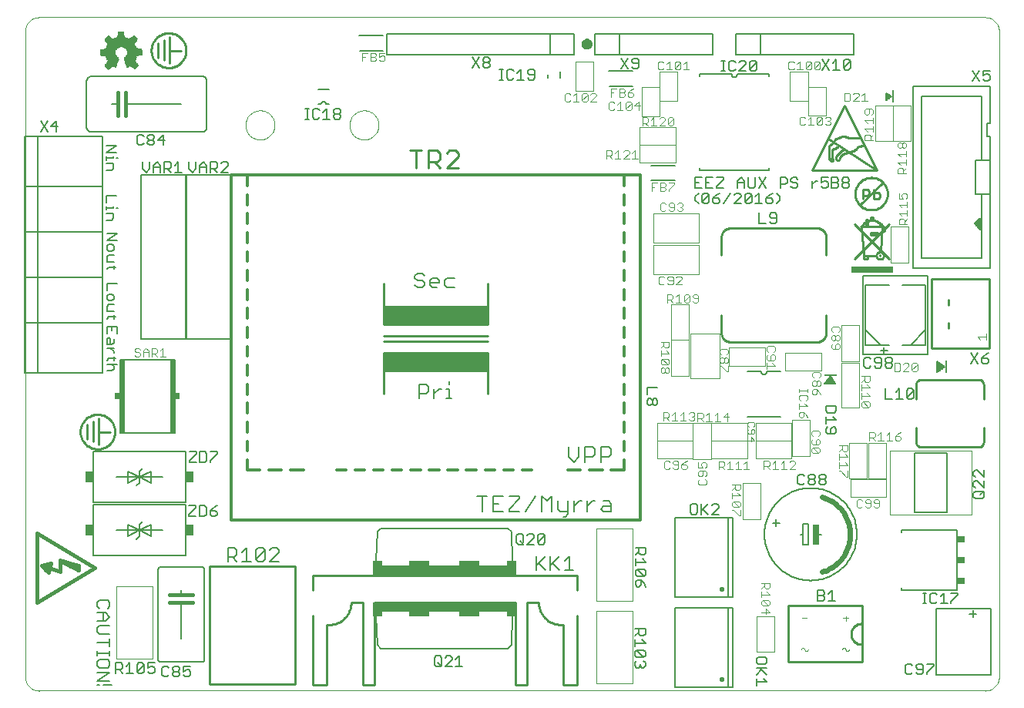
<source format=gto>
G75*
G70*
%OFA0B0*%
%FSLAX24Y24*%
%IPPOS*%
%LPD*%
%AMOC8*
5,1,8,0,0,1.08239X$1,22.5*
%
%ADD10C,0.0160*%
%ADD11C,0.0060*%
%ADD12C,0.0039*%
%ADD13R,0.0149X0.0001*%
%ADD14R,0.0004X0.0001*%
%ADD15R,0.0010X0.0001*%
%ADD16R,0.0017X0.0001*%
%ADD17R,0.0023X0.0001*%
%ADD18R,0.0029X0.0001*%
%ADD19R,0.0034X0.0001*%
%ADD20R,0.0040X0.0001*%
%ADD21R,0.0043X0.0002*%
%ADD22R,0.0047X0.0001*%
%ADD23R,0.0050X0.0001*%
%ADD24R,0.0054X0.0001*%
%ADD25R,0.0059X0.0001*%
%ADD26R,0.0064X0.0001*%
%ADD27R,0.0015X0.0001*%
%ADD28R,0.0067X0.0001*%
%ADD29R,0.0020X0.0001*%
%ADD30R,0.0070X0.0001*%
%ADD31R,0.0024X0.0001*%
%ADD32R,0.0074X0.0001*%
%ADD33R,0.0027X0.0001*%
%ADD34R,0.0076X0.0001*%
%ADD35R,0.0030X0.0001*%
%ADD36R,0.0081X0.0002*%
%ADD37R,0.0036X0.0002*%
%ADD38R,0.0086X0.0001*%
%ADD39R,0.0044X0.0001*%
%ADD40R,0.0091X0.0001*%
%ADD41R,0.0046X0.0001*%
%ADD42R,0.0094X0.0001*%
%ADD43R,0.0096X0.0001*%
%ADD44R,0.0053X0.0001*%
%ADD45R,0.0099X0.0001*%
%ADD46R,0.0056X0.0001*%
%ADD47R,0.0104X0.0001*%
%ADD48R,0.0060X0.0001*%
%ADD49R,0.0108X0.0001*%
%ADD50R,0.0112X0.0001*%
%ADD51R,0.0117X0.0001*%
%ADD52R,0.0072X0.0001*%
%ADD53R,0.0120X0.0002*%
%ADD54R,0.0075X0.0002*%
%ADD55R,0.0123X0.0001*%
%ADD56R,0.0078X0.0001*%
%ADD57R,0.0126X0.0001*%
%ADD58R,0.0081X0.0001*%
%ADD59R,0.0131X0.0001*%
%ADD60R,0.0136X0.0001*%
%ADD61R,0.0090X0.0001*%
%ADD62R,0.0139X0.0001*%
%ADD63R,0.0144X0.0001*%
%ADD64R,0.0147X0.0001*%
%ADD65R,0.0101X0.0001*%
%ADD66R,0.0150X0.0001*%
%ADD67R,0.0102X0.0001*%
%ADD68R,0.0153X0.0001*%
%ADD69R,0.0106X0.0001*%
%ADD70R,0.0158X0.0002*%
%ADD71R,0.0109X0.0002*%
%ADD72R,0.0164X0.0001*%
%ADD73R,0.0115X0.0001*%
%ADD74R,0.0168X0.0001*%
%ADD75R,0.0120X0.0001*%
%ADD76R,0.0171X0.0001*%
%ADD77R,0.0123X0.0001*%
%ADD78R,0.0172X0.0001*%
%ADD79R,0.0125X0.0001*%
%ADD80R,0.0175X0.0001*%
%ADD81R,0.0128X0.0001*%
%ADD82R,0.0180X0.0001*%
%ADD83R,0.0132X0.0001*%
%ADD84R,0.0186X0.0001*%
%ADD85R,0.0191X0.0001*%
%ADD86R,0.0141X0.0001*%
%ADD87R,0.0194X0.0001*%
%ADD88R,0.0145X0.0001*%
%ADD89R,0.0196X0.0002*%
%ADD90R,0.0149X0.0002*%
%ADD91R,0.0199X0.0001*%
%ADD92R,0.0151X0.0001*%
%ADD93R,0.0204X0.0001*%
%ADD94R,0.0153X0.0001*%
%ADD95R,0.0207X0.0001*%
%ADD96R,0.0158X0.0001*%
%ADD97R,0.0211X0.0001*%
%ADD98R,0.0162X0.0001*%
%ADD99R,0.0216X0.0001*%
%ADD100R,0.0166X0.0001*%
%ADD101R,0.0219X0.0001*%
%ADD102R,0.0007X0.0001*%
%ADD103R,0.0169X0.0001*%
%ADD104R,0.0222X0.0001*%
%ADD105R,0.0011X0.0001*%
%ADD106R,0.0224X0.0001*%
%ADD107R,0.0014X0.0001*%
%ADD108R,0.0176X0.0001*%
%ADD109R,0.0228X0.0001*%
%ADD110R,0.0018X0.0001*%
%ADD111R,0.0179X0.0001*%
%ADD112R,0.0234X0.0002*%
%ADD113R,0.0024X0.0002*%
%ADD114R,0.0183X0.0002*%
%ADD115R,0.0239X0.0001*%
%ADD116R,0.0189X0.0001*%
%ADD117R,0.0241X0.0001*%
%ADD118R,0.0033X0.0001*%
%ADD119R,0.0012X0.0001*%
%ADD120R,0.0192X0.0001*%
%ADD121R,0.0243X0.0001*%
%ADD122R,0.0038X0.0001*%
%ADD123R,0.0246X0.0001*%
%ADD124R,0.0041X0.0001*%
%ADD125R,0.0019X0.0001*%
%ADD126R,0.0196X0.0001*%
%ADD127R,0.0250X0.0001*%
%ADD128R,0.0021X0.0001*%
%ADD129R,0.0201X0.0001*%
%ADD130R,0.0254X0.0001*%
%ADD131R,0.0048X0.0001*%
%ADD132R,0.0258X0.0001*%
%ADD133R,0.0054X0.0001*%
%ADD134R,0.0209X0.0001*%
%ADD135R,0.0263X0.0001*%
%ADD136R,0.0213X0.0001*%
%ADD137R,0.0267X0.0001*%
%ADD138R,0.0063X0.0001*%
%ADD139R,0.0270X0.0002*%
%ADD140R,0.0066X0.0002*%
%ADD141R,0.0045X0.0002*%
%ADD142R,0.0219X0.0002*%
%ADD143R,0.0271X0.0001*%
%ADD144R,0.0220X0.0001*%
%ADD145R,0.0274X0.0001*%
%ADD146R,0.0051X0.0001*%
%ADD147R,0.0223X0.0001*%
%ADD148R,0.0278X0.0001*%
%ADD149R,0.0282X0.0001*%
%ADD150R,0.0231X0.0001*%
%ADD151R,0.0288X0.0001*%
%ADD152R,0.0085X0.0001*%
%ADD153R,0.0236X0.0001*%
%ADD154R,0.0289X0.0001*%
%ADD155R,0.0087X0.0001*%
%ADD156R,0.0066X0.0001*%
%ADD157R,0.0292X0.0001*%
%ADD158R,0.0069X0.0001*%
%ADD159R,0.0297X0.0001*%
%ADD160R,0.0300X0.0001*%
%ADD161R,0.0075X0.0001*%
%ADD162R,0.0305X0.0002*%
%ADD163R,0.0101X0.0002*%
%ADD164R,0.0078X0.0002*%
%ADD165R,0.0251X0.0002*%
%ADD166R,0.0309X0.0001*%
%ADD167R,0.0105X0.0001*%
%ADD168R,0.0083X0.0001*%
%ADD169R,0.0255X0.0001*%
%ADD170R,0.0314X0.0001*%
%ADD171R,0.0110X0.0001*%
%ADD172R,0.0087X0.0001*%
%ADD173R,0.0316X0.0001*%
%ADD174R,0.0113X0.0001*%
%ADD175R,0.0262X0.0001*%
%ADD176R,0.0319X0.0001*%
%ADD177R,0.0114X0.0001*%
%ADD178R,0.0093X0.0001*%
%ADD179R,0.0266X0.0001*%
%ADD180R,0.0321X0.0001*%
%ADD181R,0.0096X0.0001*%
%ADD182R,0.0324X0.0001*%
%ADD183R,0.0270X0.0001*%
%ADD184R,0.0329X0.0001*%
%ADD185R,0.0124X0.0001*%
%ADD186R,0.0275X0.0001*%
%ADD187R,0.0333X0.0001*%
%ADD188R,0.0279X0.0001*%
%ADD189R,0.0336X0.0001*%
%ADD190R,0.0111X0.0001*%
%ADD191R,0.0284X0.0001*%
%ADD192R,0.0339X0.0002*%
%ADD193R,0.0134X0.0002*%
%ADD194R,0.0114X0.0002*%
%ADD195R,0.0286X0.0002*%
%ADD196R,0.0342X0.0001*%
%ADD197R,0.0116X0.0001*%
%ADD198R,0.0491X0.0001*%
%ADD199R,0.0492X0.0001*%
%ADD200R,0.0294X0.0001*%
%ADD201R,0.0495X0.0001*%
%ADD202R,0.0299X0.0001*%
%ADD203R,0.0496X0.0001*%
%ADD204R,0.0127X0.0001*%
%ADD205R,0.0301X0.0001*%
%ADD206R,0.0498X0.0001*%
%ADD207R,0.0304X0.0001*%
%ADD208R,0.0501X0.0001*%
%ADD209R,0.0134X0.0001*%
%ADD210R,0.0308X0.0001*%
%ADD211R,0.0135X0.0001*%
%ADD212R,0.0311X0.0001*%
%ADD213R,0.0504X0.0001*%
%ADD214R,0.0138X0.0001*%
%ADD215R,0.0504X0.0002*%
%ADD216R,0.0141X0.0002*%
%ADD217R,0.0318X0.0002*%
%ADD218R,0.0507X0.0001*%
%ADD219R,0.0323X0.0001*%
%ADD220R,0.0326X0.0001*%
%ADD221R,0.0508X0.0001*%
%ADD222R,0.0152X0.0001*%
%ADD223R,0.0330X0.0001*%
%ADD224R,0.0510X0.0001*%
%ADD225R,0.0494X0.0001*%
%ADD226R,0.0512X0.0001*%
%ADD227R,0.0500X0.0001*%
%ADD228R,0.0513X0.0001*%
%ADD229R,0.0501X0.0001*%
%ADD230R,0.0513X0.0002*%
%ADD231R,0.0501X0.0002*%
%ADD232R,0.0503X0.0001*%
%ADD233R,0.0504X0.0001*%
%ADD234R,0.0506X0.0001*%
%ADD235R,0.0513X0.0001*%
%ADD236R,0.0509X0.0001*%
%ADD237R,0.0511X0.0001*%
%ADD238R,0.0514X0.0001*%
%ADD239R,0.0516X0.0001*%
%ADD240R,0.0513X0.0002*%
%ADD241R,0.0519X0.0002*%
%ADD242R,0.0519X0.0001*%
%ADD243R,0.0520X0.0001*%
%ADD244R,0.0522X0.0001*%
%ADD245R,0.0507X0.0001*%
%ADD246R,0.0509X0.0002*%
%ADD247R,0.0520X0.0002*%
%ADD248R,0.0522X0.0001*%
%ADD249R,0.0505X0.0001*%
%ADD250R,0.0502X0.0001*%
%ADD251R,0.0521X0.0001*%
%ADD252R,0.0503X0.0002*%
%ADD253R,0.0519X0.0002*%
%ADD254R,0.0519X0.0001*%
%ADD255R,0.0499X0.0001*%
%ADD256R,0.0517X0.0001*%
%ADD257R,0.0495X0.0002*%
%ADD258R,0.0514X0.0002*%
%ADD259R,0.0515X0.0001*%
%ADD260R,0.0492X0.0001*%
%ADD261R,0.0490X0.0001*%
%ADD262R,0.0490X0.0002*%
%ADD263R,0.0511X0.0002*%
%ADD264R,0.0489X0.0001*%
%ADD265R,0.0489X0.0001*%
%ADD266R,0.0488X0.0001*%
%ADD267R,0.0485X0.0001*%
%ADD268R,0.0483X0.0001*%
%ADD269R,0.0483X0.0002*%
%ADD270R,0.0507X0.0002*%
%ADD271R,0.0483X0.0001*%
%ADD272R,0.0481X0.0001*%
%ADD273R,0.0480X0.0001*%
%ADD274R,0.0480X0.0002*%
%ADD275R,0.0501X0.0002*%
%ADD276R,0.0479X0.0001*%
%ADD277R,0.0477X0.0001*%
%ADD278R,0.0477X0.0001*%
%ADD279R,0.0475X0.0001*%
%ADD280R,0.0474X0.0001*%
%ADD281R,0.0472X0.0001*%
%ADD282R,0.0472X0.0002*%
%ADD283R,0.0498X0.0002*%
%ADD284R,0.0471X0.0001*%
%ADD285R,0.0473X0.0001*%
%ADD286R,0.0471X0.0001*%
%ADD287R,0.0470X0.0001*%
%ADD288R,0.0468X0.0001*%
%ADD289R,0.0469X0.0001*%
%ADD290R,0.0468X0.0002*%
%ADD291R,0.0491X0.0002*%
%ADD292R,0.0466X0.0001*%
%ADD293R,0.0465X0.0001*%
%ADD294R,0.0464X0.0001*%
%ADD295R,0.0462X0.0001*%
%ADD296R,0.0462X0.0002*%
%ADD297R,0.0489X0.0002*%
%ADD298R,0.0461X0.0001*%
%ADD299R,0.0460X0.0001*%
%ADD300R,0.0459X0.0001*%
%ADD301R,0.0484X0.0001*%
%ADD302R,0.0457X0.0001*%
%ADD303R,0.0459X0.0001*%
%ADD304R,0.0458X0.0002*%
%ADD305R,0.0484X0.0002*%
%ADD306R,0.0456X0.0001*%
%ADD307R,0.0455X0.0001*%
%ADD308R,0.0453X0.0001*%
%ADD309R,0.0451X0.0001*%
%ADD310R,0.0453X0.0001*%
%ADD311R,0.0450X0.0001*%
%ADD312R,0.0451X0.0002*%
%ADD313R,0.0478X0.0001*%
%ADD314R,0.0449X0.0001*%
%ADD315R,0.0476X0.0001*%
%ADD316R,0.0447X0.0001*%
%ADD317R,0.0474X0.0001*%
%ADD318R,0.0449X0.0002*%
%ADD319R,0.0476X0.0002*%
%ADD320R,0.0454X0.0001*%
%ADD321R,0.0469X0.0002*%
%ADD322R,0.0468X0.0001*%
%ADD323R,0.0467X0.0001*%
%ADD324R,0.0473X0.0002*%
%ADD325R,0.0468X0.0002*%
%ADD326R,0.0486X0.0002*%
%ADD327R,0.0474X0.0002*%
%ADD328R,0.0487X0.0001*%
%ADD329R,0.0497X0.0001*%
%ADD330R,0.0486X0.0001*%
%ADD331R,0.0500X0.0002*%
%ADD332R,0.0487X0.0002*%
%ADD333R,0.0498X0.0001*%
%ADD334R,0.0524X0.0002*%
%ADD335R,0.0524X0.0001*%
%ADD336R,0.0525X0.0001*%
%ADD337R,0.0528X0.0001*%
%ADD338R,0.0529X0.0001*%
%ADD339R,0.0533X0.0001*%
%ADD340R,0.0534X0.0001*%
%ADD341R,0.0523X0.0001*%
%ADD342R,0.0536X0.0001*%
%ADD343R,0.0537X0.0002*%
%ADD344R,0.0527X0.0002*%
%ADD345R,0.0537X0.0001*%
%ADD346R,0.0528X0.0001*%
%ADD347R,0.0539X0.0001*%
%ADD348R,0.0530X0.0001*%
%ADD349R,0.0540X0.0001*%
%ADD350R,0.0541X0.0001*%
%ADD351R,0.0531X0.0001*%
%ADD352R,0.0543X0.0001*%
%ADD353R,0.0544X0.0001*%
%ADD354R,0.0546X0.0002*%
%ADD355R,0.0536X0.0002*%
%ADD356R,0.0547X0.0001*%
%ADD357R,0.0551X0.0001*%
%ADD358R,0.0552X0.0001*%
%ADD359R,0.0554X0.0001*%
%ADD360R,0.0555X0.0001*%
%ADD361R,0.0555X0.0002*%
%ADD362R,0.0547X0.0002*%
%ADD363R,0.0549X0.0001*%
%ADD364R,0.0548X0.0001*%
%ADD365R,0.0538X0.0001*%
%ADD366R,0.0537X0.0001*%
%ADD367R,0.0533X0.0002*%
%ADD368R,0.0531X0.0001*%
%ADD369R,0.0526X0.0001*%
%ADD370R,0.0518X0.0001*%
%ADD371R,0.0498X0.0002*%
%ADD372R,0.0496X0.0002*%
%ADD373R,0.0486X0.0001*%
%ADD374R,0.0485X0.0002*%
%ADD375R,0.0482X0.0001*%
%ADD376R,0.0477X0.0002*%
%ADD377R,0.0530X0.0002*%
%ADD378R,0.0464X0.0002*%
%ADD379R,0.0561X0.0001*%
%ADD380R,0.0570X0.0001*%
%ADD381R,0.0576X0.0001*%
%ADD382R,0.0581X0.0001*%
%ADD383R,0.0585X0.0001*%
%ADD384R,0.0589X0.0001*%
%ADD385R,0.0600X0.0002*%
%ADD386R,0.0614X0.0001*%
%ADD387R,0.0623X0.0001*%
%ADD388R,0.0630X0.0001*%
%ADD389R,0.0633X0.0001*%
%ADD390R,0.0638X0.0001*%
%ADD391R,0.0645X0.0001*%
%ADD392R,0.0657X0.0001*%
%ADD393R,0.0556X0.0001*%
%ADD394R,0.0669X0.0001*%
%ADD395R,0.0674X0.0001*%
%ADD396R,0.0579X0.0001*%
%ADD397R,0.0676X0.0002*%
%ADD398R,0.0585X0.0002*%
%ADD399R,0.0678X0.0001*%
%ADD400R,0.0590X0.0001*%
%ADD401R,0.0679X0.0001*%
%ADD402R,0.0596X0.0001*%
%ADD403R,0.0681X0.0001*%
%ADD404R,0.0606X0.0001*%
%ADD405R,0.0620X0.0001*%
%ADD406R,0.0682X0.0001*%
%ADD407R,0.0633X0.0001*%
%ADD408R,0.0684X0.0001*%
%ADD409R,0.0639X0.0001*%
%ADD410R,0.0649X0.0001*%
%ADD411R,0.0684X0.0001*%
%ADD412R,0.0655X0.0001*%
%ADD413R,0.0683X0.0002*%
%ADD414R,0.0664X0.0002*%
%ADD415R,0.0683X0.0001*%
%ADD416R,0.0670X0.0001*%
%ADD417R,0.0671X0.0001*%
%ADD418R,0.0681X0.0001*%
%ADD419R,0.0672X0.0001*%
%ADD420R,0.0680X0.0001*%
%ADD421R,0.0675X0.0001*%
%ADD422R,0.0676X0.0001*%
%ADD423R,0.0680X0.0002*%
%ADD424R,0.0678X0.0002*%
%ADD425R,0.0678X0.0001*%
%ADD426R,0.0675X0.0002*%
%ADD427R,0.0672X0.0002*%
%ADD428R,0.0672X0.0001*%
%ADD429R,0.0671X0.0002*%
%ADD430R,0.0670X0.0002*%
%ADD431R,0.0669X0.0001*%
%ADD432R,0.0667X0.0001*%
%ADD433R,0.0669X0.0002*%
%ADD434R,0.0667X0.0002*%
%ADD435R,0.0668X0.0001*%
%ADD436R,0.0666X0.0001*%
%ADD437R,0.0668X0.0002*%
%ADD438R,0.0666X0.0002*%
%ADD439R,0.0666X0.0001*%
%ADD440R,0.0664X0.0001*%
%ADD441R,0.0663X0.0001*%
%ADD442R,0.0666X0.0002*%
%ADD443R,0.0663X0.0002*%
%ADD444R,0.0665X0.0001*%
%ADD445R,0.0674X0.0002*%
%ADD446R,0.0677X0.0001*%
%ADD447R,0.0678X0.0002*%
%ADD448R,0.0682X0.0002*%
%ADD449R,0.0686X0.0001*%
%ADD450R,0.0686X0.0002*%
%ADD451R,0.0687X0.0001*%
%ADD452R,0.0689X0.0001*%
%ADD453R,0.0653X0.0001*%
%ADD454R,0.0641X0.0001*%
%ADD455R,0.0626X0.0001*%
%ADD456R,0.0616X0.0001*%
%ADD457R,0.0687X0.0001*%
%ADD458R,0.0612X0.0001*%
%ADD459R,0.0688X0.0001*%
%ADD460R,0.0606X0.0001*%
%ADD461R,0.0601X0.0001*%
%ADD462R,0.0591X0.0002*%
%ADD463R,0.0567X0.0001*%
%ADD464R,0.0560X0.0001*%
%ADD465R,0.0659X0.0001*%
%ADD466R,0.0516X0.0001*%
%ADD467R,0.0639X0.0001*%
%ADD468R,0.0502X0.0002*%
%ADD469R,0.0633X0.0002*%
%ADD470R,0.0608X0.0001*%
%ADD471R,0.0582X0.0001*%
%ADD472R,0.0577X0.0001*%
%ADD473R,0.0569X0.0002*%
%ADD474R,0.0546X0.0001*%
%ADD475R,0.0486X0.0002*%
%ADD476R,0.0493X0.0001*%
%ADD477R,0.0516X0.0002*%
%ADD478R,0.0532X0.0001*%
%ADD479R,0.0534X0.0002*%
%ADD480R,0.0535X0.0002*%
%ADD481R,0.0543X0.0001*%
%ADD482R,0.0553X0.0001*%
%ADD483R,0.0559X0.0001*%
%ADD484R,0.0564X0.0001*%
%ADD485R,0.0564X0.0001*%
%ADD486R,0.0567X0.0001*%
%ADD487R,0.0569X0.0001*%
%ADD488R,0.0570X0.0002*%
%ADD489R,0.0571X0.0002*%
%ADD490R,0.0571X0.0001*%
%ADD491R,0.0573X0.0001*%
%ADD492R,0.0574X0.0001*%
%ADD493R,0.0576X0.0001*%
%ADD494R,0.0600X0.0001*%
%ADD495R,0.0611X0.0001*%
%ADD496R,0.0618X0.0001*%
%ADD497R,0.0621X0.0001*%
%ADD498R,0.1269X0.0001*%
%ADD499R,0.1267X0.0001*%
%ADD500R,0.1266X0.0001*%
%ADD501R,0.1266X0.0002*%
%ADD502R,0.1264X0.0001*%
%ADD503R,0.1261X0.0001*%
%ADD504R,0.1260X0.0001*%
%ADD505R,0.1259X0.0001*%
%ADD506R,0.1256X0.0001*%
%ADD507R,0.1254X0.0001*%
%ADD508R,0.1253X0.0001*%
%ADD509R,0.1251X0.0001*%
%ADD510R,0.1251X0.0002*%
%ADD511R,0.1248X0.0001*%
%ADD512R,0.1245X0.0001*%
%ADD513R,0.1244X0.0001*%
%ADD514R,0.1242X0.0001*%
%ADD515R,0.1239X0.0001*%
%ADD516R,0.1237X0.0001*%
%ADD517R,0.1236X0.0002*%
%ADD518R,0.1233X0.0001*%
%ADD519R,0.1230X0.0001*%
%ADD520R,0.1229X0.0001*%
%ADD521R,0.1227X0.0001*%
%ADD522R,0.1226X0.0001*%
%ADD523R,0.1224X0.0001*%
%ADD524R,0.1223X0.0002*%
%ADD525R,0.1219X0.0001*%
%ADD526R,0.1216X0.0001*%
%ADD527R,0.1215X0.0001*%
%ADD528R,0.1214X0.0001*%
%ADD529R,0.1212X0.0001*%
%ADD530R,0.1209X0.0001*%
%ADD531R,0.1207X0.0002*%
%ADD532R,0.1206X0.0001*%
%ADD533R,0.1204X0.0001*%
%ADD534R,0.1201X0.0001*%
%ADD535R,0.1200X0.0001*%
%ADD536R,0.1199X0.0001*%
%ADD537R,0.1196X0.0001*%
%ADD538R,0.1194X0.0001*%
%ADD539R,0.1193X0.0001*%
%ADD540R,0.1191X0.0001*%
%ADD541R,0.1191X0.0002*%
%ADD542R,0.1188X0.0001*%
%ADD543R,0.1185X0.0001*%
%ADD544R,0.1184X0.0001*%
%ADD545R,0.1181X0.0001*%
%ADD546R,0.1177X0.0001*%
%ADD547R,0.1176X0.0001*%
%ADD548R,0.1174X0.0001*%
%ADD549R,0.1173X0.0001*%
%ADD550R,0.1170X0.0002*%
%ADD551R,0.1170X0.0001*%
%ADD552R,0.1169X0.0001*%
%ADD553R,0.1166X0.0001*%
%ADD554R,0.1164X0.0001*%
%ADD555R,0.1163X0.0001*%
%ADD556R,0.1163X0.0002*%
%ADD557R,0.1167X0.0001*%
%ADD558R,0.1171X0.0001*%
%ADD559R,0.1179X0.0001*%
%ADD560R,0.1182X0.0001*%
%ADD561R,0.1182X0.0002*%
%ADD562R,0.1188X0.0001*%
%ADD563R,0.1190X0.0001*%
%ADD564R,0.1197X0.0001*%
%ADD565R,0.1204X0.0002*%
%ADD566R,0.1207X0.0001*%
%ADD567R,0.1210X0.0001*%
%ADD568R,0.1213X0.0001*%
%ADD569R,0.1217X0.0001*%
%ADD570R,0.1218X0.0001*%
%ADD571R,0.1220X0.0001*%
%ADD572R,0.1221X0.0001*%
%ADD573R,0.1223X0.0001*%
%ADD574R,0.1226X0.0002*%
%ADD575R,0.1236X0.0001*%
%ADD576R,0.1239X0.0001*%
%ADD577R,0.1240X0.0001*%
%ADD578R,0.1243X0.0001*%
%ADD579R,0.1248X0.0002*%
%ADD580R,0.1248X0.0001*%
%ADD581R,0.1251X0.0001*%
%ADD582R,0.1257X0.0001*%
%ADD583R,0.1263X0.0001*%
%ADD584R,0.1267X0.0002*%
%ADD585R,0.1270X0.0001*%
%ADD586R,0.1274X0.0001*%
%ADD587R,0.1275X0.0001*%
%ADD588R,0.1278X0.0001*%
%ADD589R,0.1280X0.0001*%
%ADD590R,0.1281X0.0001*%
%ADD591R,0.1284X0.0001*%
%ADD592R,0.1286X0.0001*%
%ADD593R,0.1289X0.0001*%
%ADD594R,0.1290X0.0002*%
%ADD595R,0.1291X0.0001*%
%ADD596R,0.1294X0.0001*%
%ADD597R,0.1296X0.0001*%
%ADD598R,0.1299X0.0001*%
%ADD599R,0.1300X0.0001*%
%ADD600R,0.1302X0.0001*%
%ADD601R,0.1304X0.0001*%
%ADD602R,0.1306X0.0001*%
%ADD603R,0.1308X0.0001*%
%ADD604R,0.1311X0.0002*%
%ADD605R,0.1313X0.0001*%
%ADD606R,0.1316X0.0001*%
%ADD607R,0.1317X0.0001*%
%ADD608R,0.1320X0.0001*%
%ADD609R,0.1323X0.0001*%
%ADD610R,0.1326X0.0001*%
%ADD611R,0.1329X0.0001*%
%ADD612R,0.1332X0.0002*%
%ADD613R,0.1335X0.0001*%
%ADD614R,0.1336X0.0001*%
%ADD615R,0.1340X0.0001*%
%ADD616R,0.1343X0.0001*%
%ADD617R,0.1346X0.0001*%
%ADD618R,0.1347X0.0001*%
%ADD619R,0.1350X0.0001*%
%ADD620R,0.1353X0.0002*%
%ADD621R,0.1356X0.0001*%
%ADD622R,0.1357X0.0001*%
%ADD623R,0.1360X0.0001*%
%ADD624R,0.1364X0.0001*%
%ADD625R,0.1365X0.0001*%
%ADD626R,0.1368X0.0001*%
%ADD627R,0.1369X0.0001*%
%ADD628R,0.1373X0.0001*%
%ADD629R,0.1374X0.0002*%
%ADD630R,0.1377X0.0001*%
%ADD631R,0.1379X0.0001*%
%ADD632R,0.1380X0.0001*%
%ADD633R,0.1383X0.0001*%
%ADD634R,0.1386X0.0001*%
%ADD635R,0.1387X0.0001*%
%ADD636R,0.1391X0.0001*%
%ADD637R,0.1394X0.0001*%
%ADD638R,0.1395X0.0002*%
%ADD639R,0.1398X0.0001*%
%ADD640R,0.1401X0.0001*%
%ADD641R,0.1403X0.0001*%
%ADD642R,0.1406X0.0001*%
%ADD643R,0.1407X0.0001*%
%ADD644R,0.1409X0.0001*%
%ADD645R,0.1411X0.0001*%
%ADD646R,0.1414X0.0001*%
%ADD647R,0.1416X0.0002*%
%ADD648R,0.1419X0.0001*%
%ADD649R,0.1421X0.0001*%
%ADD650R,0.1422X0.0001*%
%ADD651R,0.1424X0.0001*%
%ADD652R,0.1426X0.0001*%
%ADD653R,0.1428X0.0001*%
%ADD654R,0.1429X0.0002*%
%ADD655R,0.1429X0.0001*%
%ADD656R,0.1425X0.0001*%
%ADD657R,0.1421X0.0002*%
%ADD658R,0.1418X0.0001*%
%ADD659R,0.1416X0.0001*%
%ADD660R,0.1413X0.0001*%
%ADD661R,0.1410X0.0001*%
%ADD662R,0.1404X0.0001*%
%ADD663R,0.1401X0.0001*%
%ADD664R,0.0346X0.0001*%
%ADD665R,0.1044X0.0001*%
%ADD666R,0.0342X0.0002*%
%ADD667R,0.1040X0.0002*%
%ADD668R,0.0337X0.0001*%
%ADD669R,0.1034X0.0001*%
%ADD670R,0.0357X0.0001*%
%ADD671R,0.0660X0.0001*%
%ADD672R,0.0353X0.0001*%
%ADD673R,0.0327X0.0001*%
%ADD674R,0.0349X0.0001*%
%ADD675R,0.0321X0.0001*%
%ADD676R,0.0648X0.0001*%
%ADD677R,0.0344X0.0001*%
%ADD678R,0.0317X0.0001*%
%ADD679R,0.0339X0.0001*%
%ADD680R,0.0312X0.0001*%
%ADD681R,0.0631X0.0001*%
%ADD682R,0.0334X0.0001*%
%ADD683R,0.0309X0.0001*%
%ADD684R,0.0307X0.0002*%
%ADD685R,0.0623X0.0002*%
%ADD686R,0.0327X0.0002*%
%ADD687R,0.0618X0.0001*%
%ADD688R,0.0297X0.0001*%
%ADD689R,0.0607X0.0001*%
%ADD690R,0.0320X0.0001*%
%ADD691R,0.0293X0.0001*%
%ADD692R,0.0599X0.0001*%
%ADD693R,0.0313X0.0001*%
%ADD694R,0.0285X0.0001*%
%ADD695R,0.0584X0.0001*%
%ADD696R,0.0303X0.0001*%
%ADD697R,0.0281X0.0001*%
%ADD698R,0.0273X0.0002*%
%ADD699R,0.0563X0.0002*%
%ADD700R,0.0293X0.0002*%
%ADD701R,0.0264X0.0001*%
%ADD702R,0.0259X0.0001*%
%ADD703R,0.0256X0.0001*%
%ADD704R,0.0276X0.0001*%
%ADD705R,0.0252X0.0001*%
%ADD706R,0.0273X0.0001*%
%ADD707R,0.0248X0.0001*%
%ADD708R,0.0269X0.0001*%
%ADD709R,0.0245X0.0001*%
%ADD710R,0.0240X0.0001*%
%ADD711R,0.0237X0.0002*%
%ADD712R,0.0256X0.0002*%
%ADD713R,0.0234X0.0001*%
%ADD714R,0.0232X0.0001*%
%ADD715R,0.0251X0.0001*%
%ADD716R,0.0228X0.0001*%
%ADD717R,0.0246X0.0001*%
%ADD718R,0.0456X0.0001*%
%ADD719R,0.0219X0.0001*%
%ADD720R,0.0444X0.0001*%
%ADD721R,0.0237X0.0001*%
%ADD722R,0.0214X0.0001*%
%ADD723R,0.0436X0.0001*%
%ADD724R,0.0432X0.0001*%
%ADD725R,0.0231X0.0001*%
%ADD726R,0.0210X0.0001*%
%ADD727R,0.0426X0.0001*%
%ADD728R,0.0420X0.0001*%
%ADD729R,0.0226X0.0001*%
%ADD730R,0.0204X0.0002*%
%ADD731R,0.0409X0.0002*%
%ADD732R,0.0222X0.0002*%
%ADD733R,0.0391X0.0001*%
%ADD734R,0.0217X0.0001*%
%ADD735R,0.0376X0.0001*%
%ADD736R,0.0368X0.0001*%
%ADD737R,0.0189X0.0001*%
%ADD738R,0.0361X0.0001*%
%ADD739R,0.0206X0.0001*%
%ADD740R,0.0186X0.0001*%
%ADD741R,0.0356X0.0001*%
%ADD742R,0.0181X0.0001*%
%ADD743R,0.0345X0.0001*%
%ADD744R,0.0173X0.0001*%
%ADD745R,0.0331X0.0001*%
%ADD746R,0.0190X0.0001*%
%ADD747R,0.0168X0.0001*%
%ADD748R,0.0165X0.0002*%
%ADD749R,0.0162X0.0001*%
%ADD750R,0.0159X0.0001*%
%ADD751R,0.0177X0.0001*%
%ADD752R,0.0156X0.0001*%
%ADD753R,0.0324X0.0001*%
%ADD754R,0.0174X0.0001*%
%ADD755R,0.0167X0.0001*%
%ADD756R,0.0146X0.0001*%
%ADD757R,0.0163X0.0001*%
%ADD758R,0.0141X0.0001*%
%ADD759R,0.0140X0.0001*%
%ADD760R,0.0137X0.0001*%
%ADD761R,0.0133X0.0001*%
%ADD762R,0.0129X0.0002*%
%ADD763R,0.0321X0.0002*%
%ADD764R,0.0146X0.0002*%
%ADD765R,0.0119X0.0001*%
%ADD766R,0.0129X0.0001*%
%ADD767R,0.0111X0.0001*%
%ADD768R,0.0126X0.0001*%
%ADD769R,0.0318X0.0001*%
%ADD770R,0.0097X0.0001*%
%ADD771R,0.0315X0.0001*%
%ADD772R,0.0089X0.0002*%
%ADD773R,0.0315X0.0002*%
%ADD774R,0.0105X0.0002*%
%ADD775R,0.0079X0.0001*%
%ADD776R,0.0089X0.0001*%
%ADD777R,0.0069X0.0001*%
%ADD778R,0.0084X0.0001*%
%ADD779R,0.0057X0.0001*%
%ADD780R,0.0052X0.0002*%
%ADD781R,0.0311X0.0002*%
%ADD782R,0.0066X0.0002*%
%ADD783R,0.0061X0.0001*%
%ADD784R,0.0042X0.0001*%
%ADD785R,0.0055X0.0001*%
%ADD786R,0.0039X0.0001*%
%ADD787R,0.0052X0.0001*%
%ADD788R,0.0036X0.0001*%
%ADD789R,0.0049X0.0001*%
%ADD790R,0.0307X0.0001*%
%ADD791R,0.0045X0.0001*%
%ADD792R,0.0022X0.0001*%
%ADD793R,0.0035X0.0001*%
%ADD794R,0.0025X0.0002*%
%ADD795R,0.0306X0.0001*%
%ADD796R,0.0018X0.0001*%
%ADD797R,0.0008X0.0001*%
%ADD798R,0.0300X0.0002*%
%ADD799R,0.0296X0.0001*%
%ADD800R,0.0294X0.0002*%
%ADD801R,0.0294X0.0001*%
%ADD802R,0.0291X0.0001*%
%ADD803R,0.0291X0.0002*%
%ADD804R,0.0286X0.0001*%
%ADD805R,0.0281X0.0002*%
%ADD806R,0.0277X0.0001*%
%ADD807R,0.0276X0.0001*%
%ADD808R,0.0266X0.0002*%
%ADD809R,0.0264X0.0001*%
%ADD810R,0.0261X0.0001*%
%ADD811R,0.0259X0.0002*%
%ADD812R,0.0254X0.0002*%
%ADD813R,0.0248X0.0002*%
%ADD814R,0.0218X0.0002*%
%ADD815R,0.0157X0.0001*%
%ADD816C,0.0050*%
%ADD817C,0.0100*%
%ADD818C,0.0040*%
%ADD819C,0.0070*%
%ADD820C,0.0090*%
%ADD821R,0.0250X0.0900*%
%ADD822C,0.0240*%
%ADD823C,0.0020*%
%ADD824R,0.0551X0.0079*%
%ADD825R,0.0350X0.0500*%
%ADD826R,0.6200X0.0400*%
%ADD827R,0.0400X0.0200*%
%ADD828R,0.0850X0.0200*%
%ADD829C,0.0217*%
%ADD830R,0.0197X0.3150*%
%ADD831R,0.0225X0.0300*%
%ADD832C,0.0030*%
%ADD833R,0.0079X0.0551*%
%ADD834C,0.0080*%
%ADD835C,0.0000*%
%ADD836R,0.1800X0.0300*%
%ADD837C,0.0120*%
%ADD838R,0.4500X0.0750*%
%ADD839R,0.0327X0.0299*%
%ADD840R,0.0358X0.0299*%
D10*
X006571Y008862D02*
X009071Y010362D01*
X006571Y011862D01*
X006571Y008862D01*
X007071Y010162D02*
X006771Y010462D01*
X007171Y010562D01*
X007071Y010162D01*
X007100Y010277D02*
X006956Y010277D01*
X006797Y010436D02*
X007140Y010436D01*
X006821Y010462D02*
X007571Y010212D01*
X007571Y010712D01*
X008321Y010462D01*
X008371Y010462D02*
X007571Y010662D01*
X008371Y010262D01*
X008371Y010462D01*
X008371Y010436D02*
X008023Y010436D01*
X007842Y010594D02*
X007706Y010594D01*
X008340Y010277D02*
X008371Y010277D01*
X012321Y009197D02*
X012821Y009197D01*
X013321Y009197D01*
X013321Y008847D02*
X012821Y008847D01*
X012321Y008847D01*
X010421Y029922D02*
X010421Y030422D01*
X010421Y030922D01*
X010071Y030922D02*
X010071Y030422D01*
X010071Y029922D01*
D11*
X010071Y030422D02*
X009821Y030422D01*
X010421Y030422D02*
X012821Y030422D01*
X013921Y031422D02*
X013919Y031448D01*
X013914Y031474D01*
X013906Y031499D01*
X013894Y031522D01*
X013880Y031544D01*
X013862Y031563D01*
X013843Y031581D01*
X013821Y031595D01*
X013798Y031607D01*
X013773Y031615D01*
X013747Y031620D01*
X013721Y031622D01*
X008921Y031622D01*
X008895Y031620D01*
X008869Y031615D01*
X008844Y031607D01*
X008821Y031595D01*
X008799Y031581D01*
X008780Y031563D01*
X008762Y031544D01*
X008748Y031522D01*
X008736Y031499D01*
X008728Y031474D01*
X008723Y031448D01*
X008721Y031422D01*
X008721Y029422D01*
X008723Y029396D01*
X008728Y029370D01*
X008736Y029345D01*
X008748Y029322D01*
X008762Y029300D01*
X008780Y029281D01*
X008799Y029263D01*
X008821Y029249D01*
X008844Y029237D01*
X008869Y029229D01*
X008895Y029224D01*
X008921Y029222D01*
X013721Y029222D01*
X013747Y029224D01*
X013773Y029229D01*
X013798Y029237D01*
X013821Y029249D01*
X013843Y029263D01*
X013862Y029281D01*
X013880Y029300D01*
X013894Y029322D01*
X013906Y029345D01*
X013914Y029370D01*
X013919Y029396D01*
X013921Y029422D01*
X013921Y031422D01*
X010017Y028617D02*
X009576Y028323D01*
X010017Y028323D01*
X009870Y028156D02*
X009870Y028083D01*
X009576Y028083D01*
X009576Y028156D02*
X009576Y028010D01*
X009576Y027850D02*
X009870Y027850D01*
X009870Y027629D01*
X009796Y027556D01*
X009576Y027556D01*
X010017Y028083D02*
X010090Y028083D01*
X010017Y028617D02*
X009576Y028617D01*
X009576Y026468D02*
X009576Y026175D01*
X009576Y026008D02*
X009576Y025861D01*
X009576Y025935D02*
X009870Y025935D01*
X009870Y026008D01*
X010017Y025935D02*
X010090Y025935D01*
X009870Y025701D02*
X009576Y025701D01*
X009576Y025407D02*
X009796Y025407D01*
X009870Y025481D01*
X009870Y025701D01*
X010042Y024817D02*
X009601Y024817D01*
X009601Y024523D02*
X010042Y024523D01*
X009821Y024356D02*
X009675Y024356D01*
X009601Y024283D01*
X009601Y024136D01*
X009675Y024063D01*
X009821Y024063D01*
X009895Y024136D01*
X009895Y024283D01*
X009821Y024356D01*
X009601Y024523D02*
X010042Y024817D01*
X009895Y023896D02*
X009675Y023896D01*
X009601Y023823D01*
X009601Y023602D01*
X009895Y023602D01*
X009895Y023436D02*
X009895Y023289D01*
X009968Y023362D02*
X009675Y023362D01*
X009601Y023289D01*
X009601Y022668D02*
X009601Y022375D01*
X009675Y022208D02*
X009601Y022135D01*
X009601Y021988D01*
X009675Y021914D01*
X009821Y021914D01*
X009895Y021988D01*
X009895Y022135D01*
X009821Y022208D01*
X009675Y022208D01*
X009675Y021748D02*
X009601Y021674D01*
X009601Y021454D01*
X009895Y021454D01*
X009895Y021287D02*
X009895Y021140D01*
X009968Y021214D02*
X009675Y021214D01*
X009601Y021140D01*
X009601Y020792D02*
X009601Y020498D01*
X009675Y020331D02*
X009748Y020258D01*
X009748Y020038D01*
X009821Y020038D02*
X009601Y020038D01*
X009601Y020258D01*
X009675Y020331D01*
X009895Y020258D02*
X009895Y020111D01*
X009821Y020038D01*
X009748Y019871D02*
X009895Y019724D01*
X009895Y019651D01*
X009895Y019487D02*
X009895Y019341D01*
X009968Y019414D02*
X009675Y019414D01*
X009601Y019341D01*
X009601Y019180D02*
X010042Y019180D01*
X009895Y019107D02*
X009895Y018960D01*
X009821Y018887D01*
X009601Y018887D01*
X009821Y019180D02*
X009895Y019107D01*
X009895Y019871D02*
X009601Y019871D01*
X010042Y020498D02*
X010042Y020792D01*
X009601Y020792D01*
X009821Y020792D02*
X009821Y020645D01*
X009895Y021748D02*
X009675Y021748D01*
X009601Y022668D02*
X010042Y022668D01*
X010017Y026468D02*
X009576Y026468D01*
X018751Y030417D02*
X018851Y030417D01*
X018853Y030438D01*
X018858Y030458D01*
X018867Y030477D01*
X018879Y030494D01*
X018894Y030509D01*
X018911Y030521D01*
X018930Y030530D01*
X018950Y030535D01*
X018971Y030537D01*
X018992Y030535D01*
X019012Y030530D01*
X019031Y030521D01*
X019048Y030509D01*
X019063Y030494D01*
X019075Y030477D01*
X019084Y030458D01*
X019089Y030438D01*
X019091Y030417D01*
X019201Y030417D01*
X019091Y030417D02*
X019089Y030438D01*
X019084Y030458D01*
X019075Y030477D01*
X019063Y030494D01*
X019048Y030509D01*
X019031Y030521D01*
X019012Y030530D01*
X018992Y030535D01*
X018971Y030537D01*
X018950Y030535D01*
X018930Y030530D01*
X018911Y030521D01*
X018894Y030509D01*
X018879Y030494D01*
X018867Y030477D01*
X018858Y030458D01*
X018853Y030438D01*
X018851Y030417D01*
X018751Y031077D02*
X019201Y031077D01*
X028666Y031557D02*
X028666Y031687D01*
X029226Y031557D02*
X029226Y031837D01*
X035246Y031717D02*
X035246Y031637D01*
X035246Y031717D02*
X036626Y031717D01*
X036628Y031696D01*
X036633Y031676D01*
X036642Y031657D01*
X036654Y031640D01*
X036669Y031625D01*
X036686Y031613D01*
X036705Y031604D01*
X036725Y031599D01*
X036746Y031597D01*
X036767Y031599D01*
X036787Y031604D01*
X036806Y031613D01*
X036823Y031625D01*
X036838Y031640D01*
X036850Y031657D01*
X036859Y031676D01*
X036864Y031696D01*
X036866Y031717D01*
X038246Y031717D01*
X038246Y031637D01*
X043321Y030897D02*
X043546Y030747D01*
X043321Y030597D01*
X043321Y030897D01*
X043321Y030845D02*
X043398Y030845D01*
X043321Y030787D02*
X043486Y030787D01*
X043519Y030728D02*
X043321Y030728D01*
X043321Y030670D02*
X043431Y030670D01*
X043343Y030611D02*
X043321Y030611D01*
X038246Y027657D02*
X038246Y027577D01*
X035246Y027577D01*
X035246Y027657D01*
X042321Y022997D02*
X045121Y022997D01*
X045121Y019597D01*
X042321Y019597D01*
X042321Y022997D01*
X042421Y022597D02*
X042421Y019997D01*
X043441Y019997D01*
X043221Y019907D02*
X043221Y019607D01*
X043071Y019757D02*
X043371Y019757D01*
X043071Y019997D02*
X042421Y020647D01*
X044001Y019997D02*
X044371Y019997D01*
X045021Y020647D01*
X045021Y019997D02*
X044371Y019997D01*
X045021Y019997D02*
X045021Y022597D01*
X044001Y022597D01*
X043441Y022597D02*
X042421Y022597D01*
X045521Y019297D02*
X045846Y019047D01*
X045521Y018822D01*
X045521Y019297D01*
X045521Y019262D02*
X045566Y019262D01*
X045521Y019204D02*
X045642Y019204D01*
X045718Y019145D02*
X045521Y019145D01*
X045521Y019087D02*
X045794Y019087D01*
X045819Y019028D02*
X045521Y019028D01*
X045521Y018970D02*
X045735Y018970D01*
X045650Y018911D02*
X045521Y018911D01*
X045521Y018853D02*
X045566Y018853D01*
X041121Y018322D02*
X040646Y018322D01*
X040896Y018647D01*
X041121Y018322D01*
X041118Y018326D02*
X040650Y018326D01*
X040695Y018385D02*
X041077Y018385D01*
X041037Y018443D02*
X040740Y018443D01*
X040785Y018502D02*
X040996Y018502D01*
X040956Y018560D02*
X040830Y018560D01*
X040875Y018619D02*
X040915Y018619D01*
X038731Y018852D02*
X038141Y018852D01*
X038139Y018831D01*
X038134Y018811D01*
X038125Y018792D01*
X038113Y018775D01*
X038098Y018760D01*
X038081Y018748D01*
X038062Y018739D01*
X038042Y018734D01*
X038021Y018732D01*
X038000Y018734D01*
X037980Y018739D01*
X037961Y018748D01*
X037944Y018760D01*
X037929Y018775D01*
X037917Y018792D01*
X037908Y018811D01*
X037903Y018831D01*
X037901Y018852D01*
X037311Y018852D01*
X037311Y016892D02*
X038731Y016892D01*
X038547Y012462D02*
X038547Y012162D01*
X038697Y012312D02*
X038397Y012312D01*
X039597Y011812D02*
X039697Y011812D01*
X039697Y012262D01*
X039947Y012262D01*
X039947Y011362D01*
X039697Y011362D01*
X039697Y011812D01*
X038047Y011812D02*
X038049Y011910D01*
X038057Y012008D01*
X038069Y012105D01*
X038085Y012202D01*
X038107Y012298D01*
X038133Y012393D01*
X038164Y012486D01*
X038199Y012577D01*
X038239Y012667D01*
X038283Y012755D01*
X038332Y012840D01*
X038384Y012923D01*
X038441Y013003D01*
X038501Y013081D01*
X038565Y013155D01*
X038633Y013226D01*
X038704Y013294D01*
X038778Y013358D01*
X038856Y013418D01*
X038936Y013475D01*
X039019Y013527D01*
X039104Y013576D01*
X039192Y013620D01*
X039282Y013660D01*
X039373Y013695D01*
X039466Y013726D01*
X039561Y013752D01*
X039657Y013774D01*
X039754Y013790D01*
X039851Y013802D01*
X039949Y013810D01*
X040047Y013812D01*
X040145Y013810D01*
X040243Y013802D01*
X040340Y013790D01*
X040437Y013774D01*
X040533Y013752D01*
X040628Y013726D01*
X040721Y013695D01*
X040812Y013660D01*
X040902Y013620D01*
X040990Y013576D01*
X041075Y013527D01*
X041158Y013475D01*
X041238Y013418D01*
X041316Y013358D01*
X041390Y013294D01*
X041461Y013226D01*
X041529Y013155D01*
X041593Y013081D01*
X041653Y013003D01*
X041710Y012923D01*
X041762Y012840D01*
X041811Y012755D01*
X041855Y012667D01*
X041895Y012577D01*
X041930Y012486D01*
X041961Y012393D01*
X041987Y012298D01*
X042009Y012202D01*
X042025Y012105D01*
X042037Y012008D01*
X042045Y011910D01*
X042047Y011812D01*
X042045Y011714D01*
X042037Y011616D01*
X042025Y011519D01*
X042009Y011422D01*
X041987Y011326D01*
X041961Y011231D01*
X041930Y011138D01*
X041895Y011047D01*
X041855Y010957D01*
X041811Y010869D01*
X041762Y010784D01*
X041710Y010701D01*
X041653Y010621D01*
X041593Y010543D01*
X041529Y010469D01*
X041461Y010398D01*
X041390Y010330D01*
X041316Y010266D01*
X041238Y010206D01*
X041158Y010149D01*
X041075Y010097D01*
X040990Y010048D01*
X040902Y010004D01*
X040812Y009964D01*
X040721Y009929D01*
X040628Y009898D01*
X040533Y009872D01*
X040437Y009850D01*
X040340Y009834D01*
X040243Y009822D01*
X040145Y009814D01*
X040047Y009812D01*
X039949Y009814D01*
X039851Y009822D01*
X039754Y009834D01*
X039657Y009850D01*
X039561Y009872D01*
X039466Y009898D01*
X039373Y009929D01*
X039282Y009964D01*
X039192Y010004D01*
X039104Y010048D01*
X039019Y010097D01*
X038936Y010149D01*
X038856Y010206D01*
X038778Y010266D01*
X038704Y010330D01*
X038633Y010398D01*
X038565Y010469D01*
X038501Y010543D01*
X038441Y010621D01*
X038384Y010701D01*
X038332Y010784D01*
X038283Y010869D01*
X038239Y010957D01*
X038199Y011047D01*
X038164Y011138D01*
X038133Y011231D01*
X038107Y011326D01*
X038085Y011422D01*
X038069Y011519D01*
X038057Y011616D01*
X038049Y011714D01*
X038047Y011812D01*
X036673Y012538D02*
X036673Y009095D01*
X034169Y009095D01*
X034169Y012538D01*
X036470Y012538D01*
X036470Y009135D01*
X036470Y008638D02*
X036470Y005235D01*
X036673Y005195D02*
X034169Y005195D01*
X034169Y008638D01*
X036470Y008638D01*
X036673Y008638D01*
X036673Y005195D01*
X045491Y005732D02*
X047851Y005732D01*
X047851Y008612D01*
X045491Y008612D01*
X045491Y005732D01*
X047071Y008227D02*
X047071Y008527D01*
X047221Y008377D02*
X046921Y008377D01*
X040497Y011812D02*
X040297Y011812D01*
X036673Y012538D02*
X036470Y012538D01*
X027096Y011922D02*
X027146Y010672D01*
X027096Y011922D02*
X026946Y012072D01*
X021446Y012072D01*
X021296Y011922D01*
X021246Y010672D01*
X021246Y008272D02*
X021296Y007022D01*
X021446Y006872D01*
X026946Y006872D01*
X027096Y007022D01*
X027146Y008272D01*
X013821Y006397D02*
X013821Y010297D01*
X013819Y010314D01*
X013815Y010331D01*
X013808Y010347D01*
X013798Y010361D01*
X013785Y010374D01*
X013771Y010384D01*
X013755Y010391D01*
X013738Y010395D01*
X013721Y010397D01*
X011921Y010397D01*
X011904Y010395D01*
X011887Y010391D01*
X011871Y010384D01*
X011857Y010374D01*
X011844Y010361D01*
X011834Y010347D01*
X011827Y010331D01*
X011823Y010314D01*
X011821Y010297D01*
X011821Y006397D01*
X011823Y006380D01*
X011827Y006363D01*
X011834Y006347D01*
X011844Y006333D01*
X011857Y006320D01*
X011871Y006310D01*
X011887Y006303D01*
X011904Y006299D01*
X011921Y006297D01*
X013721Y006297D01*
X013738Y006299D01*
X013755Y006303D01*
X013771Y006310D01*
X013785Y006320D01*
X013798Y006333D01*
X013808Y006347D01*
X013815Y006363D01*
X013819Y006380D01*
X013821Y006397D01*
X012821Y007297D02*
X012821Y008847D01*
X012821Y009197D02*
X012821Y009397D01*
X013006Y010886D02*
X009006Y010886D01*
X009006Y013086D01*
X013006Y013086D01*
X013006Y010886D01*
X012006Y011986D02*
X010006Y011986D01*
X010881Y011611D02*
X011006Y011736D01*
X011006Y012236D01*
X011131Y012361D01*
X010881Y013917D02*
X011006Y014042D01*
X011006Y014542D01*
X011131Y014667D01*
X012006Y014292D02*
X010006Y014292D01*
X009006Y013192D02*
X013006Y013192D01*
X013006Y015392D01*
X009006Y015392D01*
X009006Y013192D01*
X009266Y008967D02*
X009176Y008877D01*
X009176Y008697D01*
X009266Y008607D01*
X009176Y008414D02*
X009536Y008414D01*
X009717Y008234D01*
X009536Y008054D01*
X009176Y008054D01*
X009266Y007862D02*
X009176Y007772D01*
X009176Y007592D01*
X009266Y007502D01*
X009717Y007502D01*
X009717Y007309D02*
X009717Y006949D01*
X009717Y007129D02*
X009176Y007129D01*
X009176Y006757D02*
X009176Y006577D01*
X009176Y006667D02*
X009717Y006667D01*
X009717Y006757D02*
X009717Y006577D01*
X009627Y006389D02*
X009266Y006389D01*
X009176Y006299D01*
X009176Y006118D01*
X009266Y006028D01*
X009627Y006028D01*
X009717Y006118D01*
X009717Y006299D01*
X009627Y006389D01*
X009717Y005836D02*
X009176Y005836D01*
X009176Y005476D02*
X009717Y005476D01*
X009807Y005284D02*
X009446Y005284D01*
X009266Y005284D02*
X009176Y005284D01*
X009176Y005476D02*
X009717Y005836D01*
X009717Y007862D02*
X009266Y007862D01*
X009446Y008054D02*
X009446Y008414D01*
X009627Y008607D02*
X009717Y008697D01*
X009717Y008877D01*
X009627Y008967D01*
X009266Y008967D01*
D12*
X006662Y005047D02*
X047607Y005047D01*
X047607Y005046D02*
X047653Y005048D01*
X047699Y005053D01*
X047745Y005062D01*
X047790Y005075D01*
X047833Y005091D01*
X047875Y005110D01*
X047916Y005133D01*
X047954Y005159D01*
X047991Y005188D01*
X048025Y005219D01*
X048056Y005253D01*
X048085Y005290D01*
X048111Y005328D01*
X048134Y005369D01*
X048153Y005411D01*
X048169Y005454D01*
X048182Y005499D01*
X048191Y005545D01*
X048196Y005591D01*
X048198Y005637D01*
X048197Y005637D02*
X048197Y033590D01*
X048198Y033590D02*
X048196Y033636D01*
X048191Y033682D01*
X048182Y033728D01*
X048169Y033773D01*
X048153Y033816D01*
X048134Y033858D01*
X048111Y033899D01*
X048085Y033937D01*
X048056Y033974D01*
X048025Y034008D01*
X047991Y034039D01*
X047954Y034068D01*
X047916Y034094D01*
X047875Y034117D01*
X047833Y034136D01*
X047790Y034152D01*
X047745Y034165D01*
X047699Y034174D01*
X047653Y034179D01*
X047607Y034181D01*
X006662Y034181D01*
X006616Y034179D01*
X006570Y034174D01*
X006524Y034165D01*
X006479Y034152D01*
X006436Y034136D01*
X006394Y034117D01*
X006353Y034094D01*
X006315Y034068D01*
X006278Y034039D01*
X006244Y034008D01*
X006213Y033974D01*
X006184Y033937D01*
X006158Y033899D01*
X006135Y033858D01*
X006116Y033816D01*
X006100Y033773D01*
X006087Y033728D01*
X006078Y033682D01*
X006073Y033636D01*
X006071Y033590D01*
X006071Y005637D01*
X006073Y005591D01*
X006078Y005545D01*
X006087Y005499D01*
X006100Y005454D01*
X006116Y005411D01*
X006135Y005369D01*
X006158Y005328D01*
X006184Y005290D01*
X006213Y005253D01*
X006244Y005219D01*
X006278Y005188D01*
X006315Y005159D01*
X006353Y005133D01*
X006394Y005110D01*
X006436Y005091D01*
X006479Y005075D01*
X006524Y005062D01*
X006570Y005053D01*
X006616Y005048D01*
X006662Y005046D01*
D13*
X009954Y032479D03*
D14*
X009665Y031908D03*
X010486Y031995D03*
D15*
X009665Y031909D03*
D16*
X009665Y031911D03*
D17*
X009665Y031912D03*
D18*
X009665Y031914D03*
X009674Y033352D03*
D19*
X009665Y031915D03*
X010490Y032004D03*
D20*
X010492Y032005D03*
X009665Y031917D03*
D21*
X009665Y031918D03*
D22*
X009665Y031920D03*
D23*
X009665Y031921D03*
X010804Y031938D03*
D24*
X009666Y031923D03*
D25*
X009667Y031924D03*
X009968Y032005D03*
X010499Y032014D03*
D26*
X010501Y032016D03*
X010802Y031944D03*
X009667Y031926D03*
D27*
X010485Y031998D03*
X010804Y031926D03*
D28*
X010802Y031945D03*
X009965Y032010D03*
X009667Y031927D03*
D29*
X010804Y031927D03*
D30*
X010504Y032020D03*
X009964Y032011D03*
X009667Y031929D03*
D31*
X010804Y031929D03*
D32*
X009667Y031930D03*
D33*
X010488Y032002D03*
X010804Y031930D03*
D34*
X009962Y032013D03*
X009667Y031932D03*
D35*
X009978Y031995D03*
X010804Y031932D03*
X010767Y033357D03*
D36*
X009667Y031933D03*
D37*
X010804Y031933D03*
D38*
X010801Y031953D03*
X009668Y031935D03*
D39*
X009974Y032001D03*
X010493Y032007D03*
X010804Y031935D03*
D40*
X010510Y032028D03*
X009956Y032020D03*
X009668Y031936D03*
X009677Y033327D03*
D41*
X009676Y033345D03*
X010804Y031936D03*
D42*
X010801Y031956D03*
X009955Y032022D03*
X009668Y031938D03*
X010207Y033544D03*
X010765Y033333D03*
D43*
X009669Y031939D03*
D44*
X010804Y031939D03*
D45*
X010800Y031957D03*
X010512Y032032D03*
X009669Y031941D03*
X010764Y033331D03*
D46*
X010804Y031941D03*
D47*
X009670Y031942D03*
D48*
X010803Y031942D03*
X009676Y033340D03*
D49*
X010764Y033327D03*
X010515Y032035D03*
X009669Y031944D03*
D50*
X009670Y031945D03*
D51*
X009670Y031947D03*
X009948Y032031D03*
X010518Y032041D03*
X010762Y033324D03*
D52*
X010765Y033342D03*
X010801Y031947D03*
D53*
X009670Y031948D03*
D54*
X010801Y031948D03*
D55*
X009670Y031950D03*
X009679Y033315D03*
X010762Y033322D03*
D56*
X010765Y033339D03*
X010801Y031950D03*
D57*
X009670Y031951D03*
D58*
X009960Y032014D03*
X010801Y031951D03*
X010765Y033337D03*
D59*
X010523Y032047D03*
X009671Y031953D03*
D60*
X009671Y031954D03*
X009941Y032040D03*
X010798Y031974D03*
D61*
X010800Y031954D03*
X009957Y032019D03*
D62*
X009671Y031956D03*
D63*
X009672Y031957D03*
D64*
X009672Y031959D03*
X010527Y032056D03*
D65*
X010799Y031959D03*
D66*
X009672Y031960D03*
X009681Y033304D03*
X010761Y033312D03*
D67*
X010764Y033330D03*
X009678Y033324D03*
X010800Y031960D03*
D68*
X009672Y031962D03*
D69*
X010799Y031962D03*
D70*
X009673Y031963D03*
D71*
X010799Y031963D03*
D72*
X009673Y031965D03*
D73*
X010799Y031965D03*
D74*
X009673Y031966D03*
D75*
X009948Y032032D03*
X010519Y032043D03*
X010798Y031966D03*
D76*
X009673Y031968D03*
D77*
X010798Y031968D03*
D78*
X010795Y031989D03*
X009674Y031969D03*
D79*
X010798Y031969D03*
D80*
X009674Y031971D03*
D81*
X009944Y032035D03*
X010798Y031971D03*
D82*
X009673Y031972D03*
X010759Y033300D03*
D83*
X010762Y033318D03*
X010797Y031972D03*
X009943Y032037D03*
D84*
X009675Y031974D03*
D85*
X009676Y031975D03*
X009683Y033288D03*
D86*
X010797Y031975D03*
D87*
X010793Y031998D03*
X009676Y031977D03*
X009683Y033286D03*
X010225Y033541D03*
D88*
X010526Y032055D03*
X010796Y031977D03*
D89*
X009676Y031978D03*
D90*
X010796Y031978D03*
D91*
X009676Y031980D03*
X009683Y033285D03*
D92*
X010796Y031980D03*
D93*
X010792Y032002D03*
X009676Y031981D03*
X010758Y033291D03*
D94*
X010761Y033310D03*
X010795Y031981D03*
D95*
X009676Y031983D03*
X009684Y033282D03*
D96*
X010796Y031983D03*
D97*
X009677Y031984D03*
D98*
X010795Y031984D03*
D99*
X010791Y032007D03*
X009678Y031986D03*
D100*
X010795Y031986D03*
D101*
X009678Y031987D03*
D102*
X009983Y031987D03*
D103*
X010795Y031987D03*
D104*
X009678Y031989D03*
D105*
X009983Y031989D03*
D106*
X009679Y031990D03*
X009685Y033274D03*
X010226Y033537D03*
D107*
X009983Y031990D03*
D108*
X010795Y031990D03*
D109*
X010789Y032013D03*
X009679Y031992D03*
D110*
X009981Y031992D03*
D111*
X010795Y031992D03*
X009682Y033294D03*
D112*
X009679Y031993D03*
D113*
X009979Y031993D03*
D114*
X010794Y031993D03*
X010759Y033298D03*
D115*
X010789Y032017D03*
X009680Y031995D03*
D116*
X010794Y031995D03*
D117*
X010789Y032019D03*
X009680Y031996D03*
X010754Y033274D03*
D118*
X009675Y033351D03*
X009976Y031996D03*
D119*
X010485Y031996D03*
X009675Y033355D03*
D120*
X010794Y031996D03*
D121*
X010788Y032020D03*
X009681Y031998D03*
X010225Y033529D03*
D122*
X009976Y031998D03*
D123*
X009681Y031999D03*
X010788Y032022D03*
D124*
X009976Y031999D03*
D125*
X010486Y031999D03*
D126*
X010793Y031999D03*
X010759Y033294D03*
D127*
X009682Y032001D03*
D128*
X010486Y032001D03*
D129*
X010792Y032001D03*
X010758Y033292D03*
D130*
X010753Y033270D03*
X010225Y033504D03*
X010225Y033505D03*
X010225Y033507D03*
X010225Y033510D03*
X009682Y032002D03*
D131*
X009973Y032002D03*
X010494Y032010D03*
X010767Y033351D03*
D132*
X010752Y033267D03*
X010225Y033496D03*
X010786Y032026D03*
X009682Y032004D03*
D133*
X009970Y032004D03*
X010497Y032013D03*
D134*
X010792Y032004D03*
X010757Y033288D03*
D135*
X009683Y032005D03*
D136*
X010791Y032005D03*
X010756Y033286D03*
X009684Y033279D03*
D137*
X009690Y033255D03*
X010224Y033475D03*
X010224Y033477D03*
X010785Y032031D03*
X009684Y032007D03*
D138*
X009967Y032007D03*
X009676Y033339D03*
D139*
X010224Y033463D03*
X009684Y032008D03*
D140*
X009966Y032008D03*
D141*
X010494Y032008D03*
D142*
X010791Y032008D03*
D143*
X009685Y032010D03*
X010225Y033453D03*
X010225Y033454D03*
X010225Y033456D03*
X010225Y033457D03*
X010225Y033459D03*
D144*
X010790Y032010D03*
D145*
X009685Y032011D03*
X010225Y033445D03*
D146*
X010495Y032011D03*
D147*
X010790Y032011D03*
D148*
X009685Y032013D03*
X009691Y033252D03*
X010750Y033259D03*
D149*
X010224Y033429D03*
X010224Y033430D03*
X009691Y033249D03*
X009685Y032014D03*
D150*
X010789Y032014D03*
D151*
X010783Y032040D03*
X009685Y032016D03*
X009691Y033246D03*
X010224Y033408D03*
X010224Y033409D03*
X010224Y033411D03*
X010224Y033412D03*
X010224Y033414D03*
X010224Y033415D03*
X010224Y033417D03*
X010749Y033255D03*
D152*
X009958Y032016D03*
D153*
X010789Y032016D03*
D154*
X010783Y032041D03*
X009686Y032017D03*
D155*
X009957Y032017D03*
D156*
X010501Y032017D03*
X009676Y033337D03*
D157*
X009686Y032019D03*
D158*
X010503Y032019D03*
D159*
X009687Y032020D03*
D160*
X009687Y032022D03*
X010747Y033250D03*
X010222Y033372D03*
X010222Y033375D03*
X010222Y033376D03*
D161*
X010765Y033340D03*
X009676Y033334D03*
X010504Y032022D03*
D162*
X009688Y032023D03*
D163*
X009953Y032023D03*
D164*
X010506Y032023D03*
D165*
X010787Y032023D03*
D166*
X009688Y032025D03*
X010224Y033348D03*
X010224Y033349D03*
X010224Y033351D03*
D167*
X009678Y033322D03*
X009951Y032025D03*
X010513Y032034D03*
D168*
X010508Y032025D03*
X009677Y033331D03*
D169*
X010225Y033502D03*
X010786Y032025D03*
D170*
X010780Y032052D03*
X009689Y032026D03*
X010223Y033331D03*
X010223Y033333D03*
X010223Y033334D03*
X010223Y033336D03*
X010223Y033337D03*
D171*
X009950Y032026D03*
D172*
X010509Y032026D03*
X009676Y033330D03*
D173*
X010222Y033325D03*
X010222Y033324D03*
X009689Y032028D03*
D174*
X009950Y032028D03*
X009679Y033319D03*
X010763Y033325D03*
D175*
X010751Y033265D03*
X010225Y033486D03*
X010225Y033487D03*
X010225Y033489D03*
X009689Y033258D03*
X010786Y032028D03*
D176*
X009689Y032029D03*
D177*
X009949Y032029D03*
D178*
X010510Y032029D03*
D179*
X010786Y032029D03*
X010225Y033480D03*
X010225Y033481D03*
X010225Y033483D03*
D180*
X009690Y032031D03*
D181*
X010510Y032031D03*
D182*
X009690Y032032D03*
D183*
X010785Y032032D03*
X010224Y033460D03*
X010224Y033462D03*
X010224Y033465D03*
X010224Y033466D03*
D184*
X010223Y033297D03*
X009691Y032034D03*
D185*
X009946Y032034D03*
X010520Y032044D03*
D186*
X010784Y032034D03*
D187*
X009691Y032035D03*
X009696Y033226D03*
D188*
X010224Y033435D03*
X010224Y033436D03*
X010783Y032035D03*
D189*
X009691Y032037D03*
X010224Y033294D03*
D190*
X010516Y032037D03*
D191*
X010783Y032037D03*
X010750Y033256D03*
X010223Y033426D03*
X010223Y033427D03*
D192*
X009691Y032038D03*
D193*
X009943Y032038D03*
D194*
X010516Y032038D03*
D195*
X010783Y032038D03*
X010223Y033418D03*
D196*
X009691Y032040D03*
D197*
X010517Y032040D03*
X009679Y033318D03*
D198*
X009782Y032481D03*
X009806Y032454D03*
X009803Y032146D03*
X009764Y032041D03*
X010636Y032215D03*
X010637Y032212D03*
X010697Y032059D03*
D199*
X010645Y032197D03*
X010644Y032200D03*
X010644Y032202D03*
X010642Y032205D03*
X010638Y032448D03*
X010636Y032824D03*
X010635Y032826D03*
X010633Y032827D03*
X009781Y032791D03*
X009807Y032452D03*
X009808Y032451D03*
X009798Y032139D03*
X009796Y032136D03*
X009795Y032133D03*
X009763Y032043D03*
D200*
X010782Y032043D03*
D201*
X010698Y032062D03*
X010647Y032194D03*
X010594Y032334D03*
X010632Y032830D03*
X009816Y032829D03*
X009810Y032448D03*
X009811Y032446D03*
X009861Y032317D03*
X009861Y032316D03*
X009793Y032130D03*
X009763Y032044D03*
D202*
X010781Y032044D03*
X010223Y033378D03*
D203*
X009818Y032832D03*
X009817Y032830D03*
X009778Y032482D03*
X009791Y032127D03*
X009791Y032125D03*
X009763Y032046D03*
X010594Y032335D03*
X010648Y032193D03*
X010649Y032191D03*
X010699Y032064D03*
X010630Y032832D03*
D204*
X010522Y032046D03*
D205*
X010780Y032046D03*
X009694Y033241D03*
D206*
X009778Y032790D03*
X009813Y032445D03*
X009790Y032124D03*
X009789Y032121D03*
X009762Y032047D03*
X010650Y032190D03*
X010651Y032187D03*
X010651Y032185D03*
X010653Y032184D03*
D207*
X010780Y032047D03*
X010747Y033247D03*
X010223Y033363D03*
X010223Y033364D03*
X010223Y033366D03*
X009694Y033240D03*
D208*
X009820Y032836D03*
X010630Y032439D03*
X010660Y032170D03*
X009762Y032050D03*
X009762Y032049D03*
D209*
X010523Y032049D03*
D210*
X010780Y032049D03*
D211*
X010524Y032050D03*
X010762Y033316D03*
D212*
X010223Y033339D03*
X010223Y033340D03*
X010223Y033342D03*
X010223Y033345D03*
X010223Y033346D03*
X010780Y032050D03*
D213*
X010663Y032164D03*
X010662Y032166D03*
X009780Y032106D03*
X009780Y032104D03*
X009778Y032103D03*
X009762Y032052D03*
X009822Y032838D03*
X009823Y032839D03*
D214*
X010524Y032052D03*
D215*
X009762Y032053D03*
D216*
X010525Y032053D03*
D217*
X010779Y032053D03*
D218*
X009777Y032100D03*
X009762Y032056D03*
X009762Y032055D03*
D219*
X010778Y032055D03*
X010745Y033241D03*
X010222Y033307D03*
X010222Y033309D03*
X010222Y033310D03*
X010222Y033312D03*
D220*
X010222Y033301D03*
X009695Y033231D03*
X010777Y032056D03*
D221*
X009763Y032058D03*
X009823Y032433D03*
D222*
X010528Y032058D03*
D223*
X010776Y032058D03*
X010744Y033237D03*
X009696Y033228D03*
D224*
X010618Y032845D03*
X010624Y032430D03*
X010594Y032352D03*
X010594Y032350D03*
X010594Y032349D03*
X010594Y032347D03*
X010674Y032146D03*
X010674Y032145D03*
X010675Y032142D03*
X009859Y032337D03*
X009823Y032431D03*
X009774Y032094D03*
X009774Y032092D03*
X009772Y032091D03*
X009772Y032089D03*
X009762Y032061D03*
X009762Y032059D03*
D225*
X009794Y032131D03*
X009796Y032134D03*
X009797Y032137D03*
X009809Y032449D03*
X010594Y032332D03*
X010636Y032445D03*
X010637Y032446D03*
X010645Y032199D03*
X010646Y032196D03*
X010697Y032061D03*
X010643Y032820D03*
X010633Y032829D03*
X010223Y033267D03*
D226*
X009763Y032065D03*
X009763Y032064D03*
X009763Y032062D03*
D227*
X009860Y032322D03*
X009860Y032325D03*
X010654Y032182D03*
X010655Y032181D03*
X010657Y032179D03*
X010657Y032178D03*
X010699Y032065D03*
D228*
X010678Y032136D03*
X010677Y032137D03*
X010617Y032847D03*
X009763Y032073D03*
X009763Y032071D03*
X009763Y032070D03*
X009763Y032067D03*
D229*
X009786Y032115D03*
X009787Y032116D03*
X009859Y032326D03*
X009859Y032328D03*
X009816Y032442D03*
X010657Y032176D03*
X010699Y032067D03*
D230*
X009763Y032068D03*
D231*
X010594Y032338D03*
X010699Y032068D03*
D232*
X010700Y032070D03*
X010627Y032836D03*
X010625Y032838D03*
X010223Y033265D03*
X009817Y032440D03*
X009818Y032439D03*
X009818Y032437D03*
X009860Y032329D03*
X009784Y032112D03*
D233*
X009783Y032110D03*
X009781Y032109D03*
X009859Y032331D03*
X009859Y032332D03*
X010594Y032340D03*
X010594Y032341D03*
X010627Y032434D03*
X010629Y032436D03*
X010699Y032071D03*
X010624Y032839D03*
D234*
X010624Y032841D03*
X010622Y032842D03*
X010654Y032815D03*
X009820Y032436D03*
X010666Y032160D03*
X010667Y032157D03*
X010669Y032155D03*
X010700Y032073D03*
D235*
X010594Y032355D03*
X010594Y032356D03*
X009859Y032340D03*
X009826Y032427D03*
X009769Y032085D03*
X009766Y032080D03*
X009765Y032077D03*
X009765Y032076D03*
X009765Y032074D03*
X009829Y032845D03*
D236*
X009827Y032844D03*
X009770Y032787D03*
X010621Y032844D03*
X010694Y032505D03*
X010625Y032431D03*
X010672Y032151D03*
X010672Y032149D03*
X010673Y032148D03*
X010702Y032074D03*
X009775Y032095D03*
D237*
X009772Y032088D03*
X009770Y032086D03*
X009824Y032430D03*
X010622Y032427D03*
X010676Y032140D03*
X010676Y032139D03*
X010702Y032077D03*
X010702Y032076D03*
D238*
X010702Y032079D03*
X010685Y032125D03*
X010684Y032127D03*
X010682Y032130D03*
X010681Y032133D03*
X010595Y032358D03*
X010621Y032425D03*
X010615Y032850D03*
X010613Y032851D03*
X010223Y033264D03*
X009832Y032847D03*
X009827Y032425D03*
X009767Y032082D03*
X009766Y032079D03*
D239*
X009859Y032341D03*
X009859Y032343D03*
X009834Y032850D03*
X010594Y032359D03*
X010681Y032131D03*
X010686Y032124D03*
X010701Y032082D03*
X010701Y032080D03*
D240*
X010615Y032848D03*
X009825Y032428D03*
X009859Y032338D03*
X009768Y032083D03*
D241*
X010701Y032083D03*
D242*
X010701Y032085D03*
X010701Y032086D03*
X009859Y032346D03*
X009859Y032347D03*
X009829Y032424D03*
D243*
X009859Y032350D03*
X009859Y032349D03*
X010595Y032362D03*
X010700Y032506D03*
X010700Y032092D03*
X010700Y032091D03*
X010700Y032089D03*
X010700Y032088D03*
D244*
X010699Y032094D03*
X010699Y032095D03*
X010699Y032097D03*
X010594Y032364D03*
X010609Y032854D03*
X009831Y032422D03*
X009859Y032352D03*
D245*
X009859Y032335D03*
X009859Y032334D03*
X009771Y032484D03*
X009825Y032842D03*
X010626Y032433D03*
X010594Y032346D03*
X010594Y032344D03*
X010594Y032343D03*
X010665Y032161D03*
X010669Y032154D03*
X010671Y032152D03*
X009775Y032097D03*
D246*
X009776Y032098D03*
D247*
X010699Y032098D03*
D248*
X010698Y032100D03*
X010698Y032101D03*
X010696Y032103D03*
X010696Y032104D03*
X010695Y032106D03*
X010693Y032107D03*
X010692Y032110D03*
X010615Y032421D03*
X010617Y032422D03*
X009838Y032854D03*
D249*
X009824Y032841D03*
X009821Y032434D03*
X009778Y032101D03*
X010664Y032163D03*
D250*
X010661Y032167D03*
X010661Y032169D03*
X010660Y032172D03*
X010630Y032437D03*
X009781Y032107D03*
D251*
X010690Y032115D03*
X010691Y032112D03*
X010693Y032109D03*
D252*
X009785Y032113D03*
D253*
X010690Y032113D03*
D254*
X010689Y032116D03*
X010689Y032118D03*
X010662Y032814D03*
X009837Y032853D03*
X009763Y032485D03*
D255*
X009820Y032835D03*
X010628Y032835D03*
X010649Y032817D03*
X010633Y032442D03*
X010631Y032440D03*
X010658Y032175D03*
X009790Y032122D03*
X009788Y032119D03*
X009788Y032118D03*
D256*
X009859Y032344D03*
X010595Y032361D03*
X010687Y032122D03*
X010688Y032121D03*
X010688Y032119D03*
X010612Y032853D03*
D257*
X010645Y032818D03*
X010686Y032503D03*
X009793Y032128D03*
D258*
X010684Y032128D03*
D259*
X010679Y032134D03*
D260*
X010594Y032329D03*
X010594Y032331D03*
X010639Y032449D03*
X009861Y032314D03*
X009799Y032140D03*
X009814Y032826D03*
D261*
X009814Y032824D03*
X009862Y032313D03*
X009800Y032142D03*
X010594Y032326D03*
X010594Y032328D03*
X010639Y032211D03*
X010639Y032209D03*
X010640Y032208D03*
X010642Y032206D03*
X010640Y032451D03*
X010642Y032452D03*
X010640Y032821D03*
X010639Y032823D03*
D262*
X009802Y032143D03*
D263*
X010595Y032353D03*
X010624Y032428D03*
X010675Y032143D03*
D264*
X010594Y032325D03*
X010642Y032454D03*
X009802Y032145D03*
D265*
X009804Y032148D03*
X009804Y032149D03*
X009805Y032152D03*
X009805Y032455D03*
X009811Y032823D03*
X010633Y032220D03*
X010635Y032217D03*
X010636Y032214D03*
D266*
X010633Y032221D03*
X010633Y032223D03*
X009806Y032154D03*
X009805Y032151D03*
X009805Y032457D03*
X009811Y032821D03*
D267*
X009808Y032817D03*
X009808Y032155D03*
X010631Y032224D03*
D268*
X010647Y032460D03*
X009808Y032157D03*
X009807Y032815D03*
D269*
X009808Y032158D03*
D270*
X010666Y032158D03*
D271*
X010630Y032226D03*
X010629Y032229D03*
X010627Y032232D03*
X010626Y032235D03*
X010624Y032236D03*
X010593Y032319D03*
X010680Y032502D03*
X009861Y032305D03*
X009861Y032304D03*
X009811Y032164D03*
X009810Y032161D03*
X009810Y032160D03*
X009801Y032463D03*
X009787Y032478D03*
X009805Y032814D03*
X010224Y033270D03*
D272*
X009800Y032464D03*
X009815Y032169D03*
X009814Y032167D03*
X009812Y032166D03*
X009811Y032163D03*
X010592Y032316D03*
X010592Y032317D03*
X010621Y032242D03*
X010622Y032241D03*
X010622Y032239D03*
X010624Y032238D03*
D273*
X010620Y032244D03*
X010620Y032245D03*
X010648Y032463D03*
X010648Y032464D03*
X009861Y032302D03*
X009861Y032301D03*
X009819Y032176D03*
X009817Y032172D03*
X009816Y032170D03*
X009799Y032466D03*
X009798Y032469D03*
X009790Y032476D03*
X009802Y032811D03*
X009804Y032812D03*
D274*
X010618Y032248D03*
X009817Y032173D03*
D275*
X010659Y032173D03*
D276*
X010619Y032247D03*
X010592Y032314D03*
X010649Y032466D03*
X010651Y032467D03*
X010651Y032469D03*
X009862Y032299D03*
X009820Y032179D03*
X009820Y032178D03*
X009818Y032175D03*
X009799Y032467D03*
X009797Y032470D03*
X009800Y032806D03*
X009802Y032808D03*
X009802Y032809D03*
D277*
X009799Y032805D03*
X009796Y032472D03*
X009862Y032298D03*
X009820Y032181D03*
X010593Y032313D03*
X010651Y032470D03*
X010224Y033271D03*
D278*
X010617Y032253D03*
X009822Y032182D03*
D279*
X009823Y032184D03*
X009793Y032794D03*
X010676Y032500D03*
D280*
X009823Y032185D03*
D281*
X009824Y032187D03*
X009826Y032190D03*
X010606Y032269D03*
X010606Y032271D03*
X009796Y032797D03*
X009794Y032796D03*
D282*
X009826Y032188D03*
D283*
X010650Y032188D03*
X010629Y032833D03*
X009819Y032833D03*
D284*
X009864Y032292D03*
X009826Y032191D03*
X010603Y032277D03*
X010605Y032274D03*
X010605Y032272D03*
D285*
X010607Y032268D03*
X010654Y032475D03*
X009827Y032193D03*
D286*
X009828Y032194D03*
X009829Y032196D03*
X010593Y032305D03*
X010593Y032307D03*
X010654Y032476D03*
X010656Y032478D03*
X010656Y032479D03*
X010672Y032499D03*
D287*
X010657Y032481D03*
X009832Y032199D03*
X009830Y032197D03*
D288*
X009832Y032200D03*
X009834Y032205D03*
X009835Y032206D03*
X009864Y032286D03*
X009864Y032287D03*
X009864Y032289D03*
X010593Y032298D03*
X010593Y032301D03*
X010593Y032302D03*
X010599Y032284D03*
X010602Y032280D03*
X010657Y032482D03*
D289*
X010592Y032304D03*
X010601Y032281D03*
X010604Y032275D03*
X009863Y032290D03*
X009833Y032202D03*
X010225Y033273D03*
D290*
X009834Y032203D03*
D291*
X010643Y032203D03*
D292*
X010600Y032283D03*
X010598Y032286D03*
X010597Y032287D03*
X010594Y032295D03*
X010594Y032296D03*
X010592Y032299D03*
X010658Y032484D03*
X010660Y032485D03*
X009836Y032209D03*
X009836Y032208D03*
D293*
X009837Y032211D03*
X009864Y032283D03*
X009864Y032284D03*
X010660Y032487D03*
X010662Y032490D03*
X010663Y032491D03*
X010665Y032493D03*
X010666Y032494D03*
X010668Y032496D03*
D294*
X009839Y032214D03*
X009838Y032212D03*
D295*
X009840Y032215D03*
X009840Y032217D03*
X009841Y032220D03*
X009864Y032281D03*
D296*
X009841Y032218D03*
D297*
X010635Y032218D03*
D298*
X009842Y032221D03*
D299*
X009844Y032223D03*
X009845Y032224D03*
D300*
X009846Y032226D03*
X009847Y032227D03*
X009847Y032229D03*
D301*
X009862Y032307D03*
X009802Y032461D03*
X009787Y032793D03*
X010628Y032230D03*
X010630Y032227D03*
D302*
X009848Y032230D03*
D303*
X009849Y032232D03*
X009864Y032280D03*
D304*
X009865Y032278D03*
X009850Y032233D03*
D305*
X010627Y032233D03*
D306*
X009852Y032236D03*
X009850Y032235D03*
D307*
X009853Y032238D03*
D308*
X009853Y032239D03*
X009853Y032241D03*
D309*
X009854Y032242D03*
X009856Y032245D03*
X009865Y032271D03*
X009865Y032272D03*
D310*
X009865Y032274D03*
X009855Y032244D03*
D311*
X009856Y032247D03*
X009858Y032250D03*
X009859Y032251D03*
X009865Y032268D03*
X009865Y032269D03*
D312*
X009857Y032248D03*
D313*
X009793Y032475D03*
X010618Y032251D03*
X010618Y032250D03*
D314*
X009865Y032262D03*
X009865Y032265D03*
X009865Y032266D03*
X009863Y032259D03*
X009863Y032257D03*
X009862Y032254D03*
X009860Y032253D03*
D315*
X009797Y032800D03*
X009799Y032802D03*
X010652Y032472D03*
X010592Y032311D03*
X010609Y032265D03*
X010612Y032260D03*
X010613Y032257D03*
X010615Y032256D03*
X010615Y032254D03*
D316*
X009864Y032260D03*
X009862Y032256D03*
D317*
X009862Y032295D03*
X009862Y032296D03*
X009796Y032799D03*
X010593Y032310D03*
X010608Y032266D03*
X010611Y032262D03*
X010612Y032259D03*
D318*
X009865Y032263D03*
D319*
X010610Y032263D03*
D320*
X009865Y032275D03*
X009865Y032277D03*
D321*
X010603Y032278D03*
D322*
X010596Y032289D03*
D323*
X010595Y032290D03*
X010595Y032292D03*
X010670Y032497D03*
D324*
X009863Y032293D03*
D325*
X010594Y032293D03*
D326*
X009861Y032308D03*
X009804Y032458D03*
D327*
X010593Y032308D03*
X010653Y032473D03*
D328*
X010594Y032322D03*
X009862Y032311D03*
X009862Y032310D03*
D329*
X009860Y032319D03*
X009860Y032320D03*
D330*
X009802Y032460D03*
X009786Y032479D03*
X010593Y032320D03*
X010644Y032455D03*
D331*
X009860Y032323D03*
D332*
X010594Y032323D03*
X010223Y033268D03*
D333*
X010594Y032337D03*
D334*
X009859Y032353D03*
D335*
X009859Y032355D03*
X010223Y033262D03*
D336*
X009759Y032487D03*
X009832Y032421D03*
X009858Y032356D03*
X010594Y032367D03*
X010614Y032419D03*
D337*
X010606Y032857D03*
X009843Y032857D03*
X009835Y032418D03*
X009858Y032359D03*
X009858Y032358D03*
D338*
X009857Y032361D03*
X009836Y032416D03*
X010604Y032859D03*
X010223Y033261D03*
D339*
X009845Y032862D03*
X009857Y032364D03*
X009857Y032362D03*
X010595Y032379D03*
X010595Y032380D03*
X010673Y032811D03*
D340*
X010594Y032382D03*
X009858Y032365D03*
D341*
X010595Y032365D03*
D342*
X010595Y032385D03*
X010711Y032511D03*
X009857Y032367D03*
X009752Y032490D03*
X010223Y033259D03*
D343*
X009858Y032368D03*
D344*
X010595Y032368D03*
D345*
X010605Y032412D03*
X009858Y032370D03*
X009843Y032412D03*
D346*
X010594Y032371D03*
X010594Y032370D03*
D347*
X010595Y032386D03*
X010598Y032865D03*
X010223Y033258D03*
X009749Y032491D03*
X009859Y032373D03*
X009859Y032371D03*
D348*
X009844Y032859D03*
X010610Y032415D03*
X010595Y032374D03*
X010595Y032373D03*
D349*
X010596Y032388D03*
X010600Y032407D03*
X009858Y032374D03*
X009847Y032407D03*
X009846Y032409D03*
X009844Y032410D03*
X009850Y032865D03*
D350*
X009749Y032782D03*
X009859Y032377D03*
X009859Y032376D03*
X010595Y032389D03*
X010600Y032406D03*
X010679Y032808D03*
X010597Y032866D03*
D351*
X010594Y032377D03*
X010594Y032376D03*
X009844Y032860D03*
X009756Y032784D03*
D352*
X009849Y032406D03*
X009858Y032380D03*
X009858Y032379D03*
D353*
X009857Y032382D03*
X010595Y032391D03*
X010595Y032392D03*
X010598Y032404D03*
X010715Y032512D03*
X010595Y032868D03*
X010223Y033256D03*
D354*
X009858Y032383D03*
D355*
X009841Y032413D03*
X010595Y032383D03*
D356*
X010595Y032394D03*
X010595Y032395D03*
X010595Y032397D03*
X010595Y032400D03*
X010597Y032403D03*
X009857Y032386D03*
X009857Y032385D03*
D357*
X009857Y032388D03*
X009857Y032389D03*
X009854Y032403D03*
X009745Y032781D03*
X009857Y032871D03*
D358*
X009855Y032401D03*
X009856Y032392D03*
X009856Y032391D03*
X010588Y032872D03*
X010224Y033255D03*
D359*
X009856Y032400D03*
X009857Y032395D03*
X009857Y032394D03*
D360*
X009856Y032397D03*
X009741Y032779D03*
D361*
X009856Y032398D03*
D362*
X010595Y032398D03*
D363*
X010596Y032401D03*
D364*
X010591Y032871D03*
X009856Y032869D03*
X009854Y032868D03*
X009745Y032493D03*
X009851Y032404D03*
D365*
X010603Y032409D03*
D366*
X010603Y032410D03*
X010677Y032809D03*
D367*
X010607Y032413D03*
D368*
X010707Y032509D03*
X010603Y032860D03*
X009838Y032415D03*
D369*
X009835Y032419D03*
X009841Y032856D03*
X010607Y032856D03*
X010669Y032812D03*
X010705Y032508D03*
X010613Y032418D03*
X010612Y032416D03*
D370*
X010619Y032424D03*
X009835Y032851D03*
D371*
X009814Y032443D03*
D372*
X010634Y032443D03*
D373*
X010645Y032457D03*
X009810Y032820D03*
D374*
X010646Y032458D03*
D375*
X010648Y032461D03*
D376*
X009795Y032473D03*
X009799Y032803D03*
D377*
X009755Y032488D03*
D378*
X010661Y032488D03*
D379*
X009736Y032494D03*
D380*
X009730Y032496D03*
X010731Y032515D03*
D381*
X010224Y033250D03*
X009727Y032775D03*
X009726Y032497D03*
D382*
X009722Y032499D03*
X010223Y033249D03*
D383*
X010708Y032799D03*
X009720Y032500D03*
D384*
X009716Y032502D03*
X010223Y033246D03*
X010712Y032797D03*
D385*
X009711Y032503D03*
D386*
X009703Y032505D03*
X010223Y033241D03*
D387*
X009698Y032506D03*
D388*
X009694Y032508D03*
X010543Y032887D03*
X010738Y032790D03*
D389*
X009691Y032509D03*
D390*
X009689Y032511D03*
D391*
X009684Y032512D03*
X010774Y032529D03*
X010749Y032785D03*
D392*
X010222Y033229D03*
X009676Y032514D03*
D393*
X010585Y032874D03*
X010688Y032805D03*
X010723Y032514D03*
D394*
X010224Y033226D03*
X009645Y032694D03*
X009645Y032692D03*
X009645Y032691D03*
X009645Y032689D03*
X009645Y032688D03*
X009645Y032686D03*
X009643Y032677D03*
X009643Y032676D03*
X009643Y032674D03*
X009643Y032599D03*
X009643Y032598D03*
X009643Y032596D03*
X009643Y032595D03*
X009643Y032592D03*
X009643Y032590D03*
X009643Y032589D03*
X009643Y032587D03*
X009643Y032586D03*
X009670Y032515D03*
D395*
X009667Y032517D03*
X009646Y032566D03*
X009646Y032568D03*
X009646Y032569D03*
X009647Y032706D03*
X009647Y032707D03*
X009668Y032757D03*
X010799Y032716D03*
X010801Y032712D03*
X010802Y032562D03*
X010802Y032560D03*
X010796Y032541D03*
X010795Y032539D03*
D396*
X010737Y032517D03*
D397*
X009664Y032518D03*
X009649Y032713D03*
D398*
X010740Y032518D03*
D399*
X010798Y032545D03*
X010798Y032547D03*
X010800Y032550D03*
X010800Y032551D03*
X010800Y032553D03*
X010792Y032740D03*
X010770Y032779D03*
X009663Y032754D03*
X009663Y032520D03*
D400*
X010744Y032520D03*
D401*
X009661Y032521D03*
X009653Y032736D03*
D402*
X010717Y032796D03*
X010747Y032521D03*
D403*
X009660Y032523D03*
X009658Y032524D03*
X009654Y032737D03*
X009658Y032746D03*
X009660Y032751D03*
X009661Y032752D03*
D404*
X010752Y032523D03*
D405*
X010760Y032524D03*
X010730Y032793D03*
D406*
X009659Y032749D03*
X009659Y032748D03*
X009658Y032745D03*
X009656Y032742D03*
X009656Y032740D03*
X009655Y032739D03*
X009658Y032526D03*
D407*
X010767Y032526D03*
D408*
X009657Y032527D03*
X009655Y032529D03*
X009655Y032530D03*
D409*
X010771Y032527D03*
D410*
X010778Y032530D03*
D411*
X010788Y032755D03*
X010774Y032776D03*
X009654Y032532D03*
D412*
X010783Y032532D03*
D413*
X009653Y032533D03*
D414*
X010789Y032533D03*
X010808Y032653D03*
X010807Y032668D03*
D415*
X010790Y032748D03*
X010790Y032749D03*
X010789Y032752D03*
X010789Y032754D03*
X009653Y032535D03*
X009652Y032536D03*
D416*
X010792Y032535D03*
X010804Y032568D03*
X010804Y032569D03*
X010804Y032571D03*
X010805Y032575D03*
X010805Y032577D03*
X010805Y032580D03*
X010805Y032581D03*
X010805Y032583D03*
X010804Y032697D03*
X010804Y032700D03*
X010804Y032701D03*
D417*
X010802Y032704D03*
X010802Y032706D03*
X010802Y032707D03*
X010793Y032536D03*
X009644Y032577D03*
X009644Y032580D03*
X009644Y032581D03*
X009644Y032583D03*
X009644Y032584D03*
X009646Y032695D03*
X009646Y032697D03*
X009646Y032700D03*
X009646Y032701D03*
D418*
X009652Y032734D03*
X009651Y032541D03*
X009651Y032539D03*
X009651Y032538D03*
X010773Y032778D03*
X010789Y032751D03*
X010791Y032746D03*
X010791Y032745D03*
D419*
X010801Y032710D03*
X010801Y032709D03*
X010803Y032566D03*
X010803Y032565D03*
X010794Y032538D03*
X009645Y032571D03*
X009645Y032572D03*
X009645Y032574D03*
X009645Y032575D03*
X009646Y032703D03*
X009646Y032704D03*
D420*
X009652Y032731D03*
X009652Y032733D03*
X009650Y032547D03*
X009650Y032545D03*
X009650Y032544D03*
X009650Y032542D03*
X010792Y032742D03*
D421*
X010795Y032734D03*
X010795Y032733D03*
X010795Y032731D03*
X010797Y032730D03*
X010797Y032727D03*
X010797Y032725D03*
X010797Y032724D03*
X010798Y032722D03*
X010798Y032721D03*
X010798Y032719D03*
X010798Y032718D03*
X010800Y032715D03*
X010767Y032781D03*
X010801Y032559D03*
X010801Y032557D03*
X010797Y032542D03*
X009648Y032560D03*
X009646Y032565D03*
X009648Y032709D03*
X009648Y032710D03*
X009649Y032715D03*
X009666Y032755D03*
D422*
X009649Y032712D03*
X009647Y032562D03*
X009649Y032559D03*
X009649Y032557D03*
X009649Y032556D03*
X010798Y032544D03*
X010801Y032554D03*
X010801Y032556D03*
X010795Y032736D03*
X010795Y032737D03*
X010793Y032739D03*
D423*
X010792Y032743D03*
X009650Y032548D03*
D424*
X010800Y032548D03*
D425*
X009649Y032550D03*
X009649Y032551D03*
X009649Y032553D03*
X009649Y032554D03*
X009651Y032724D03*
X009651Y032725D03*
X009651Y032727D03*
X009651Y032730D03*
D426*
X009646Y032563D03*
X010797Y032728D03*
D427*
X010803Y032563D03*
X009670Y032758D03*
D428*
X010804Y032574D03*
X010804Y032572D03*
D429*
X009644Y032578D03*
X009646Y032698D03*
D430*
X010804Y032698D03*
X010805Y032578D03*
D431*
X010806Y032584D03*
X010806Y032586D03*
X010806Y032587D03*
X010806Y032589D03*
X010806Y032590D03*
X010804Y032689D03*
X010804Y032691D03*
X010804Y032692D03*
X010804Y032694D03*
X010804Y032695D03*
X010803Y032703D03*
D432*
X010805Y032688D03*
X010805Y032686D03*
X010805Y032685D03*
X010805Y032682D03*
X010805Y032680D03*
X010807Y032601D03*
X010807Y032599D03*
X010807Y032598D03*
X010807Y032596D03*
X010807Y032595D03*
X010807Y032592D03*
X010763Y032782D03*
D433*
X009643Y032593D03*
D434*
X010807Y032593D03*
X010805Y032683D03*
D435*
X009673Y032760D03*
X009644Y032685D03*
X009644Y032682D03*
X009644Y032680D03*
X009644Y032679D03*
X009643Y032673D03*
X009643Y032671D03*
X009643Y032670D03*
X009643Y032667D03*
X009643Y032665D03*
X009643Y032664D03*
X009643Y032662D03*
X009643Y032610D03*
X009643Y032607D03*
X009643Y032605D03*
X009643Y032604D03*
X009643Y032602D03*
X009643Y032601D03*
D436*
X010807Y032602D03*
X010807Y032604D03*
X010807Y032605D03*
X010807Y032607D03*
X010807Y032610D03*
X010807Y032661D03*
X010807Y032662D03*
X010807Y032664D03*
X010806Y032670D03*
X010806Y032671D03*
X010806Y032673D03*
X010806Y032674D03*
X010806Y032676D03*
X010806Y032677D03*
X010806Y032679D03*
D437*
X009644Y032683D03*
X009643Y032668D03*
X009643Y032608D03*
D438*
X010807Y032608D03*
D439*
X009642Y032611D03*
X009642Y032613D03*
X009642Y032614D03*
X009642Y032616D03*
X009642Y032617D03*
X009642Y032619D03*
X009640Y032620D03*
X009640Y032622D03*
X009640Y032625D03*
X009640Y032626D03*
X009640Y032628D03*
X009640Y032629D03*
X009642Y032652D03*
X009642Y032655D03*
X009642Y032656D03*
X009642Y032658D03*
X009642Y032659D03*
X009642Y032661D03*
D440*
X009640Y032634D03*
X009640Y032632D03*
X009640Y032631D03*
X010807Y032665D03*
X010807Y032667D03*
X010808Y032659D03*
X010808Y032658D03*
X010808Y032656D03*
X010808Y032655D03*
X010808Y032652D03*
X010808Y032650D03*
X010808Y032620D03*
X010808Y032619D03*
X010808Y032617D03*
X010808Y032616D03*
X010808Y032614D03*
X010808Y032613D03*
X010808Y032611D03*
D441*
X010809Y032622D03*
X010809Y032625D03*
X010809Y032626D03*
X010809Y032628D03*
X010809Y032629D03*
X010809Y032631D03*
X010809Y032632D03*
X010809Y032634D03*
X010809Y032635D03*
X010809Y032637D03*
X010809Y032640D03*
X010809Y032641D03*
X010809Y032643D03*
X010809Y032644D03*
X010809Y032646D03*
X010809Y032647D03*
X010809Y032649D03*
X009676Y032761D03*
X009640Y032641D03*
X009640Y032640D03*
X009640Y032637D03*
X009640Y032635D03*
D442*
X009640Y032623D03*
X009642Y032653D03*
D443*
X009640Y032638D03*
X010809Y032638D03*
X010809Y032623D03*
D444*
X009641Y032643D03*
X009641Y032644D03*
X009641Y032646D03*
X009641Y032647D03*
X009641Y032649D03*
X009641Y032650D03*
D445*
X010801Y032713D03*
D446*
X009650Y032716D03*
X009650Y032718D03*
X009650Y032719D03*
X009650Y032721D03*
X009650Y032722D03*
D447*
X009651Y032728D03*
D448*
X009658Y032743D03*
D449*
X010777Y032775D03*
X010787Y032757D03*
D450*
X010787Y032758D03*
X010778Y032773D03*
D451*
X010780Y032772D03*
X010785Y032763D03*
X010786Y032760D03*
D452*
X010786Y032761D03*
X010784Y032764D03*
X010784Y032766D03*
D453*
X010223Y033231D03*
X009682Y032763D03*
D454*
X009689Y032764D03*
X010223Y033234D03*
D455*
X010223Y033237D03*
X010735Y032791D03*
X009697Y032766D03*
D456*
X009701Y032767D03*
D457*
X010782Y032770D03*
X010783Y032767D03*
D458*
X009705Y032769D03*
D459*
X010783Y032769D03*
D460*
X009708Y032770D03*
D461*
X009712Y032772D03*
D462*
X009718Y032773D03*
D463*
X009733Y032776D03*
D464*
X009739Y032778D03*
D465*
X010757Y032784D03*
D466*
X009765Y032785D03*
D467*
X010744Y032787D03*
D468*
X009775Y032788D03*
D469*
X010741Y032788D03*
D470*
X010723Y032794D03*
D471*
X010705Y032800D03*
X010569Y032883D03*
X009879Y032883D03*
D472*
X010702Y032802D03*
D473*
X010696Y032803D03*
D474*
X010683Y032806D03*
X010593Y032869D03*
D475*
X009808Y032818D03*
D476*
X009815Y032827D03*
D477*
X009832Y032848D03*
D478*
X010603Y032862D03*
D479*
X009847Y032863D03*
D480*
X010601Y032863D03*
D481*
X009852Y032866D03*
D482*
X009860Y032872D03*
D483*
X009863Y032874D03*
D484*
X009867Y032875D03*
D485*
X010579Y032875D03*
D486*
X009870Y032877D03*
D487*
X010577Y032877D03*
D488*
X009871Y032878D03*
D489*
X010576Y032878D03*
D490*
X010223Y033252D03*
X009874Y032880D03*
D491*
X010573Y032880D03*
D492*
X009875Y032881D03*
D493*
X010572Y032881D03*
D494*
X010560Y032884D03*
X009888Y032884D03*
D495*
X009895Y032886D03*
D496*
X010549Y032886D03*
D497*
X009900Y032887D03*
D498*
X010224Y032889D03*
D499*
X010223Y032890D03*
D500*
X010224Y032892D03*
X010221Y033072D03*
D501*
X010224Y032893D03*
D502*
X010223Y032895D03*
D503*
X010223Y032896D03*
X010220Y033069D03*
D504*
X010221Y033067D03*
X010222Y032898D03*
D505*
X010223Y032899D03*
X010220Y033066D03*
D506*
X010223Y032902D03*
X010223Y032901D03*
D507*
X010224Y032904D03*
X010221Y033063D03*
D508*
X010223Y032905D03*
D509*
X010224Y032907D03*
X010224Y032910D03*
D510*
X010224Y032908D03*
D511*
X010224Y032911D03*
X010224Y032913D03*
X010224Y032914D03*
D512*
X010224Y032916D03*
X010221Y033057D03*
D513*
X010223Y032917D03*
D514*
X010224Y032919D03*
D515*
X010224Y032920D03*
D516*
X010223Y032922D03*
X010220Y033051D03*
D517*
X010224Y032923D03*
D518*
X010224Y032925D03*
X010224Y032926D03*
X010221Y033048D03*
D519*
X010221Y033046D03*
X010224Y032931D03*
X010224Y032929D03*
X010224Y032928D03*
D520*
X010223Y032932D03*
X010220Y033045D03*
D521*
X010224Y032934D03*
D522*
X010223Y032935D03*
D523*
X010224Y032937D03*
D524*
X010223Y032938D03*
D525*
X010223Y032940D03*
X010223Y032941D03*
D526*
X010223Y032943D03*
D527*
X010224Y032944D03*
D528*
X010223Y032946D03*
D529*
X010224Y032947D03*
X010224Y032949D03*
D530*
X010224Y032950D03*
X010224Y032952D03*
D531*
X010223Y032953D03*
D532*
X010224Y032955D03*
D533*
X010223Y032956D03*
X010220Y033030D03*
D534*
X010220Y033027D03*
X010223Y032958D03*
D535*
X010222Y032959D03*
X010219Y033025D03*
D536*
X010220Y033024D03*
X010223Y032961D03*
D537*
X010223Y032962D03*
X010220Y033021D03*
D538*
X010224Y032964D03*
D539*
X010223Y032965D03*
X010220Y033019D03*
D540*
X010224Y032967D03*
D541*
X010224Y032968D03*
D542*
X010224Y032970D03*
X010224Y032971D03*
D543*
X010224Y032973D03*
X010219Y033015D03*
D544*
X010223Y032974D03*
D545*
X010223Y032976D03*
D546*
X010223Y032977D03*
D547*
X010224Y032979D03*
X010219Y033007D03*
D548*
X010220Y033006D03*
X010223Y032980D03*
D549*
X010224Y032982D03*
D550*
X010224Y032983D03*
D551*
X010224Y032985D03*
D552*
X010223Y032986D03*
X010223Y032988D03*
D553*
X010223Y032989D03*
X010223Y032991D03*
X010220Y033001D03*
D554*
X010219Y033000D03*
X010221Y032995D03*
X010221Y032994D03*
X010222Y032992D03*
D555*
X010220Y032997D03*
D556*
X010220Y032998D03*
D557*
X010219Y033003D03*
D558*
X010220Y033004D03*
D559*
X010219Y033009D03*
X010219Y033010D03*
D560*
X010219Y033012D03*
D561*
X010219Y033013D03*
D562*
X010219Y033016D03*
D563*
X010220Y033018D03*
D564*
X010219Y033022D03*
D565*
X010220Y033028D03*
D566*
X010220Y033031D03*
D567*
X010220Y033033D03*
D568*
X010220Y033034D03*
D569*
X010220Y033036D03*
D570*
X010219Y033037D03*
D571*
X010220Y033039D03*
D572*
X010219Y033040D03*
D573*
X010220Y033042D03*
D574*
X010220Y033043D03*
D575*
X010221Y033049D03*
D576*
X010221Y033052D03*
D577*
X010220Y033054D03*
D578*
X010220Y033055D03*
D579*
X010221Y033058D03*
D580*
X010221Y033060D03*
D581*
X010221Y033061D03*
D582*
X010221Y033064D03*
D583*
X010221Y033070D03*
D584*
X010222Y033073D03*
D585*
X010222Y033075D03*
D586*
X010222Y033076D03*
D587*
X010221Y033078D03*
D588*
X010221Y033079D03*
D589*
X010220Y033081D03*
D590*
X010221Y033082D03*
D591*
X010221Y033084D03*
D592*
X010222Y033085D03*
D593*
X010222Y033087D03*
D594*
X010222Y033088D03*
D595*
X010222Y033090D03*
D596*
X010222Y033091D03*
D597*
X010221Y033093D03*
D598*
X010221Y033094D03*
D599*
X010222Y033096D03*
D600*
X010221Y033097D03*
D601*
X010222Y033099D03*
D602*
X010222Y033100D03*
D603*
X010222Y033102D03*
D604*
X010222Y033103D03*
D605*
X010222Y033105D03*
D606*
X010222Y033106D03*
D607*
X010221Y033108D03*
D608*
X010221Y033109D03*
X010221Y033111D03*
D609*
X010221Y033112D03*
D610*
X010222Y033114D03*
D611*
X010222Y033115D03*
X010222Y033117D03*
D612*
X010222Y033118D03*
D613*
X010222Y033120D03*
D614*
X010222Y033121D03*
D615*
X010222Y033123D03*
X010222Y033124D03*
D616*
X010222Y033126D03*
D617*
X010222Y033127D03*
D618*
X010222Y033129D03*
D619*
X010222Y033130D03*
X010222Y033132D03*
D620*
X010222Y033133D03*
D621*
X010222Y033135D03*
D622*
X010222Y033136D03*
D623*
X010222Y033138D03*
X010222Y033139D03*
D624*
X010222Y033141D03*
D625*
X010222Y033142D03*
D626*
X010222Y033144D03*
D627*
X010223Y033145D03*
D628*
X010223Y033147D03*
D629*
X010222Y033148D03*
D630*
X010222Y033150D03*
D631*
X010222Y033151D03*
D632*
X010222Y033153D03*
D633*
X010222Y033154D03*
D634*
X010222Y033156D03*
D635*
X010223Y033157D03*
D636*
X010223Y033159D03*
X010223Y033160D03*
D637*
X010223Y033162D03*
D638*
X010222Y033163D03*
D639*
X010222Y033165D03*
D640*
X010222Y033166D03*
D641*
X010223Y033168D03*
D642*
X010223Y033169D03*
X010225Y033217D03*
D643*
X010224Y033171D03*
D644*
X010223Y033172D03*
X010225Y033216D03*
D645*
X010223Y033175D03*
X010223Y033174D03*
D646*
X010223Y033177D03*
D647*
X010222Y033178D03*
D648*
X010222Y033180D03*
D649*
X010223Y033181D03*
D650*
X010222Y033183D03*
X010224Y033207D03*
D651*
X010223Y033184D03*
D652*
X010223Y033186D03*
X010225Y033204D03*
D653*
X010224Y033202D03*
X010224Y033201D03*
X010224Y033192D03*
X010224Y033190D03*
X010224Y033189D03*
X010224Y033187D03*
D654*
X010225Y033193D03*
D655*
X010225Y033195D03*
X010225Y033196D03*
X010225Y033198D03*
X010225Y033199D03*
D656*
X010224Y033205D03*
D657*
X010225Y033208D03*
D658*
X010225Y033210D03*
D659*
X010224Y033211D03*
D660*
X010224Y033213D03*
D661*
X010224Y033214D03*
D662*
X010224Y033219D03*
D663*
X010224Y033220D03*
D664*
X010742Y033231D03*
X009698Y033222D03*
D665*
X010401Y033222D03*
D666*
X009697Y033223D03*
D667*
X010402Y033223D03*
D668*
X009697Y033225D03*
D669*
X010403Y033225D03*
D670*
X010740Y033226D03*
D671*
X010222Y033228D03*
D672*
X010742Y033228D03*
D673*
X010744Y033240D03*
X010222Y033300D03*
X009696Y033229D03*
D674*
X010742Y033229D03*
D675*
X009696Y033232D03*
D676*
X010222Y033232D03*
D677*
X010742Y033232D03*
D678*
X009695Y033234D03*
D679*
X010743Y033234D03*
D680*
X009694Y033235D03*
D681*
X010223Y033235D03*
D682*
X010744Y033235D03*
D683*
X010746Y033246D03*
X009694Y033237D03*
D684*
X009694Y033238D03*
X010223Y033358D03*
D685*
X010223Y033238D03*
D686*
X010222Y033298D03*
X010744Y033238D03*
D687*
X010222Y033240D03*
D688*
X010222Y033379D03*
X010222Y033381D03*
X010222Y033382D03*
X010747Y033252D03*
X009693Y033243D03*
D689*
X010223Y033243D03*
D690*
X010222Y033315D03*
X010222Y033316D03*
X010222Y033318D03*
X010222Y033319D03*
X010222Y033321D03*
X010745Y033243D03*
D691*
X010223Y033391D03*
X010223Y033393D03*
X010223Y033394D03*
X009692Y033244D03*
D692*
X010223Y033244D03*
D693*
X010745Y033244D03*
D694*
X010224Y033421D03*
X010224Y033423D03*
X010224Y033424D03*
X009691Y033247D03*
D695*
X010223Y033247D03*
D696*
X010222Y033367D03*
X010222Y033369D03*
X010222Y033370D03*
X010747Y033249D03*
D697*
X010750Y033258D03*
X010223Y033432D03*
X009691Y033250D03*
D698*
X009690Y033253D03*
X010224Y033448D03*
D699*
X010223Y033253D03*
D700*
X010748Y033253D03*
D701*
X009690Y033256D03*
D702*
X009689Y033259D03*
X010225Y033492D03*
X010225Y033495D03*
D703*
X010225Y033498D03*
X010225Y033499D03*
X010225Y033501D03*
X009689Y033261D03*
D704*
X010750Y033261D03*
D705*
X010225Y033511D03*
X009688Y033262D03*
D706*
X010224Y033447D03*
X010224Y033450D03*
X010224Y033451D03*
X010750Y033262D03*
D707*
X010225Y033525D03*
X009688Y033264D03*
D708*
X010225Y033468D03*
X010225Y033469D03*
X010225Y033471D03*
X010225Y033472D03*
X010225Y033474D03*
X010751Y033264D03*
D709*
X009688Y033265D03*
D710*
X009687Y033267D03*
X010225Y033531D03*
D711*
X009687Y033268D03*
D712*
X010753Y033268D03*
D713*
X010755Y033277D03*
X009687Y033270D03*
D714*
X009686Y033271D03*
X010225Y033534D03*
D715*
X010225Y033522D03*
X010225Y033520D03*
X010225Y033519D03*
X010225Y033517D03*
X010225Y033516D03*
X010225Y033514D03*
X010225Y033513D03*
X010753Y033271D03*
D716*
X010755Y033280D03*
X010225Y033535D03*
X009685Y033273D03*
D717*
X010225Y033526D03*
X010225Y033528D03*
X010753Y033273D03*
D718*
X010224Y033274D03*
D719*
X009685Y033276D03*
D720*
X010224Y033276D03*
D721*
X010225Y033532D03*
X010755Y033276D03*
D722*
X009685Y033277D03*
D723*
X010223Y033277D03*
D724*
X010224Y033279D03*
D725*
X010755Y033279D03*
D726*
X010227Y033540D03*
X009684Y033280D03*
D727*
X010224Y033280D03*
D728*
X010224Y033282D03*
D729*
X010756Y033282D03*
D730*
X009684Y033283D03*
D731*
X010223Y033283D03*
D732*
X010756Y033283D03*
D733*
X010225Y033285D03*
D734*
X010757Y033285D03*
D735*
X010225Y033286D03*
D736*
X010225Y033288D03*
D737*
X009682Y033289D03*
D738*
X010225Y033289D03*
D739*
X010757Y033289D03*
D740*
X010759Y033297D03*
X009682Y033291D03*
D741*
X010225Y033291D03*
D742*
X009682Y033292D03*
D743*
X010224Y033292D03*
D744*
X009682Y033295D03*
D745*
X010223Y033295D03*
D746*
X010759Y033295D03*
D747*
X009681Y033297D03*
D748*
X009681Y033298D03*
D749*
X009681Y033300D03*
D750*
X009681Y033301D03*
X010761Y033307D03*
D751*
X010759Y033301D03*
D752*
X010761Y033309D03*
X009681Y033303D03*
D753*
X010222Y033303D03*
X010222Y033304D03*
X010222Y033306D03*
D754*
X010759Y033303D03*
D755*
X010760Y033304D03*
D756*
X009680Y033306D03*
D757*
X010760Y033306D03*
D758*
X009679Y033307D03*
D759*
X009680Y033309D03*
X010762Y033315D03*
D760*
X009680Y033310D03*
D761*
X009680Y033312D03*
D762*
X009679Y033313D03*
D763*
X010221Y033313D03*
D764*
X010762Y033313D03*
D765*
X009679Y033316D03*
D766*
X010762Y033319D03*
D767*
X009678Y033321D03*
D768*
X010762Y033321D03*
D769*
X010222Y033322D03*
D770*
X009677Y033325D03*
D771*
X010222Y033327D03*
X010222Y033330D03*
D772*
X009677Y033328D03*
D773*
X010222Y033328D03*
D774*
X010764Y033328D03*
D775*
X009677Y033333D03*
D776*
X010765Y033334D03*
D777*
X009676Y033336D03*
D778*
X010765Y033336D03*
D779*
X009676Y033342D03*
D780*
X009676Y033343D03*
D781*
X010223Y033343D03*
D782*
X010765Y033343D03*
D783*
X010766Y033345D03*
D784*
X009675Y033346D03*
D785*
X010766Y033346D03*
D786*
X010767Y033354D03*
X009675Y033348D03*
D787*
X010766Y033348D03*
D788*
X009675Y033349D03*
D789*
X010766Y033349D03*
D790*
X010223Y033352D03*
X010223Y033354D03*
X010223Y033355D03*
X010223Y033357D03*
X010223Y033360D03*
D791*
X010767Y033352D03*
D792*
X010768Y033360D03*
X009674Y033354D03*
D793*
X010768Y033355D03*
D794*
X010768Y033358D03*
D795*
X010222Y033361D03*
D796*
X010768Y033361D03*
D797*
X010771Y033363D03*
D798*
X010222Y033373D03*
D799*
X010223Y033384D03*
X010223Y033385D03*
X010223Y033387D03*
D800*
X010224Y033388D03*
D801*
X010224Y033390D03*
D802*
X010224Y033396D03*
X010224Y033397D03*
X010224Y033399D03*
X010224Y033400D03*
X010224Y033402D03*
X010224Y033405D03*
X010224Y033406D03*
D803*
X010224Y033403D03*
D804*
X010223Y033420D03*
D805*
X010223Y033433D03*
D806*
X010223Y033438D03*
D807*
X010224Y033439D03*
X010224Y033441D03*
X010224Y033442D03*
X010224Y033444D03*
D808*
X010225Y033478D03*
D809*
X010224Y033484D03*
D810*
X010225Y033490D03*
D811*
X010225Y033493D03*
D812*
X010225Y033508D03*
D813*
X010225Y033523D03*
D814*
X010226Y033538D03*
D815*
X010217Y033543D03*
D816*
X007417Y029687D02*
X007192Y029461D01*
X007492Y029461D01*
X007417Y029236D02*
X007417Y029687D01*
X007031Y029687D02*
X006731Y029236D01*
X006619Y029024D02*
X006056Y029024D01*
X006056Y026858D01*
X009403Y026858D01*
X009403Y024890D01*
X006056Y024890D01*
X006056Y026858D01*
X006056Y024890D02*
X006056Y022921D01*
X009403Y022921D01*
X009403Y018787D01*
X006619Y018787D01*
X006619Y029024D01*
X009403Y029024D01*
X009403Y026858D01*
X011062Y027365D02*
X013030Y027365D01*
X013030Y020279D01*
X011062Y020279D01*
X011062Y027365D01*
X011303Y027478D02*
X011453Y027628D01*
X011453Y027928D01*
X011614Y027778D02*
X011764Y027928D01*
X011914Y027778D01*
X011914Y027478D01*
X012074Y027478D02*
X012074Y027928D01*
X012299Y027928D01*
X012374Y027853D01*
X012374Y027703D01*
X012299Y027628D01*
X012074Y027628D01*
X012224Y027628D02*
X012374Y027478D01*
X012534Y027478D02*
X012835Y027478D01*
X012685Y027478D02*
X012685Y027928D01*
X012534Y027778D01*
X011914Y027703D02*
X011614Y027703D01*
X011614Y027778D02*
X011614Y027478D01*
X011303Y027478D02*
X011153Y027628D01*
X011153Y027928D01*
X011121Y028647D02*
X011196Y028722D01*
X011121Y028647D02*
X010971Y028647D01*
X010896Y028722D01*
X010896Y029022D01*
X010971Y029097D01*
X011121Y029097D01*
X011196Y029022D01*
X011357Y029022D02*
X011357Y028947D01*
X011432Y028872D01*
X011582Y028872D01*
X011657Y028797D01*
X011657Y028722D01*
X011582Y028647D01*
X011432Y028647D01*
X011357Y028722D01*
X011357Y028797D01*
X011432Y028872D01*
X011582Y028872D02*
X011657Y028947D01*
X011657Y029022D01*
X011582Y029097D01*
X011432Y029097D01*
X011357Y029022D01*
X011817Y028872D02*
X012117Y028872D01*
X012042Y028647D02*
X012042Y029097D01*
X011817Y028872D01*
X013153Y027928D02*
X013153Y027628D01*
X013303Y027478D01*
X013453Y027628D01*
X013453Y027928D01*
X013614Y027778D02*
X013764Y027928D01*
X013914Y027778D01*
X013914Y027478D01*
X014074Y027478D02*
X014074Y027928D01*
X014299Y027928D01*
X014374Y027853D01*
X014374Y027703D01*
X014299Y027628D01*
X014074Y027628D01*
X014224Y027628D02*
X014374Y027478D01*
X014534Y027478D02*
X014835Y027778D01*
X014835Y027853D01*
X014760Y027928D01*
X014609Y027928D01*
X014534Y027853D01*
X014534Y027478D02*
X014835Y027478D01*
X014980Y027365D02*
X013012Y027365D01*
X013012Y020279D01*
X014980Y020279D01*
X014980Y027365D01*
X013914Y027703D02*
X013614Y027703D01*
X013614Y027778D02*
X013614Y027478D01*
X009403Y024890D02*
X009403Y022921D01*
X009403Y020953D02*
X006056Y020953D01*
X006056Y022921D01*
X006056Y020953D02*
X006056Y018787D01*
X006619Y018787D01*
X010172Y019362D02*
X010172Y016212D01*
X012534Y016212D01*
X012534Y019362D01*
X010172Y019362D01*
X013165Y015386D02*
X013466Y015386D01*
X013466Y015311D01*
X013165Y015011D01*
X013165Y014936D01*
X013466Y014936D01*
X013626Y014936D02*
X013626Y015386D01*
X013851Y015386D01*
X013926Y015311D01*
X013926Y015011D01*
X013851Y014936D01*
X013626Y014936D01*
X014086Y014936D02*
X014086Y015011D01*
X014386Y015311D01*
X014386Y015386D01*
X014086Y015386D01*
X013826Y013054D02*
X013601Y013054D01*
X013601Y012603D01*
X013826Y012603D01*
X013901Y012678D01*
X013901Y012978D01*
X013826Y013054D01*
X014061Y012828D02*
X014286Y012828D01*
X014361Y012753D01*
X014361Y012678D01*
X014286Y012603D01*
X014136Y012603D01*
X014061Y012678D01*
X014061Y012828D01*
X014211Y012978D01*
X014361Y013054D01*
X013441Y013054D02*
X013441Y012978D01*
X013140Y012678D01*
X013140Y012603D01*
X013441Y012603D01*
X013441Y013054D02*
X013140Y013054D01*
X011506Y012236D02*
X011506Y011736D01*
X011006Y011986D01*
X011506Y012236D01*
X011006Y011986D02*
X010506Y011736D01*
X010506Y012236D01*
X011006Y011986D01*
X010506Y014042D02*
X011006Y014292D01*
X011506Y014042D01*
X011506Y014542D01*
X011006Y014292D01*
X010506Y014542D01*
X010506Y014042D01*
X010590Y006247D02*
X010590Y005797D01*
X010440Y005797D02*
X010740Y005797D01*
X010900Y005872D02*
X010975Y005797D01*
X011126Y005797D01*
X011201Y005872D01*
X011201Y006172D01*
X010900Y005872D01*
X010900Y006172D01*
X010975Y006247D01*
X011126Y006247D01*
X011201Y006172D01*
X011361Y006247D02*
X011361Y006022D01*
X011511Y006097D01*
X011586Y006097D01*
X011661Y006022D01*
X011661Y005872D01*
X011586Y005797D01*
X011436Y005797D01*
X011361Y005872D01*
X011361Y006247D02*
X011661Y006247D01*
X011990Y006022D02*
X011990Y005722D01*
X012065Y005647D01*
X012215Y005647D01*
X012290Y005722D01*
X012450Y005722D02*
X012450Y005797D01*
X012525Y005872D01*
X012676Y005872D01*
X012751Y005797D01*
X012751Y005722D01*
X012676Y005647D01*
X012525Y005647D01*
X012450Y005722D01*
X012525Y005872D02*
X012450Y005947D01*
X012450Y006022D01*
X012525Y006097D01*
X012676Y006097D01*
X012751Y006022D01*
X012751Y005947D01*
X012676Y005872D01*
X012911Y005872D02*
X013061Y005947D01*
X013136Y005947D01*
X013211Y005872D01*
X013211Y005722D01*
X013136Y005647D01*
X012986Y005647D01*
X012911Y005722D01*
X012911Y005872D02*
X012911Y006097D01*
X013211Y006097D01*
X012290Y006022D02*
X012215Y006097D01*
X012065Y006097D01*
X011990Y006022D01*
X010590Y006247D02*
X010440Y006097D01*
X010280Y006022D02*
X010205Y005947D01*
X009980Y005947D01*
X010130Y005947D02*
X010280Y005797D01*
X010280Y006022D02*
X010280Y006172D01*
X010205Y006247D01*
X009980Y006247D01*
X009980Y005797D01*
X023771Y006172D02*
X023846Y006097D01*
X023996Y006097D01*
X024071Y006172D01*
X024071Y006472D01*
X023996Y006547D01*
X023846Y006547D01*
X023771Y006472D01*
X023771Y006172D01*
X023921Y006247D02*
X024071Y006097D01*
X024232Y006097D02*
X024532Y006397D01*
X024532Y006472D01*
X024457Y006547D01*
X024307Y006547D01*
X024232Y006472D01*
X024232Y006097D02*
X024532Y006097D01*
X024692Y006097D02*
X024992Y006097D01*
X024842Y006097D02*
X024842Y006547D01*
X024692Y006397D01*
X027396Y011372D02*
X027321Y011447D01*
X027321Y011747D01*
X027396Y011822D01*
X027546Y011822D01*
X027621Y011747D01*
X027621Y011447D01*
X027546Y011372D01*
X027396Y011372D01*
X027471Y011522D02*
X027621Y011372D01*
X027782Y011372D02*
X028082Y011672D01*
X028082Y011747D01*
X028007Y011822D01*
X027857Y011822D01*
X027782Y011747D01*
X027782Y011372D02*
X028082Y011372D01*
X028242Y011447D02*
X028542Y011747D01*
X028542Y011447D01*
X028467Y011372D01*
X028317Y011372D01*
X028242Y011447D01*
X028242Y011747D01*
X028317Y011822D01*
X028467Y011822D01*
X028542Y011747D01*
X032471Y011222D02*
X032922Y011222D01*
X032922Y010997D01*
X032846Y010922D01*
X032696Y010922D01*
X032621Y010997D01*
X032621Y011222D01*
X032621Y011072D02*
X032471Y010922D01*
X032471Y010761D02*
X032471Y010461D01*
X032471Y010611D02*
X032922Y010611D01*
X032771Y010761D01*
X032846Y010301D02*
X032922Y010226D01*
X032922Y010076D01*
X032846Y010001D01*
X032546Y010301D01*
X032471Y010226D01*
X032471Y010076D01*
X032546Y010001D01*
X032846Y010001D01*
X032696Y009841D02*
X032696Y009615D01*
X032621Y009540D01*
X032546Y009540D01*
X032471Y009615D01*
X032471Y009766D01*
X032546Y009841D01*
X032696Y009841D01*
X032846Y009691D01*
X032922Y009540D01*
X032846Y010301D02*
X032546Y010301D01*
X034921Y012672D02*
X035071Y012672D01*
X035146Y012747D01*
X035146Y013047D01*
X035071Y013122D01*
X034921Y013122D01*
X034846Y013047D01*
X034846Y012747D01*
X034921Y012672D01*
X035307Y012672D02*
X035307Y013122D01*
X035382Y012897D02*
X035607Y012672D01*
X035767Y012672D02*
X036067Y012972D01*
X036067Y013047D01*
X035992Y013122D01*
X035842Y013122D01*
X035767Y013047D01*
X035607Y013122D02*
X035307Y012822D01*
X035767Y012672D02*
X036067Y012672D01*
X039485Y014034D02*
X039560Y013959D01*
X039710Y013959D01*
X039785Y014034D01*
X039946Y014034D02*
X039946Y014109D01*
X040021Y014184D01*
X040171Y014184D01*
X040246Y014109D01*
X040246Y014034D01*
X040171Y013959D01*
X040021Y013959D01*
X039946Y014034D01*
X040021Y014184D02*
X039946Y014259D01*
X039946Y014334D01*
X040021Y014409D01*
X040171Y014409D01*
X040246Y014334D01*
X040246Y014259D01*
X040171Y014184D01*
X040406Y014109D02*
X040406Y014034D01*
X040481Y013959D01*
X040631Y013959D01*
X040706Y014034D01*
X040706Y014109D01*
X040631Y014184D01*
X040481Y014184D01*
X040406Y014259D01*
X040406Y014334D01*
X040481Y014409D01*
X040631Y014409D01*
X040706Y014334D01*
X040706Y014259D01*
X040631Y014184D01*
X040481Y014184D02*
X040406Y014109D01*
X039785Y014334D02*
X039710Y014409D01*
X039560Y014409D01*
X039485Y014334D01*
X039485Y014034D01*
X040771Y016151D02*
X040696Y016226D01*
X040696Y016376D01*
X040771Y016451D01*
X040921Y016376D02*
X040921Y016151D01*
X040771Y016151D02*
X041071Y016151D01*
X041147Y016226D01*
X041147Y016376D01*
X041071Y016451D01*
X040996Y016451D01*
X040921Y016376D01*
X040696Y016611D02*
X040696Y016911D01*
X040696Y016761D02*
X041147Y016761D01*
X040996Y016911D01*
X041071Y017072D02*
X041147Y017147D01*
X041147Y017372D01*
X040696Y017372D01*
X040696Y017147D01*
X040771Y017072D01*
X041071Y017072D01*
X043277Y017668D02*
X043577Y017668D01*
X043738Y017668D02*
X044038Y017668D01*
X043888Y017668D02*
X043888Y018118D01*
X043738Y017968D01*
X044198Y018043D02*
X044198Y017743D01*
X044498Y018043D01*
X044498Y017743D01*
X044423Y017668D01*
X044273Y017668D01*
X044198Y017743D01*
X044198Y018043D02*
X044273Y018118D01*
X044423Y018118D01*
X044498Y018043D01*
X043277Y018118D02*
X043277Y017668D01*
X043352Y019012D02*
X043277Y019087D01*
X043277Y019162D01*
X043352Y019237D01*
X043502Y019237D01*
X043577Y019162D01*
X043577Y019087D01*
X043502Y019012D01*
X043352Y019012D01*
X043352Y019237D02*
X043277Y019312D01*
X043277Y019387D01*
X043352Y019462D01*
X043502Y019462D01*
X043577Y019387D01*
X043577Y019312D01*
X043502Y019237D01*
X043117Y019237D02*
X042892Y019237D01*
X042817Y019312D01*
X042817Y019387D01*
X042892Y019462D01*
X043042Y019462D01*
X043117Y019387D01*
X043117Y019087D01*
X043042Y019012D01*
X042892Y019012D01*
X042817Y019087D01*
X042656Y019087D02*
X042581Y019012D01*
X042431Y019012D01*
X042356Y019087D01*
X042356Y019387D01*
X042431Y019462D01*
X042581Y019462D01*
X042656Y019387D01*
X046975Y019197D02*
X047276Y019647D01*
X047436Y019422D02*
X047661Y019422D01*
X047736Y019347D01*
X047736Y019272D01*
X047661Y019197D01*
X047511Y019197D01*
X047436Y019272D01*
X047436Y019422D01*
X047586Y019572D01*
X047736Y019647D01*
X047276Y019197D02*
X046975Y019647D01*
X047166Y014587D02*
X047091Y014512D01*
X047091Y014362D01*
X047166Y014286D01*
X047166Y014126D02*
X047091Y014051D01*
X047091Y013901D01*
X047166Y013826D01*
X047166Y013666D02*
X047466Y013666D01*
X047541Y013591D01*
X047541Y013441D01*
X047466Y013366D01*
X047166Y013366D01*
X047091Y013441D01*
X047091Y013591D01*
X047166Y013666D01*
X047391Y013516D02*
X047541Y013666D01*
X047541Y013826D02*
X047241Y014126D01*
X047166Y014126D01*
X047541Y014126D02*
X047541Y013826D01*
X047541Y014286D02*
X047241Y014587D01*
X047166Y014587D01*
X047541Y014587D02*
X047541Y014286D01*
X046424Y009272D02*
X046424Y009197D01*
X046124Y008897D01*
X046124Y008822D01*
X045964Y008822D02*
X045663Y008822D01*
X045814Y008822D02*
X045814Y009272D01*
X045663Y009122D01*
X045503Y009197D02*
X045428Y009272D01*
X045278Y009272D01*
X045203Y009197D01*
X045203Y008897D01*
X045278Y008822D01*
X045428Y008822D01*
X045503Y008897D01*
X045046Y008822D02*
X044896Y008822D01*
X044971Y008822D02*
X044971Y009272D01*
X044896Y009272D02*
X045046Y009272D01*
X046124Y009272D02*
X046424Y009272D01*
X045372Y006202D02*
X045072Y006202D01*
X044912Y006127D02*
X044837Y006202D01*
X044687Y006202D01*
X044612Y006127D01*
X044612Y006052D01*
X044687Y005977D01*
X044912Y005977D01*
X044912Y005827D02*
X044912Y006127D01*
X044912Y005827D02*
X044837Y005752D01*
X044687Y005752D01*
X044612Y005827D01*
X044451Y005827D02*
X044376Y005752D01*
X044226Y005752D01*
X044151Y005827D01*
X044151Y006127D01*
X044226Y006202D01*
X044376Y006202D01*
X044451Y006127D01*
X045072Y005827D02*
X045072Y005752D01*
X045072Y005827D02*
X045372Y006127D01*
X045372Y006202D01*
X041117Y008936D02*
X040816Y008936D01*
X040966Y008936D02*
X040966Y009387D01*
X040816Y009237D01*
X040656Y009237D02*
X040656Y009312D01*
X040581Y009387D01*
X040356Y009387D01*
X040356Y008936D01*
X040581Y008936D01*
X040656Y009012D01*
X040656Y009087D01*
X040581Y009162D01*
X040356Y009162D01*
X040581Y009162D02*
X040656Y009237D01*
X038071Y006497D02*
X037771Y006497D01*
X037696Y006422D01*
X037696Y006272D01*
X037771Y006197D01*
X038071Y006197D01*
X038147Y006272D01*
X038147Y006422D01*
X038071Y006497D01*
X038147Y006036D02*
X037696Y006036D01*
X037846Y006036D02*
X038147Y005736D01*
X037996Y005576D02*
X038147Y005426D01*
X037696Y005426D01*
X037696Y005576D02*
X037696Y005276D01*
X037696Y005736D02*
X037921Y005961D01*
X032897Y006115D02*
X032821Y006040D01*
X032746Y006040D01*
X032671Y006115D01*
X032596Y006040D01*
X032521Y006040D01*
X032446Y006115D01*
X032446Y006266D01*
X032521Y006341D01*
X032521Y006501D02*
X032446Y006576D01*
X032446Y006726D01*
X032521Y006801D01*
X032821Y006501D01*
X032521Y006501D01*
X032521Y006801D02*
X032821Y006801D01*
X032897Y006726D01*
X032897Y006576D01*
X032821Y006501D01*
X032821Y006341D02*
X032897Y006266D01*
X032897Y006115D01*
X032671Y006115D02*
X032671Y006191D01*
X032446Y006961D02*
X032446Y007261D01*
X032446Y007111D02*
X032897Y007111D01*
X032746Y007261D01*
X032671Y007422D02*
X032596Y007497D01*
X032596Y007722D01*
X032446Y007722D02*
X032897Y007722D01*
X032897Y007497D01*
X032821Y007422D01*
X032671Y007422D01*
X032596Y007572D02*
X032446Y007422D01*
X033046Y017386D02*
X032971Y017461D01*
X032971Y017611D01*
X033046Y017686D01*
X033121Y017686D01*
X033196Y017611D01*
X033196Y017461D01*
X033121Y017386D01*
X033046Y017386D01*
X033196Y017461D02*
X033271Y017386D01*
X033346Y017386D01*
X033422Y017461D01*
X033422Y017611D01*
X033346Y017686D01*
X033271Y017686D01*
X033196Y017611D01*
X032971Y017847D02*
X032971Y018147D01*
X033422Y018147D01*
X037813Y025268D02*
X038113Y025268D01*
X038273Y025343D02*
X038348Y025268D01*
X038498Y025268D01*
X038573Y025343D01*
X038573Y025643D01*
X038498Y025718D01*
X038348Y025718D01*
X038273Y025643D01*
X038273Y025568D01*
X038348Y025493D01*
X038573Y025493D01*
X037813Y025718D02*
X037813Y025268D01*
X037805Y026122D02*
X037805Y026572D01*
X037655Y026422D01*
X037495Y026497D02*
X037195Y026197D01*
X037270Y026122D01*
X037420Y026122D01*
X037495Y026197D01*
X037495Y026497D01*
X037420Y026572D01*
X037270Y026572D01*
X037195Y026497D01*
X037195Y026197D01*
X037034Y026122D02*
X036734Y026122D01*
X037034Y026422D01*
X037034Y026497D01*
X036959Y026572D01*
X036809Y026572D01*
X036734Y026497D01*
X036574Y026572D02*
X036274Y026122D01*
X036114Y026197D02*
X036114Y026272D01*
X036039Y026347D01*
X035813Y026347D01*
X035813Y026197D01*
X035889Y026122D01*
X036039Y026122D01*
X036114Y026197D01*
X035964Y026497D02*
X035813Y026347D01*
X035964Y026497D02*
X036114Y026572D01*
X035967Y026797D02*
X036267Y026797D01*
X035967Y026797D02*
X035967Y026872D01*
X036267Y027172D01*
X036267Y027247D01*
X035967Y027247D01*
X035807Y027247D02*
X035507Y027247D01*
X035507Y026797D01*
X035807Y026797D01*
X035657Y027022D02*
X035507Y027022D01*
X035346Y026797D02*
X035046Y026797D01*
X035046Y027247D01*
X035346Y027247D01*
X035196Y027022D02*
X035046Y027022D01*
X035196Y026572D02*
X035046Y026422D01*
X035046Y026272D01*
X035196Y026122D01*
X035353Y026197D02*
X035653Y026497D01*
X035653Y026197D01*
X035578Y026122D01*
X035428Y026122D01*
X035353Y026197D01*
X035353Y026497D01*
X035428Y026572D01*
X035578Y026572D01*
X035653Y026497D01*
X036888Y026797D02*
X036888Y027097D01*
X037038Y027247D01*
X037188Y027097D01*
X037188Y026797D01*
X037348Y026872D02*
X037348Y027247D01*
X037188Y027022D02*
X036888Y027022D01*
X037348Y026872D02*
X037423Y026797D01*
X037573Y026797D01*
X037648Y026872D01*
X037648Y027247D01*
X037808Y027247D02*
X038109Y026797D01*
X037808Y026797D02*
X038109Y027247D01*
X038729Y027247D02*
X038729Y026797D01*
X038729Y026947D02*
X038954Y026947D01*
X039030Y027022D01*
X039030Y027172D01*
X038954Y027247D01*
X038729Y027247D01*
X039190Y027172D02*
X039190Y027097D01*
X039265Y027022D01*
X039415Y027022D01*
X039490Y026947D01*
X039490Y026872D01*
X039415Y026797D01*
X039265Y026797D01*
X039190Y026872D01*
X039190Y027172D02*
X039265Y027247D01*
X039415Y027247D01*
X039490Y027172D01*
X040110Y027097D02*
X040110Y026797D01*
X040110Y026947D02*
X040261Y027097D01*
X040336Y027097D01*
X040494Y027022D02*
X040644Y027097D01*
X040719Y027097D01*
X040794Y027022D01*
X040794Y026872D01*
X040719Y026797D01*
X040569Y026797D01*
X040494Y026872D01*
X040494Y027022D02*
X040494Y027247D01*
X040794Y027247D01*
X040954Y027247D02*
X041180Y027247D01*
X041255Y027172D01*
X041255Y027097D01*
X041180Y027022D01*
X040954Y027022D01*
X040954Y026797D02*
X041180Y026797D01*
X041255Y026872D01*
X041255Y026947D01*
X041180Y027022D01*
X041415Y026947D02*
X041490Y027022D01*
X041640Y027022D01*
X041715Y026947D01*
X041715Y026872D01*
X041640Y026797D01*
X041490Y026797D01*
X041415Y026872D01*
X041415Y026947D01*
X041490Y027022D02*
X041415Y027097D01*
X041415Y027172D01*
X041490Y027247D01*
X041640Y027247D01*
X041715Y027172D01*
X041715Y027097D01*
X041640Y027022D01*
X040954Y026797D02*
X040954Y027247D01*
X038726Y026422D02*
X038726Y026272D01*
X038576Y026122D01*
X038416Y026197D02*
X038416Y026272D01*
X038341Y026347D01*
X038115Y026347D01*
X038115Y026197D01*
X038190Y026122D01*
X038341Y026122D01*
X038416Y026197D01*
X038266Y026497D02*
X038115Y026347D01*
X038266Y026497D02*
X038416Y026572D01*
X038576Y026572D02*
X038726Y026422D01*
X037955Y026122D02*
X037655Y026122D01*
X034165Y027118D02*
X033152Y027118D01*
X033127Y027776D02*
X034165Y027776D01*
X032340Y031193D02*
X031327Y031193D01*
X031302Y031851D02*
X032340Y031851D01*
X032377Y031962D02*
X032527Y031962D01*
X032602Y032037D01*
X032602Y032337D01*
X032527Y032412D01*
X032377Y032412D01*
X032302Y032337D01*
X032302Y032262D01*
X032377Y032187D01*
X032602Y032187D01*
X032377Y031962D02*
X032302Y032037D01*
X032141Y031962D02*
X031841Y032412D01*
X032141Y032412D02*
X031841Y031962D01*
X030527Y032897D02*
X030551Y032935D01*
X030566Y032977D01*
X030571Y033022D01*
X030566Y033066D01*
X030551Y033109D01*
X030527Y033147D01*
X030496Y033178D01*
X030458Y033202D01*
X030416Y033217D01*
X030371Y033222D01*
X030327Y033217D01*
X030284Y033202D01*
X030246Y033178D01*
X030215Y033147D01*
X030191Y033109D01*
X030176Y033066D01*
X030171Y033022D01*
X030176Y032977D01*
X030191Y032935D01*
X030215Y032897D01*
X030246Y032865D01*
X030284Y032842D01*
X030327Y032827D01*
X030371Y032822D01*
X030416Y032827D01*
X030458Y032842D01*
X030496Y032865D01*
X030527Y032897D01*
X030516Y032886D02*
X030226Y032886D01*
X030191Y032934D02*
X030551Y032934D01*
X030567Y032983D02*
X030176Y032983D01*
X030172Y033031D02*
X030570Y033031D01*
X030561Y033080D02*
X030181Y033080D01*
X030203Y033128D02*
X030539Y033128D01*
X030497Y033177D02*
X030245Y033177D01*
X030296Y032837D02*
X030446Y032837D01*
X028114Y031847D02*
X028114Y031547D01*
X028039Y031472D01*
X027889Y031472D01*
X027814Y031547D01*
X027889Y031697D02*
X028114Y031697D01*
X028114Y031847D02*
X028039Y031922D01*
X027889Y031922D01*
X027814Y031847D01*
X027814Y031772D01*
X027889Y031697D01*
X027654Y031472D02*
X027353Y031472D01*
X027504Y031472D02*
X027504Y031922D01*
X027353Y031772D01*
X027193Y031847D02*
X027118Y031922D01*
X026968Y031922D01*
X026893Y031847D01*
X026893Y031547D01*
X026968Y031472D01*
X027118Y031472D01*
X027193Y031547D01*
X026736Y031472D02*
X026586Y031472D01*
X026661Y031472D02*
X026661Y031922D01*
X026586Y031922D02*
X026736Y031922D01*
X026161Y032072D02*
X026086Y031997D01*
X025936Y031997D01*
X025861Y032072D01*
X025861Y032147D01*
X025936Y032222D01*
X026086Y032222D01*
X026161Y032147D01*
X026161Y032072D01*
X026086Y032222D02*
X026161Y032297D01*
X026161Y032372D01*
X026086Y032447D01*
X025936Y032447D01*
X025861Y032372D01*
X025861Y032297D01*
X025936Y032222D01*
X025701Y031997D02*
X025400Y032447D01*
X025701Y032447D02*
X025400Y031997D01*
X021540Y032743D02*
X020527Y032743D01*
X020502Y033401D02*
X021540Y033401D01*
X019639Y030222D02*
X019714Y030147D01*
X019714Y030072D01*
X019639Y029997D01*
X019489Y029997D01*
X019414Y030072D01*
X019414Y030147D01*
X019489Y030222D01*
X019639Y030222D01*
X019639Y029997D02*
X019714Y029922D01*
X019714Y029847D01*
X019639Y029772D01*
X019489Y029772D01*
X019414Y029847D01*
X019414Y029922D01*
X019489Y029997D01*
X019254Y029772D02*
X018953Y029772D01*
X019104Y029772D02*
X019104Y030222D01*
X018953Y030072D01*
X018793Y030147D02*
X018718Y030222D01*
X018568Y030222D01*
X018493Y030147D01*
X018493Y029847D01*
X018568Y029772D01*
X018718Y029772D01*
X018793Y029847D01*
X018336Y029772D02*
X018186Y029772D01*
X018261Y029772D02*
X018261Y030222D01*
X018186Y030222D02*
X018336Y030222D01*
X007031Y029236D02*
X006731Y029687D01*
X036186Y031847D02*
X036336Y031847D01*
X036261Y031847D02*
X036261Y032297D01*
X036186Y032297D02*
X036336Y032297D01*
X036493Y032222D02*
X036493Y031922D01*
X036568Y031847D01*
X036718Y031847D01*
X036793Y031922D01*
X036953Y031847D02*
X037254Y032147D01*
X037254Y032222D01*
X037179Y032297D01*
X037029Y032297D01*
X036953Y032222D01*
X036793Y032222D02*
X036718Y032297D01*
X036568Y032297D01*
X036493Y032222D01*
X036953Y031847D02*
X037254Y031847D01*
X037414Y031922D02*
X037714Y032222D01*
X037714Y031922D01*
X037639Y031847D01*
X037489Y031847D01*
X037414Y031922D01*
X037414Y032222D01*
X037489Y032297D01*
X037639Y032297D01*
X037714Y032222D01*
X040541Y032362D02*
X040841Y031912D01*
X041002Y031912D02*
X041302Y031912D01*
X041152Y031912D02*
X041152Y032362D01*
X041002Y032212D01*
X040841Y032362D02*
X040541Y031912D01*
X041462Y031987D02*
X041762Y032287D01*
X041762Y031987D01*
X041687Y031912D01*
X041537Y031912D01*
X041462Y031987D01*
X041462Y032287D01*
X041537Y032362D01*
X041687Y032362D01*
X041762Y032287D01*
X047034Y031878D02*
X047334Y031428D01*
X047494Y031503D02*
X047569Y031428D01*
X047719Y031428D01*
X047794Y031503D01*
X047794Y031653D01*
X047719Y031728D01*
X047644Y031728D01*
X047494Y031653D01*
X047494Y031878D01*
X047794Y031878D01*
X047334Y031878D02*
X047034Y031428D01*
X047390Y025509D02*
X047390Y025009D01*
X047140Y025259D01*
X047390Y025509D01*
X047390Y025465D02*
X047346Y025465D01*
X047390Y025417D02*
X047298Y025417D01*
X047249Y025368D02*
X047390Y025368D01*
X047390Y025320D02*
X047201Y025320D01*
X047152Y025271D02*
X047390Y025271D01*
X047390Y025223D02*
X047177Y025223D01*
X047225Y025174D02*
X047390Y025174D01*
X047390Y025126D02*
X047274Y025126D01*
X047322Y025077D02*
X047390Y025077D01*
X047390Y025029D02*
X047371Y025029D01*
D817*
X047771Y022847D02*
X045271Y022847D01*
X045271Y019847D01*
X047771Y019847D01*
X047771Y022847D01*
X046021Y021972D02*
X046021Y021722D01*
X046021Y020972D02*
X046021Y020722D01*
X044811Y018504D02*
X047331Y018504D01*
X047357Y018502D01*
X047382Y018497D01*
X047406Y018489D01*
X047430Y018478D01*
X047451Y018463D01*
X047470Y018446D01*
X047487Y018427D01*
X047502Y018405D01*
X047513Y018382D01*
X047521Y018358D01*
X047526Y018333D01*
X047528Y018307D01*
X047528Y017677D01*
X047528Y016417D02*
X047528Y015787D01*
X047526Y015761D01*
X047521Y015736D01*
X047513Y015712D01*
X047502Y015688D01*
X047487Y015667D01*
X047470Y015648D01*
X047451Y015631D01*
X047429Y015616D01*
X047406Y015605D01*
X047382Y015597D01*
X047357Y015592D01*
X047331Y015590D01*
X044811Y015590D01*
X044785Y015592D01*
X044760Y015597D01*
X044736Y015605D01*
X044712Y015616D01*
X044691Y015631D01*
X044672Y015648D01*
X044655Y015667D01*
X044640Y015689D01*
X044629Y015712D01*
X044621Y015736D01*
X044616Y015761D01*
X044614Y015787D01*
X044614Y016417D01*
X044614Y017677D02*
X044614Y018307D01*
X044616Y018333D01*
X044621Y018358D01*
X044629Y018382D01*
X044640Y018406D01*
X044655Y018427D01*
X044672Y018446D01*
X044691Y018463D01*
X044712Y018478D01*
X044736Y018489D01*
X044760Y018497D01*
X044785Y018502D01*
X044811Y018504D01*
X040710Y020530D02*
X040710Y021291D01*
X040710Y020530D02*
X040708Y020491D01*
X040702Y020453D01*
X040693Y020416D01*
X040680Y020379D01*
X040663Y020344D01*
X040644Y020311D01*
X040621Y020280D01*
X040595Y020251D01*
X040566Y020225D01*
X040535Y020202D01*
X040502Y020183D01*
X040467Y020166D01*
X040430Y020153D01*
X040393Y020144D01*
X040355Y020138D01*
X040316Y020136D01*
X036576Y020136D01*
X036537Y020138D01*
X036499Y020144D01*
X036462Y020153D01*
X036425Y020166D01*
X036390Y020183D01*
X036357Y020202D01*
X036326Y020225D01*
X036297Y020251D01*
X036271Y020280D01*
X036248Y020311D01*
X036229Y020344D01*
X036212Y020379D01*
X036199Y020416D01*
X036190Y020453D01*
X036184Y020491D01*
X036182Y020530D01*
X036182Y021291D01*
X036182Y023903D02*
X036182Y024664D01*
X036184Y024703D01*
X036190Y024741D01*
X036199Y024778D01*
X036212Y024815D01*
X036229Y024850D01*
X036248Y024883D01*
X036271Y024914D01*
X036297Y024943D01*
X036326Y024969D01*
X036357Y024992D01*
X036390Y025011D01*
X036425Y025028D01*
X036462Y025041D01*
X036499Y025050D01*
X036537Y025056D01*
X036576Y025058D01*
X036576Y025057D02*
X040316Y025057D01*
X040316Y025058D02*
X040355Y025056D01*
X040393Y025050D01*
X040430Y025041D01*
X040467Y025028D01*
X040502Y025011D01*
X040535Y024992D01*
X040566Y024969D01*
X040595Y024943D01*
X040621Y024914D01*
X040644Y024883D01*
X040663Y024850D01*
X040680Y024815D01*
X040693Y024778D01*
X040702Y024741D01*
X040708Y024703D01*
X040710Y024664D01*
X040710Y023903D01*
X041948Y023722D02*
X043148Y024922D01*
X043448Y025222D01*
X043248Y025072D02*
X043248Y024922D01*
X043148Y024922D01*
X043248Y025072D02*
X043198Y025122D01*
X043148Y025122D01*
X043078Y024032D01*
X042890Y023872D02*
X042892Y023897D01*
X042898Y023921D01*
X042907Y023944D01*
X042920Y023965D01*
X042936Y023984D01*
X042955Y024000D01*
X042976Y024013D01*
X042999Y024022D01*
X043023Y024028D01*
X043048Y024030D01*
X043073Y024028D01*
X043097Y024022D01*
X043120Y024013D01*
X043141Y024000D01*
X043160Y023984D01*
X043176Y023965D01*
X043189Y023944D01*
X043198Y023921D01*
X043204Y023897D01*
X043206Y023872D01*
X043204Y023847D01*
X043198Y023823D01*
X043189Y023800D01*
X043176Y023779D01*
X043160Y023760D01*
X043141Y023744D01*
X043120Y023731D01*
X043097Y023722D01*
X043073Y023716D01*
X043048Y023714D01*
X043023Y023716D01*
X042999Y023722D01*
X042976Y023731D01*
X042955Y023744D01*
X042936Y023760D01*
X042920Y023779D01*
X042907Y023800D01*
X042898Y023823D01*
X042892Y023847D01*
X042890Y023872D01*
X042888Y023872D02*
X042498Y023872D01*
X042498Y023722D01*
X042348Y023722D01*
X042348Y023872D01*
X042248Y025122D01*
X042448Y025122D01*
X042448Y025422D01*
X042498Y025422D01*
X042498Y025122D01*
X043148Y025122D01*
X043048Y025172D02*
X043050Y025185D01*
X043055Y025198D01*
X043064Y025209D01*
X043075Y025216D01*
X043088Y025221D01*
X043101Y025222D01*
X043115Y025219D01*
X043127Y025213D01*
X043137Y025204D01*
X043144Y025192D01*
X043148Y025179D01*
X043148Y025165D01*
X043144Y025152D01*
X043137Y025140D01*
X043127Y025131D01*
X043115Y025125D01*
X043101Y025122D01*
X043088Y025123D01*
X043075Y025128D01*
X043064Y025135D01*
X043055Y025146D01*
X043050Y025159D01*
X043048Y025172D01*
X042948Y024872D02*
X042648Y024872D01*
X042648Y024772D01*
X042948Y024772D01*
X042948Y024872D01*
X043148Y025122D02*
X043127Y025159D01*
X043103Y025195D01*
X043076Y025228D01*
X043047Y025259D01*
X043015Y025288D01*
X042980Y025313D01*
X042944Y025336D01*
X042906Y025355D01*
X042866Y025371D01*
X042825Y025384D01*
X042783Y025393D01*
X042741Y025398D01*
X042698Y025400D01*
X042655Y025398D01*
X042613Y025393D01*
X042571Y025384D01*
X042530Y025371D01*
X042490Y025355D01*
X042452Y025336D01*
X042416Y025313D01*
X042381Y025288D01*
X042349Y025259D01*
X042320Y025228D01*
X042293Y025195D01*
X042269Y025159D01*
X042248Y025122D01*
X042198Y025122D01*
X042448Y025122D02*
X042498Y025122D01*
X042648Y025422D02*
X042748Y025422D01*
X042748Y025522D01*
X042648Y025522D01*
X042648Y025422D01*
X041948Y025222D02*
X043448Y023722D01*
X043038Y023872D02*
X043040Y023877D01*
X043044Y023881D01*
X043049Y023882D01*
X043055Y023880D01*
X043058Y023875D01*
X043058Y023869D01*
X043055Y023864D01*
X043049Y023862D01*
X043044Y023863D01*
X043040Y023867D01*
X043038Y023872D01*
X042498Y023872D02*
X042348Y023872D01*
X042175Y026049D02*
X043171Y027045D01*
X042964Y026610D02*
X042764Y026610D01*
X041973Y026547D02*
X041975Y026599D01*
X041981Y026651D01*
X041991Y026703D01*
X042004Y026753D01*
X042021Y026803D01*
X042042Y026851D01*
X042067Y026897D01*
X042095Y026941D01*
X042126Y026983D01*
X042160Y027023D01*
X042197Y027060D01*
X042237Y027094D01*
X042279Y027125D01*
X042323Y027153D01*
X042369Y027178D01*
X042417Y027199D01*
X042467Y027216D01*
X042517Y027229D01*
X042569Y027239D01*
X042621Y027245D01*
X042673Y027247D01*
X042725Y027245D01*
X042777Y027239D01*
X042829Y027229D01*
X042879Y027216D01*
X042929Y027199D01*
X042977Y027178D01*
X043023Y027153D01*
X043067Y027125D01*
X043109Y027094D01*
X043149Y027060D01*
X043186Y027023D01*
X043220Y026983D01*
X043251Y026941D01*
X043279Y026897D01*
X043304Y026851D01*
X043325Y026803D01*
X043342Y026753D01*
X043355Y026703D01*
X043365Y026651D01*
X043371Y026599D01*
X043373Y026547D01*
X043371Y026495D01*
X043365Y026443D01*
X043355Y026391D01*
X043342Y026341D01*
X043325Y026291D01*
X043304Y026243D01*
X043279Y026197D01*
X043251Y026153D01*
X043220Y026111D01*
X043186Y026071D01*
X043149Y026034D01*
X043109Y026000D01*
X043067Y025969D01*
X043023Y025941D01*
X042977Y025916D01*
X042929Y025895D01*
X042879Y025878D01*
X042829Y025865D01*
X042777Y025855D01*
X042725Y025849D01*
X042673Y025847D01*
X042621Y025849D01*
X042569Y025855D01*
X042517Y025865D01*
X042467Y025878D01*
X042417Y025895D01*
X042369Y025916D01*
X042323Y025941D01*
X042279Y025969D01*
X042237Y026000D01*
X042197Y026034D01*
X042160Y026071D01*
X042126Y026111D01*
X042095Y026153D01*
X042067Y026197D01*
X042042Y026243D01*
X042021Y026291D01*
X042004Y026341D01*
X041991Y026391D01*
X041981Y026443D01*
X041975Y026495D01*
X041973Y026547D01*
X041509Y028289D02*
X041567Y028308D01*
X041625Y028324D01*
X041684Y028339D01*
X041659Y028988D02*
X041617Y029002D01*
X041574Y029012D01*
X041530Y029018D01*
X041486Y029021D01*
X041442Y029020D01*
X041398Y029015D01*
X041355Y029007D01*
X041312Y028996D01*
X041271Y028980D01*
X041231Y028962D01*
X041192Y028940D01*
X041156Y028915D01*
X041122Y028887D01*
X041090Y028857D01*
X041061Y028824D01*
X041034Y028788D01*
X041259Y028638D02*
X041237Y028608D01*
X041212Y028580D01*
X041185Y028555D01*
X041156Y028532D01*
X041124Y028512D01*
X041091Y028495D01*
X041057Y028481D01*
X041021Y028471D01*
X040984Y028463D01*
X040984Y028464D02*
X040984Y028064D01*
X040959Y028064D01*
X040984Y028064D02*
X040992Y028063D01*
X040999Y028059D01*
X041004Y028054D01*
X041008Y028047D01*
X041009Y028039D01*
X041009Y027989D01*
X041008Y027981D01*
X041004Y027974D01*
X040999Y027969D01*
X040992Y027965D01*
X040984Y027964D01*
X040909Y028014D02*
X040911Y028027D01*
X040916Y028039D01*
X040924Y028049D01*
X040934Y028057D01*
X040946Y028062D01*
X040959Y028064D01*
X040984Y027964D02*
X040961Y027966D01*
X040938Y027971D01*
X040916Y027980D01*
X040896Y027993D01*
X040878Y028008D01*
X040863Y028026D01*
X040850Y028046D01*
X040841Y028068D01*
X040836Y028091D01*
X040834Y028114D01*
X040834Y028539D01*
X040833Y028539D02*
X040835Y028561D01*
X040840Y028582D01*
X040848Y028602D01*
X040859Y028621D01*
X040873Y028638D01*
X040890Y028653D01*
X040908Y028664D01*
X040809Y028939D02*
X042909Y027564D01*
X042384Y028614D01*
X042259Y028614D01*
X042384Y028614D02*
X042209Y028964D01*
X041744Y028964D01*
X041726Y028963D01*
X041708Y028965D01*
X041691Y028971D01*
X041674Y028978D01*
X041659Y028989D01*
X042059Y028538D02*
X042031Y028507D01*
X042000Y028479D01*
X041967Y028453D01*
X041932Y028430D01*
X041895Y028410D01*
X041856Y028393D01*
X041817Y028380D01*
X041776Y028370D01*
X041734Y028363D01*
X041509Y028289D02*
X041475Y028275D01*
X041443Y028258D01*
X041414Y028237D01*
X041386Y028213D01*
X041362Y028187D01*
X041340Y028158D01*
X041322Y028127D01*
X041307Y028094D01*
X041295Y028060D01*
X041287Y028025D01*
X041284Y027989D01*
X041269Y027989D02*
X041209Y027989D01*
X041196Y027995D01*
X041184Y028003D01*
X041173Y028014D01*
X041165Y028026D01*
X041159Y028039D01*
X041159Y028038D02*
X041151Y028058D01*
X041146Y028079D01*
X041144Y028101D01*
X041146Y028123D01*
X041151Y028144D01*
X041159Y028164D01*
X041158Y028164D02*
X041179Y028204D01*
X041203Y028243D01*
X041230Y028279D01*
X041260Y028313D01*
X041293Y028344D01*
X041329Y028372D01*
X041366Y028397D01*
X041406Y028419D01*
X041447Y028438D01*
X041490Y028453D01*
X041534Y028464D01*
X042059Y028539D02*
X042079Y028558D01*
X042101Y028575D01*
X042125Y028589D01*
X042150Y028600D01*
X042177Y028608D01*
X042204Y028613D01*
X042231Y028615D01*
X042259Y028614D01*
X042209Y028964D02*
X041509Y030364D01*
X040109Y027564D01*
X042909Y027564D01*
X042764Y026743D02*
X042764Y026343D01*
X042964Y026343D01*
X043031Y026410D01*
X043031Y026543D01*
X042964Y026610D01*
X042571Y026677D02*
X042571Y026543D01*
X042504Y026476D01*
X042304Y026476D01*
X042304Y026343D02*
X042304Y026743D01*
X042504Y026743D01*
X042571Y026677D01*
X040909Y028664D02*
X040939Y028684D01*
X040966Y028706D01*
X040992Y028732D01*
X041014Y028759D01*
X041034Y028789D01*
X026071Y022647D02*
X026071Y021647D01*
X021571Y021647D01*
X021571Y022647D01*
X021571Y021647D02*
X021571Y020897D01*
X026071Y020897D01*
X026071Y021647D01*
X026071Y020397D02*
X021571Y020397D01*
X021571Y020147D02*
X026071Y020147D01*
X026071Y019647D02*
X026071Y018897D01*
X026071Y017897D01*
X026071Y018897D02*
X021571Y018897D01*
X021571Y017897D01*
X021571Y018897D02*
X021571Y019647D01*
X026071Y019647D01*
X017746Y010422D02*
X014046Y010422D01*
X014046Y005322D01*
X017746Y005322D01*
X017746Y010422D01*
X018512Y010028D02*
X018512Y009398D01*
X018512Y010028D02*
X029930Y010028D01*
X029930Y009398D01*
X029261Y007902D02*
X029200Y007903D01*
X029140Y007907D01*
X029080Y007916D01*
X029020Y007928D01*
X028962Y007943D01*
X028904Y007963D01*
X028848Y007986D01*
X028793Y008012D01*
X028741Y008042D01*
X028690Y008075D01*
X028641Y008111D01*
X028595Y008150D01*
X028551Y008192D01*
X028510Y008237D01*
X028472Y008284D01*
X028437Y008333D01*
X028405Y008385D01*
X028376Y008438D01*
X028351Y008494D01*
X028330Y008550D01*
X028311Y008608D01*
X028297Y008667D01*
X028286Y008727D01*
X028279Y008787D01*
X028276Y008847D01*
X027764Y008847D01*
X027764Y005304D01*
X027272Y005304D01*
X027272Y008847D01*
X021170Y008847D01*
X021170Y005304D01*
X020678Y005304D01*
X020678Y008847D01*
X020166Y008847D01*
X020163Y008787D01*
X020156Y008727D01*
X020145Y008667D01*
X020131Y008608D01*
X020112Y008550D01*
X020091Y008494D01*
X020066Y008438D01*
X020037Y008385D01*
X020005Y008333D01*
X019970Y008284D01*
X019932Y008237D01*
X019891Y008192D01*
X019847Y008150D01*
X019801Y008111D01*
X019752Y008075D01*
X019701Y008042D01*
X019649Y008012D01*
X019594Y007986D01*
X019538Y007963D01*
X019480Y007943D01*
X019422Y007928D01*
X019362Y007916D01*
X019302Y007907D01*
X019242Y007903D01*
X019181Y007902D01*
X019182Y007902D02*
X019103Y007902D01*
X019103Y005304D01*
X018512Y005304D01*
X018512Y008296D01*
X009247Y015695D02*
X009247Y016245D01*
X009247Y016820D01*
X008997Y016695D02*
X008997Y015820D01*
X008747Y015945D02*
X008747Y016570D01*
X008447Y016250D02*
X008449Y016304D01*
X008455Y016358D01*
X008465Y016411D01*
X008478Y016464D01*
X008495Y016515D01*
X008516Y016565D01*
X008541Y016613D01*
X008569Y016660D01*
X008600Y016704D01*
X008634Y016746D01*
X008671Y016785D01*
X008711Y016822D01*
X008754Y016855D01*
X008799Y016886D01*
X008846Y016913D01*
X008894Y016936D01*
X008945Y016956D01*
X008996Y016973D01*
X009049Y016985D01*
X009102Y016994D01*
X009156Y016999D01*
X009211Y017000D01*
X009265Y016997D01*
X009318Y016990D01*
X009371Y016979D01*
X009424Y016965D01*
X009475Y016947D01*
X009524Y016925D01*
X009572Y016900D01*
X009618Y016871D01*
X009662Y016839D01*
X009703Y016804D01*
X009741Y016766D01*
X009777Y016725D01*
X009810Y016682D01*
X009840Y016637D01*
X009866Y016589D01*
X009889Y016540D01*
X009908Y016489D01*
X009923Y016438D01*
X009935Y016385D01*
X009943Y016331D01*
X009947Y016277D01*
X009947Y016223D01*
X009943Y016169D01*
X009935Y016115D01*
X009923Y016062D01*
X009908Y016011D01*
X009889Y015960D01*
X009866Y015911D01*
X009840Y015863D01*
X009810Y015818D01*
X009777Y015775D01*
X009741Y015734D01*
X009703Y015696D01*
X009662Y015661D01*
X009618Y015629D01*
X009572Y015600D01*
X009524Y015575D01*
X009475Y015553D01*
X009424Y015535D01*
X009371Y015521D01*
X009318Y015510D01*
X009265Y015503D01*
X009211Y015500D01*
X009156Y015501D01*
X009102Y015506D01*
X009049Y015515D01*
X008996Y015527D01*
X008945Y015544D01*
X008894Y015564D01*
X008846Y015587D01*
X008799Y015614D01*
X008754Y015645D01*
X008711Y015678D01*
X008671Y015715D01*
X008634Y015754D01*
X008600Y015796D01*
X008569Y015840D01*
X008541Y015887D01*
X008516Y015935D01*
X008495Y015985D01*
X008478Y016036D01*
X008465Y016089D01*
X008455Y016142D01*
X008449Y016196D01*
X008447Y016250D01*
X009247Y016245D02*
X009747Y016245D01*
X029260Y007902D02*
X029339Y007902D01*
X029339Y005304D01*
X029930Y005304D01*
X029930Y008296D01*
X039077Y008742D02*
X039077Y006301D01*
X042266Y006301D01*
X042266Y008742D01*
X039077Y008742D01*
X042246Y007947D02*
X042204Y007945D01*
X042163Y007939D01*
X042123Y007930D01*
X042083Y007917D01*
X042045Y007900D01*
X042009Y007880D01*
X041975Y007856D01*
X041943Y007830D01*
X041913Y007800D01*
X041887Y007768D01*
X041863Y007734D01*
X041843Y007698D01*
X041826Y007660D01*
X041813Y007620D01*
X041804Y007580D01*
X041798Y007539D01*
X041796Y007497D01*
X041798Y007455D01*
X041804Y007414D01*
X041813Y007374D01*
X041826Y007334D01*
X041843Y007296D01*
X041863Y007260D01*
X041887Y007226D01*
X041913Y007194D01*
X041943Y007164D01*
X041975Y007138D01*
X042009Y007114D01*
X042045Y007094D01*
X042083Y007077D01*
X042123Y007064D01*
X042163Y007055D01*
X042204Y007049D01*
X042246Y007047D01*
X012322Y032195D02*
X012322Y032745D01*
X012322Y033320D01*
X012072Y033195D02*
X012072Y032320D01*
X011822Y032445D02*
X011822Y033070D01*
X011522Y032750D02*
X011524Y032804D01*
X011530Y032858D01*
X011540Y032911D01*
X011553Y032964D01*
X011570Y033015D01*
X011591Y033065D01*
X011616Y033113D01*
X011644Y033160D01*
X011675Y033204D01*
X011709Y033246D01*
X011746Y033285D01*
X011786Y033322D01*
X011829Y033355D01*
X011874Y033386D01*
X011921Y033413D01*
X011969Y033436D01*
X012020Y033456D01*
X012071Y033473D01*
X012124Y033485D01*
X012177Y033494D01*
X012231Y033499D01*
X012286Y033500D01*
X012340Y033497D01*
X012393Y033490D01*
X012446Y033479D01*
X012499Y033465D01*
X012550Y033447D01*
X012599Y033425D01*
X012647Y033400D01*
X012693Y033371D01*
X012737Y033339D01*
X012778Y033304D01*
X012816Y033266D01*
X012852Y033225D01*
X012885Y033182D01*
X012915Y033137D01*
X012941Y033089D01*
X012964Y033040D01*
X012983Y032989D01*
X012998Y032938D01*
X013010Y032885D01*
X013018Y032831D01*
X013022Y032777D01*
X013022Y032723D01*
X013018Y032669D01*
X013010Y032615D01*
X012998Y032562D01*
X012983Y032511D01*
X012964Y032460D01*
X012941Y032411D01*
X012915Y032363D01*
X012885Y032318D01*
X012852Y032275D01*
X012816Y032234D01*
X012778Y032196D01*
X012737Y032161D01*
X012693Y032129D01*
X012647Y032100D01*
X012599Y032075D01*
X012550Y032053D01*
X012499Y032035D01*
X012446Y032021D01*
X012393Y032010D01*
X012340Y032003D01*
X012286Y032000D01*
X012231Y032001D01*
X012177Y032006D01*
X012124Y032015D01*
X012071Y032027D01*
X012020Y032044D01*
X011969Y032064D01*
X011921Y032087D01*
X011874Y032114D01*
X011829Y032145D01*
X011786Y032178D01*
X011746Y032215D01*
X011709Y032254D01*
X011675Y032296D01*
X011644Y032340D01*
X011616Y032387D01*
X011591Y032435D01*
X011570Y032485D01*
X011553Y032536D01*
X011540Y032589D01*
X011530Y032642D01*
X011524Y032696D01*
X011522Y032750D01*
X012322Y032745D02*
X012822Y032745D01*
D818*
X020643Y032645D02*
X020643Y032284D01*
X020643Y032465D02*
X020763Y032465D01*
X020643Y032645D02*
X020883Y032645D01*
X021011Y032645D02*
X021192Y032645D01*
X021252Y032585D01*
X021252Y032525D01*
X021192Y032465D01*
X021011Y032465D01*
X021011Y032645D02*
X021011Y032284D01*
X021192Y032284D01*
X021252Y032344D01*
X021252Y032404D01*
X021192Y032465D01*
X021380Y032465D02*
X021380Y032645D01*
X021620Y032645D01*
X021560Y032525D02*
X021620Y032465D01*
X021620Y032344D01*
X021560Y032284D01*
X021440Y032284D01*
X021380Y032344D01*
X021380Y032465D02*
X021500Y032525D01*
X021560Y032525D01*
X029418Y030842D02*
X029418Y030602D01*
X029478Y030542D01*
X029598Y030542D01*
X029658Y030602D01*
X029786Y030542D02*
X030026Y030542D01*
X029906Y030542D02*
X029906Y030902D01*
X029786Y030782D01*
X029658Y030842D02*
X029598Y030902D01*
X029478Y030902D01*
X029418Y030842D01*
X030154Y030842D02*
X030215Y030902D01*
X030335Y030902D01*
X030395Y030842D01*
X030154Y030602D01*
X030215Y030542D01*
X030335Y030542D01*
X030395Y030602D01*
X030395Y030842D01*
X030523Y030842D02*
X030583Y030902D01*
X030703Y030902D01*
X030763Y030842D01*
X030763Y030782D01*
X030523Y030542D01*
X030763Y030542D01*
X031318Y030467D02*
X031318Y030227D01*
X031378Y030167D01*
X031498Y030167D01*
X031558Y030227D01*
X031686Y030167D02*
X031926Y030167D01*
X031806Y030167D02*
X031806Y030527D01*
X031686Y030407D01*
X031558Y030467D02*
X031498Y030527D01*
X031378Y030527D01*
X031318Y030467D01*
X031393Y030734D02*
X031393Y031095D01*
X031633Y031095D01*
X031761Y031095D02*
X031942Y031095D01*
X032002Y031035D01*
X032002Y030975D01*
X031942Y030915D01*
X031761Y030915D01*
X031761Y031095D02*
X031761Y030734D01*
X031942Y030734D01*
X032002Y030794D01*
X032002Y030854D01*
X031942Y030915D01*
X032130Y030915D02*
X032130Y030794D01*
X032190Y030734D01*
X032310Y030734D01*
X032370Y030794D01*
X032370Y030854D01*
X032310Y030915D01*
X032130Y030915D01*
X032250Y031035D01*
X032370Y031095D01*
X031513Y030915D02*
X031393Y030915D01*
X032054Y030467D02*
X032115Y030527D01*
X032235Y030527D01*
X032295Y030467D01*
X032054Y030227D01*
X032115Y030167D01*
X032235Y030167D01*
X032295Y030227D01*
X032295Y030467D01*
X032423Y030347D02*
X032663Y030347D01*
X032603Y030167D02*
X032603Y030527D01*
X032423Y030347D01*
X032054Y030227D02*
X032054Y030467D01*
X032768Y029852D02*
X032948Y029852D01*
X033008Y029792D01*
X033008Y029672D01*
X032948Y029612D01*
X032768Y029612D01*
X032888Y029612D02*
X033008Y029492D01*
X033136Y029492D02*
X033376Y029492D01*
X033256Y029492D02*
X033256Y029852D01*
X033136Y029732D01*
X033504Y029792D02*
X033565Y029852D01*
X033685Y029852D01*
X033745Y029792D01*
X033745Y029732D01*
X033504Y029492D01*
X033745Y029492D01*
X033873Y029552D02*
X034113Y029792D01*
X034113Y029552D01*
X034053Y029492D01*
X033933Y029492D01*
X033873Y029552D01*
X033873Y029792D01*
X033933Y029852D01*
X034053Y029852D01*
X034113Y029792D01*
X032768Y029852D02*
X032768Y029492D01*
X032443Y028427D02*
X032443Y028067D01*
X032323Y028067D02*
X032563Y028067D01*
X032323Y028307D02*
X032443Y028427D01*
X032195Y028367D02*
X032135Y028427D01*
X032015Y028427D01*
X031954Y028367D01*
X032195Y028367D02*
X032195Y028307D01*
X031954Y028067D01*
X032195Y028067D01*
X031826Y028067D02*
X031586Y028067D01*
X031706Y028067D02*
X031706Y028427D01*
X031586Y028307D01*
X031458Y028247D02*
X031398Y028187D01*
X031218Y028187D01*
X031338Y028187D02*
X031458Y028067D01*
X031458Y028247D02*
X031458Y028367D01*
X031398Y028427D01*
X031218Y028427D01*
X031218Y028067D01*
X033168Y027020D02*
X033168Y026659D01*
X033168Y026840D02*
X033288Y026840D01*
X033168Y027020D02*
X033408Y027020D01*
X033536Y027020D02*
X033536Y026659D01*
X033717Y026659D01*
X033777Y026719D01*
X033777Y026779D01*
X033717Y026840D01*
X033536Y026840D01*
X033536Y027020D02*
X033717Y027020D01*
X033777Y026960D01*
X033777Y026900D01*
X033717Y026840D01*
X033905Y026719D02*
X033905Y026659D01*
X033905Y026719D02*
X034145Y026960D01*
X034145Y027020D01*
X033905Y027020D01*
X033965Y026152D02*
X033904Y026092D01*
X033904Y026032D01*
X033965Y025972D01*
X034145Y025972D01*
X034145Y025852D02*
X034145Y026092D01*
X034085Y026152D01*
X033965Y026152D01*
X033776Y026092D02*
X033716Y026152D01*
X033596Y026152D01*
X033536Y026092D01*
X033536Y025852D01*
X033596Y025792D01*
X033716Y025792D01*
X033776Y025852D01*
X033904Y025852D02*
X033965Y025792D01*
X034085Y025792D01*
X034145Y025852D01*
X034273Y025852D02*
X034333Y025792D01*
X034453Y025792D01*
X034513Y025852D01*
X034513Y025912D01*
X034453Y025972D01*
X034393Y025972D01*
X034453Y025972D02*
X034513Y026032D01*
X034513Y026092D01*
X034453Y026152D01*
X034333Y026152D01*
X034273Y026092D01*
X034283Y022977D02*
X034223Y022917D01*
X034283Y022977D02*
X034403Y022977D01*
X034463Y022917D01*
X034463Y022857D01*
X034223Y022617D01*
X034463Y022617D01*
X034095Y022677D02*
X034095Y022917D01*
X034035Y022977D01*
X033915Y022977D01*
X033854Y022917D01*
X033854Y022857D01*
X033915Y022797D01*
X034095Y022797D01*
X034095Y022677D02*
X034035Y022617D01*
X033915Y022617D01*
X033854Y022677D01*
X033726Y022677D02*
X033666Y022617D01*
X033546Y022617D01*
X033486Y022677D01*
X033486Y022917D01*
X033546Y022977D01*
X033666Y022977D01*
X033726Y022917D01*
X033841Y022202D02*
X034021Y022202D01*
X034081Y022142D01*
X034081Y022022D01*
X034021Y021962D01*
X033841Y021962D01*
X033841Y021842D02*
X033841Y022202D01*
X033961Y021962D02*
X034081Y021842D01*
X034209Y021842D02*
X034450Y021842D01*
X034330Y021842D02*
X034330Y022202D01*
X034209Y022082D01*
X034578Y022142D02*
X034578Y021902D01*
X034818Y022142D01*
X034818Y021902D01*
X034758Y021842D01*
X034638Y021842D01*
X034578Y021902D01*
X034578Y022142D02*
X034638Y022202D01*
X034758Y022202D01*
X034818Y022142D01*
X034946Y022142D02*
X034946Y022082D01*
X035006Y022022D01*
X035186Y022022D01*
X035186Y021902D02*
X035186Y022142D01*
X035126Y022202D01*
X035006Y022202D01*
X034946Y022142D01*
X034946Y021902D02*
X035006Y021842D01*
X035126Y021842D01*
X035186Y021902D01*
X033926Y020127D02*
X033926Y019947D01*
X033866Y019887D01*
X033746Y019887D01*
X033686Y019947D01*
X033686Y020127D01*
X033566Y020127D02*
X033926Y020127D01*
X033686Y020007D02*
X033566Y019887D01*
X033566Y019759D02*
X033566Y019518D01*
X033566Y019638D02*
X033926Y019638D01*
X033806Y019759D01*
X033866Y019390D02*
X033926Y019330D01*
X033926Y019210D01*
X033866Y019150D01*
X033626Y019390D01*
X033566Y019330D01*
X033566Y019210D01*
X033626Y019150D01*
X033866Y019150D01*
X033866Y019022D02*
X033806Y019022D01*
X033746Y018962D01*
X033746Y018842D01*
X033686Y018782D01*
X033626Y018782D01*
X033566Y018842D01*
X033566Y018962D01*
X033626Y019022D01*
X033686Y019022D01*
X033746Y018962D01*
X033746Y018842D02*
X033806Y018782D01*
X033866Y018782D01*
X033926Y018842D01*
X033926Y018962D01*
X033866Y019022D01*
X033866Y019390D02*
X033626Y019390D01*
X036116Y019398D02*
X036176Y019459D01*
X036236Y019459D01*
X036296Y019398D01*
X036296Y019278D01*
X036236Y019218D01*
X036176Y019218D01*
X036116Y019278D01*
X036116Y019398D01*
X036296Y019398D02*
X036356Y019459D01*
X036416Y019459D01*
X036476Y019398D01*
X036476Y019278D01*
X036416Y019218D01*
X036356Y019218D01*
X036296Y019278D01*
X036176Y019090D02*
X036116Y019090D01*
X036176Y019090D02*
X036416Y018850D01*
X036476Y018850D01*
X036476Y019090D01*
X036416Y019587D02*
X036476Y019647D01*
X036476Y019767D01*
X036416Y019827D01*
X036176Y019827D01*
X036116Y019767D01*
X036116Y019647D01*
X036176Y019587D01*
X038141Y019523D02*
X038141Y019403D01*
X038201Y019343D01*
X038441Y019343D01*
X038501Y019403D01*
X038501Y019523D01*
X038441Y019584D01*
X038381Y019584D01*
X038321Y019523D01*
X038321Y019343D01*
X038381Y019215D02*
X038501Y019095D01*
X038141Y019095D01*
X038141Y019215D02*
X038141Y018975D01*
X038141Y019523D02*
X038201Y019584D01*
X038201Y019712D02*
X038141Y019772D01*
X038141Y019892D01*
X038201Y019952D01*
X038441Y019952D01*
X038501Y019892D01*
X038501Y019772D01*
X038441Y019712D01*
X040116Y018767D02*
X040116Y018647D01*
X040176Y018587D01*
X040176Y018459D02*
X040236Y018459D01*
X040296Y018398D01*
X040296Y018278D01*
X040236Y018218D01*
X040176Y018218D01*
X040116Y018278D01*
X040116Y018398D01*
X040176Y018459D01*
X040296Y018398D02*
X040356Y018459D01*
X040416Y018459D01*
X040476Y018398D01*
X040476Y018278D01*
X040416Y018218D01*
X040356Y018218D01*
X040296Y018278D01*
X040296Y018090D02*
X040176Y018090D01*
X040116Y018030D01*
X040116Y017910D01*
X040176Y017850D01*
X040236Y017850D01*
X040296Y017910D01*
X040296Y018090D01*
X040416Y017970D01*
X040476Y017850D01*
X039911Y017786D02*
X039851Y017846D01*
X039611Y017846D01*
X039551Y017786D01*
X039551Y017666D01*
X039611Y017606D01*
X039551Y017478D02*
X039551Y017238D01*
X039551Y017358D02*
X039911Y017358D01*
X039791Y017478D01*
X039851Y017606D02*
X039911Y017666D01*
X039911Y017786D01*
X039911Y017972D02*
X039911Y018092D01*
X039911Y018032D02*
X039551Y018032D01*
X039551Y018092D02*
X039551Y017972D01*
X040116Y018767D02*
X040176Y018827D01*
X040416Y018827D01*
X040476Y018767D01*
X040476Y018647D01*
X040416Y018587D01*
X041001Y019825D02*
X041241Y019825D01*
X041301Y019885D01*
X041301Y020005D01*
X041241Y020065D01*
X041181Y020065D01*
X041121Y020005D01*
X041121Y019825D01*
X041001Y019825D02*
X040941Y019885D01*
X040941Y020005D01*
X041001Y020065D01*
X041001Y020193D02*
X040941Y020253D01*
X040941Y020373D01*
X041001Y020434D01*
X041061Y020434D01*
X041121Y020373D01*
X041121Y020253D01*
X041061Y020193D01*
X041001Y020193D01*
X041121Y020253D02*
X041181Y020193D01*
X041241Y020193D01*
X041301Y020253D01*
X041301Y020373D01*
X041241Y020434D01*
X041181Y020434D01*
X041121Y020373D01*
X041001Y020562D02*
X040941Y020622D01*
X040941Y020742D01*
X041001Y020802D01*
X041241Y020802D01*
X041301Y020742D01*
X041301Y020622D01*
X041241Y020562D01*
X042241Y018652D02*
X042601Y018652D01*
X042601Y018472D01*
X042541Y018412D01*
X042421Y018412D01*
X042361Y018472D01*
X042361Y018652D01*
X042361Y018532D02*
X042241Y018412D01*
X042241Y018284D02*
X042241Y018043D01*
X042241Y018163D02*
X042601Y018163D01*
X042481Y018284D01*
X042481Y017915D02*
X042601Y017795D01*
X042241Y017795D01*
X042241Y017915D02*
X042241Y017675D01*
X042301Y017547D02*
X042541Y017307D01*
X042301Y017307D01*
X042241Y017367D01*
X042241Y017487D01*
X042301Y017547D01*
X042541Y017547D01*
X042601Y017487D01*
X042601Y017367D01*
X042541Y017307D01*
X042591Y016227D02*
X042771Y016227D01*
X042831Y016167D01*
X042831Y016047D01*
X042771Y015987D01*
X042591Y015987D01*
X042591Y015867D02*
X042591Y016227D01*
X042711Y015987D02*
X042831Y015867D01*
X042959Y015867D02*
X043200Y015867D01*
X043080Y015867D02*
X043080Y016227D01*
X042959Y016107D01*
X043328Y016107D02*
X043448Y016227D01*
X043448Y015867D01*
X043328Y015867D02*
X043568Y015867D01*
X043696Y015927D02*
X043756Y015867D01*
X043876Y015867D01*
X043936Y015927D01*
X043936Y015987D01*
X043876Y016047D01*
X043696Y016047D01*
X043696Y015927D01*
X043696Y016047D02*
X043816Y016167D01*
X043936Y016227D01*
X041651Y015652D02*
X041651Y015472D01*
X041591Y015412D01*
X041471Y015412D01*
X041411Y015472D01*
X041411Y015652D01*
X041291Y015652D02*
X041651Y015652D01*
X041411Y015532D02*
X041291Y015412D01*
X041291Y015284D02*
X041291Y015043D01*
X041291Y015163D02*
X041651Y015163D01*
X041531Y015284D01*
X041531Y014915D02*
X041651Y014795D01*
X041291Y014795D01*
X041291Y014915D02*
X041291Y014675D01*
X041291Y014547D02*
X041351Y014547D01*
X041591Y014307D01*
X041651Y014307D01*
X041651Y014547D01*
X040451Y015385D02*
X040391Y015325D01*
X040151Y015565D01*
X040091Y015505D01*
X040091Y015385D01*
X040151Y015325D01*
X040391Y015325D01*
X040451Y015385D02*
X040451Y015505D01*
X040391Y015565D01*
X040151Y015565D01*
X040151Y015693D02*
X040391Y015693D01*
X040451Y015753D01*
X040451Y015873D01*
X040391Y015934D01*
X040331Y015934D01*
X040271Y015873D01*
X040271Y015693D01*
X040151Y015693D02*
X040091Y015753D01*
X040091Y015873D01*
X040151Y015934D01*
X040151Y016062D02*
X040091Y016122D01*
X040091Y016242D01*
X040151Y016302D01*
X040391Y016302D01*
X040451Y016242D01*
X040451Y016122D01*
X040391Y016062D01*
X039911Y016869D02*
X039851Y016990D01*
X039731Y017110D01*
X039731Y016930D01*
X039671Y016869D01*
X039611Y016869D01*
X039551Y016930D01*
X039551Y017050D01*
X039611Y017110D01*
X039731Y017110D01*
X037626Y016625D02*
X037575Y016677D01*
X037368Y016677D01*
X037316Y016625D01*
X037316Y016522D01*
X037368Y016470D01*
X037368Y016355D02*
X037316Y016303D01*
X037316Y016199D01*
X037368Y016148D01*
X037575Y016148D01*
X037626Y016199D01*
X037626Y016303D01*
X037575Y016355D01*
X037523Y016355D01*
X037471Y016303D01*
X037471Y016148D01*
X037471Y016032D02*
X037471Y015825D01*
X037316Y015877D02*
X037626Y015877D01*
X037471Y016032D01*
X037575Y016470D02*
X037626Y016522D01*
X037626Y016625D01*
X036503Y016887D02*
X036263Y016887D01*
X036443Y017067D01*
X036443Y016707D01*
X036135Y016707D02*
X035894Y016707D01*
X036015Y016707D02*
X036015Y017067D01*
X035894Y016947D01*
X035766Y016707D02*
X035526Y016707D01*
X035646Y016707D02*
X035646Y017067D01*
X035526Y016947D01*
X035398Y016887D02*
X035338Y016827D01*
X035158Y016827D01*
X035278Y016827D02*
X035398Y016707D01*
X035398Y016887D02*
X035398Y017007D01*
X035338Y017067D01*
X035158Y017067D01*
X035158Y016707D01*
X035021Y016787D02*
X034961Y016727D01*
X034841Y016727D01*
X034781Y016787D01*
X034653Y016727D02*
X034413Y016727D01*
X034533Y016727D02*
X034533Y017087D01*
X034413Y016967D01*
X034285Y016727D02*
X034044Y016727D01*
X034165Y016727D02*
X034165Y017087D01*
X034044Y016967D01*
X033916Y016907D02*
X033856Y016847D01*
X033676Y016847D01*
X033676Y016727D02*
X033676Y017087D01*
X033856Y017087D01*
X033916Y017027D01*
X033916Y016907D01*
X033796Y016847D02*
X033916Y016727D01*
X034781Y017027D02*
X034841Y017087D01*
X034961Y017087D01*
X035021Y017027D01*
X035021Y016967D01*
X034961Y016907D01*
X035021Y016847D01*
X035021Y016787D01*
X034961Y016907D02*
X034901Y016907D01*
X034693Y015002D02*
X034573Y014942D01*
X034453Y014822D01*
X034633Y014822D01*
X034693Y014762D01*
X034693Y014702D01*
X034633Y014642D01*
X034513Y014642D01*
X034453Y014702D01*
X034453Y014822D01*
X034325Y014822D02*
X034144Y014822D01*
X034084Y014882D01*
X034084Y014942D01*
X034144Y015002D01*
X034265Y015002D01*
X034325Y014942D01*
X034325Y014702D01*
X034265Y014642D01*
X034144Y014642D01*
X034084Y014702D01*
X033956Y014702D02*
X033896Y014642D01*
X033776Y014642D01*
X033716Y014702D01*
X033716Y014942D01*
X033776Y015002D01*
X033896Y015002D01*
X033956Y014942D01*
X035191Y014924D02*
X035191Y014684D01*
X035371Y014684D01*
X035311Y014804D01*
X035311Y014864D01*
X035371Y014924D01*
X035491Y014924D01*
X035551Y014864D01*
X035551Y014744D01*
X035491Y014684D01*
X035491Y014555D02*
X035251Y014555D01*
X035191Y014495D01*
X035191Y014375D01*
X035251Y014315D01*
X035311Y014315D01*
X035371Y014375D01*
X035371Y014555D01*
X035491Y014555D02*
X035551Y014495D01*
X035551Y014375D01*
X035491Y014315D01*
X035491Y014187D02*
X035551Y014127D01*
X035551Y014007D01*
X035491Y013947D01*
X035251Y013947D01*
X035191Y014007D01*
X035191Y014127D01*
X035251Y014187D01*
X036076Y014627D02*
X036076Y014977D01*
X036251Y014977D01*
X036310Y014919D01*
X036310Y014802D01*
X036251Y014744D01*
X036076Y014744D01*
X036193Y014744D02*
X036310Y014627D01*
X036435Y014627D02*
X036669Y014627D01*
X036552Y014627D02*
X036552Y014977D01*
X036435Y014860D01*
X036794Y014860D02*
X036911Y014977D01*
X036911Y014627D01*
X036794Y014627D02*
X037028Y014627D01*
X037153Y014627D02*
X037387Y014627D01*
X037270Y014627D02*
X037270Y014977D01*
X037153Y014860D01*
X038026Y014747D02*
X038206Y014747D01*
X038266Y014807D01*
X038266Y014927D01*
X038206Y014987D01*
X038026Y014987D01*
X038026Y014627D01*
X038146Y014747D02*
X038266Y014627D01*
X038394Y014627D02*
X038635Y014627D01*
X038515Y014627D02*
X038515Y014987D01*
X038394Y014867D01*
X038763Y014867D02*
X038883Y014987D01*
X038883Y014627D01*
X038763Y014627D02*
X039003Y014627D01*
X039131Y014627D02*
X039371Y014867D01*
X039371Y014927D01*
X039311Y014987D01*
X039191Y014987D01*
X039131Y014927D01*
X039131Y014627D02*
X039371Y014627D01*
X037001Y013977D02*
X037001Y013797D01*
X036941Y013737D01*
X036821Y013737D01*
X036761Y013797D01*
X036761Y013977D01*
X036641Y013977D02*
X037001Y013977D01*
X036761Y013857D02*
X036641Y013737D01*
X036641Y013609D02*
X036641Y013368D01*
X036641Y013488D02*
X037001Y013488D01*
X036881Y013609D01*
X036941Y013240D02*
X036701Y013240D01*
X036941Y013000D01*
X036701Y013000D01*
X036641Y013060D01*
X036641Y013180D01*
X036701Y013240D01*
X036941Y013240D02*
X037001Y013180D01*
X037001Y013060D01*
X036941Y013000D01*
X037001Y012872D02*
X037001Y012632D01*
X036941Y012632D01*
X036701Y012872D01*
X036641Y012872D01*
X037916Y009702D02*
X038276Y009702D01*
X038276Y009522D01*
X038216Y009462D01*
X038096Y009462D01*
X038036Y009522D01*
X038036Y009702D01*
X038036Y009582D02*
X037916Y009462D01*
X037916Y009334D02*
X037916Y009093D01*
X037916Y009213D02*
X038276Y009213D01*
X038156Y009334D01*
X038216Y008965D02*
X038276Y008905D01*
X038276Y008785D01*
X038216Y008725D01*
X037976Y008965D01*
X037916Y008905D01*
X037916Y008785D01*
X037976Y008725D01*
X038216Y008725D01*
X038096Y008597D02*
X038096Y008357D01*
X037916Y008417D02*
X038276Y008417D01*
X038096Y008597D01*
X037976Y008965D02*
X038216Y008965D01*
X039671Y008181D02*
X039888Y008181D01*
X041459Y008181D02*
X041675Y008181D01*
X041567Y008280D02*
X041567Y008073D01*
X041557Y006833D02*
X041560Y006817D01*
X041566Y006803D01*
X041575Y006790D01*
X041587Y006779D01*
X041600Y006771D01*
X041615Y006766D01*
X041631Y006764D01*
X041647Y006766D01*
X041662Y006771D01*
X041675Y006779D01*
X041687Y006790D01*
X041696Y006803D01*
X041702Y006817D01*
X041705Y006833D01*
X041557Y006833D02*
X041554Y006849D01*
X041548Y006863D01*
X041539Y006876D01*
X041527Y006887D01*
X041514Y006895D01*
X041499Y006900D01*
X041483Y006902D01*
X041467Y006900D01*
X041452Y006895D01*
X041439Y006887D01*
X041427Y006876D01*
X041418Y006863D01*
X041412Y006849D01*
X041409Y006833D01*
X039933Y006833D02*
X039930Y006817D01*
X039924Y006803D01*
X039915Y006790D01*
X039903Y006779D01*
X039890Y006771D01*
X039875Y006766D01*
X039859Y006764D01*
X039843Y006766D01*
X039828Y006771D01*
X039815Y006779D01*
X039803Y006790D01*
X039794Y006803D01*
X039788Y006817D01*
X039785Y006833D01*
X039786Y006833D02*
X039783Y006849D01*
X039777Y006863D01*
X039768Y006876D01*
X039756Y006887D01*
X039743Y006895D01*
X039728Y006900D01*
X039712Y006902D01*
X039696Y006900D01*
X039681Y006895D01*
X039668Y006887D01*
X039656Y006876D01*
X039647Y006863D01*
X039641Y006849D01*
X039638Y006833D01*
X042096Y012967D02*
X042216Y012967D01*
X042276Y013027D01*
X042404Y013027D02*
X042465Y012967D01*
X042585Y012967D01*
X042645Y013027D01*
X042645Y013267D01*
X042585Y013327D01*
X042465Y013327D01*
X042404Y013267D01*
X042404Y013207D01*
X042465Y013147D01*
X042645Y013147D01*
X042773Y013207D02*
X042833Y013147D01*
X043013Y013147D01*
X043013Y013027D02*
X043013Y013267D01*
X042953Y013327D01*
X042833Y013327D01*
X042773Y013267D01*
X042773Y013207D01*
X042773Y013027D02*
X042833Y012967D01*
X042953Y012967D01*
X043013Y013027D01*
X042276Y013267D02*
X042216Y013327D01*
X042096Y013327D01*
X042036Y013267D01*
X042036Y013027D01*
X042096Y012967D01*
X043683Y018861D02*
X043863Y018861D01*
X043923Y018921D01*
X043923Y019161D01*
X043863Y019221D01*
X043683Y019221D01*
X043683Y018861D01*
X044051Y018861D02*
X044292Y019101D01*
X044292Y019161D01*
X044232Y019221D01*
X044111Y019221D01*
X044051Y019161D01*
X044051Y018861D02*
X044292Y018861D01*
X044420Y018921D02*
X044480Y018861D01*
X044600Y018861D01*
X044660Y018921D01*
X044660Y019161D01*
X044420Y018921D01*
X044420Y019161D01*
X044480Y019221D01*
X044600Y019221D01*
X044660Y019161D01*
X044226Y025217D02*
X043866Y025217D01*
X043866Y025397D01*
X043926Y025457D01*
X044046Y025457D01*
X044106Y025397D01*
X044106Y025217D01*
X044106Y025337D02*
X044226Y025457D01*
X044226Y025585D02*
X044226Y025825D01*
X044226Y025705D02*
X043866Y025705D01*
X043986Y025585D01*
X043986Y025953D02*
X043866Y026074D01*
X044226Y026074D01*
X044226Y026194D02*
X044226Y025953D01*
X044166Y026322D02*
X044226Y026382D01*
X044226Y026502D01*
X044166Y026562D01*
X044046Y026562D01*
X043986Y026502D01*
X043986Y026442D01*
X044046Y026322D01*
X043866Y026322D01*
X043866Y026562D01*
X043816Y027419D02*
X043816Y027599D01*
X043876Y027659D01*
X043996Y027659D01*
X044056Y027599D01*
X044056Y027419D01*
X044056Y027539D02*
X044176Y027659D01*
X044176Y027787D02*
X044176Y028027D01*
X044176Y027907D02*
X043816Y027907D01*
X043936Y027787D01*
X043816Y027419D02*
X044176Y027419D01*
X044176Y028155D02*
X044176Y028395D01*
X044176Y028275D02*
X043816Y028275D01*
X043936Y028155D01*
X043936Y028524D02*
X043876Y028524D01*
X043816Y028584D01*
X043816Y028704D01*
X043876Y028764D01*
X043936Y028764D01*
X043996Y028704D01*
X043996Y028584D01*
X043936Y028524D01*
X043996Y028584D02*
X044056Y028524D01*
X044116Y028524D01*
X044176Y028584D01*
X044176Y028704D01*
X044116Y028764D01*
X044056Y028764D01*
X043996Y028704D01*
X042751Y028869D02*
X042391Y028869D01*
X042391Y029049D01*
X042451Y029109D01*
X042571Y029109D01*
X042631Y029049D01*
X042631Y028869D01*
X042631Y028989D02*
X042751Y029109D01*
X042751Y029237D02*
X042751Y029477D01*
X042751Y029357D02*
X042391Y029357D01*
X042511Y029237D01*
X042511Y029605D02*
X042391Y029725D01*
X042751Y029725D01*
X042751Y029605D02*
X042751Y029845D01*
X042691Y029974D02*
X042751Y030034D01*
X042751Y030154D01*
X042691Y030214D01*
X042451Y030214D01*
X042391Y030154D01*
X042391Y030034D01*
X042451Y029974D01*
X042511Y029974D01*
X042571Y030034D01*
X042571Y030214D01*
X042496Y030548D02*
X042256Y030548D01*
X042376Y030548D02*
X042376Y030908D01*
X042256Y030788D01*
X042128Y030788D02*
X042128Y030848D01*
X042068Y030908D01*
X041948Y030908D01*
X041888Y030848D01*
X041759Y030848D02*
X041699Y030908D01*
X041519Y030908D01*
X041519Y030548D01*
X041699Y030548D01*
X041759Y030608D01*
X041759Y030848D01*
X041888Y030548D02*
X042128Y030788D01*
X042128Y030548D02*
X041888Y030548D01*
X040911Y029817D02*
X040851Y029877D01*
X040731Y029877D01*
X040671Y029817D01*
X040543Y029817D02*
X040303Y029577D01*
X040363Y029517D01*
X040483Y029517D01*
X040543Y029577D01*
X040543Y029817D01*
X040483Y029877D01*
X040363Y029877D01*
X040303Y029817D01*
X040303Y029577D01*
X040175Y029517D02*
X039934Y029517D01*
X040055Y029517D02*
X040055Y029877D01*
X039934Y029757D01*
X039806Y029817D02*
X039746Y029877D01*
X039626Y029877D01*
X039566Y029817D01*
X039566Y029577D01*
X039626Y029517D01*
X039746Y029517D01*
X039806Y029577D01*
X040671Y029577D02*
X040731Y029517D01*
X040851Y029517D01*
X040911Y029577D01*
X040911Y029637D01*
X040851Y029697D01*
X040791Y029697D01*
X040851Y029697D02*
X040911Y029757D01*
X040911Y029817D01*
X040376Y031917D02*
X040256Y031917D01*
X040196Y031977D01*
X040436Y032217D01*
X040436Y031977D01*
X040376Y031917D01*
X040196Y031977D02*
X040196Y032217D01*
X040256Y032277D01*
X040376Y032277D01*
X040436Y032217D01*
X040068Y032217D02*
X040008Y032277D01*
X039888Y032277D01*
X039828Y032217D01*
X039828Y031977D01*
X040068Y032217D01*
X040068Y031977D01*
X040008Y031917D01*
X039888Y031917D01*
X039828Y031977D01*
X039700Y031917D02*
X039459Y031917D01*
X039580Y031917D02*
X039580Y032277D01*
X039459Y032157D01*
X039331Y032217D02*
X039271Y032277D01*
X039151Y032277D01*
X039091Y032217D01*
X039091Y031977D01*
X039151Y031917D01*
X039271Y031917D01*
X039331Y031977D01*
X034786Y031917D02*
X034546Y031917D01*
X034666Y031917D02*
X034666Y032277D01*
X034546Y032157D01*
X034418Y032217D02*
X034178Y031977D01*
X034238Y031917D01*
X034358Y031917D01*
X034418Y031977D01*
X034418Y032217D01*
X034358Y032277D01*
X034238Y032277D01*
X034178Y032217D01*
X034178Y031977D01*
X034050Y031917D02*
X033809Y031917D01*
X033930Y031917D02*
X033930Y032277D01*
X033809Y032157D01*
X033681Y032217D02*
X033621Y032277D01*
X033501Y032277D01*
X033441Y032217D01*
X033441Y031977D01*
X033501Y031917D01*
X033621Y031917D01*
X033681Y031977D01*
X030154Y030842D02*
X030154Y030602D01*
X012138Y019507D02*
X011898Y019507D01*
X012018Y019507D02*
X012018Y019867D01*
X011898Y019747D01*
X011770Y019687D02*
X011710Y019627D01*
X011529Y019627D01*
X011529Y019507D02*
X011529Y019867D01*
X011710Y019867D01*
X011770Y019807D01*
X011770Y019687D01*
X011650Y019627D02*
X011770Y019507D01*
X011401Y019507D02*
X011401Y019747D01*
X011281Y019867D01*
X011161Y019747D01*
X011161Y019507D01*
X011033Y019567D02*
X010973Y019507D01*
X010853Y019507D01*
X010793Y019567D01*
X010853Y019687D02*
X010973Y019687D01*
X011033Y019627D01*
X011033Y019567D01*
X011161Y019687D02*
X011401Y019687D01*
X011033Y019807D02*
X010973Y019867D01*
X010853Y019867D01*
X010793Y019807D01*
X010793Y019747D01*
X010853Y019687D01*
D819*
X014831Y011232D02*
X015126Y011232D01*
X015225Y011134D01*
X015225Y010937D01*
X015126Y010839D01*
X014831Y010839D01*
X015028Y010839D02*
X015225Y010642D01*
X015439Y010642D02*
X015833Y010642D01*
X015636Y010642D02*
X015636Y011232D01*
X015439Y011036D01*
X014831Y011232D02*
X014831Y010642D01*
X016047Y010740D02*
X016440Y011134D01*
X016440Y010740D01*
X016342Y010642D01*
X016145Y010642D01*
X016047Y010740D01*
X016047Y011134D01*
X016145Y011232D01*
X016342Y011232D01*
X016440Y011134D01*
X016654Y011134D02*
X016753Y011232D01*
X016950Y011232D01*
X017048Y011134D01*
X017048Y011036D01*
X016654Y010642D01*
X017048Y010642D01*
X023106Y017682D02*
X023106Y018312D01*
X023421Y018312D01*
X023526Y018207D01*
X023526Y017997D01*
X023421Y017892D01*
X023106Y017892D01*
X023751Y017892D02*
X023961Y018102D01*
X024066Y018102D01*
X024288Y018102D02*
X024393Y018102D01*
X024393Y017682D01*
X024288Y017682D02*
X024498Y017682D01*
X024393Y018312D02*
X024393Y018417D01*
X023751Y018102D02*
X023751Y017682D01*
X023672Y022482D02*
X023567Y022587D01*
X023567Y022797D01*
X023672Y022902D01*
X023882Y022902D01*
X023987Y022797D01*
X023987Y022692D01*
X023567Y022692D01*
X023343Y022692D02*
X023343Y022587D01*
X023238Y022482D01*
X023028Y022482D01*
X022922Y022587D01*
X023028Y022797D02*
X023238Y022797D01*
X023343Y022692D01*
X023343Y023007D02*
X023238Y023112D01*
X023028Y023112D01*
X022922Y023007D01*
X022922Y022902D01*
X023028Y022797D01*
X023672Y022482D02*
X023882Y022482D01*
X024212Y022587D02*
X024317Y022482D01*
X024632Y022482D01*
X024632Y022902D02*
X024317Y022902D01*
X024212Y022797D01*
X024212Y022587D01*
X028181Y010852D02*
X028181Y010262D01*
X028181Y010458D02*
X028575Y010852D01*
X028789Y010852D02*
X028789Y010262D01*
X028789Y010458D02*
X029183Y010852D01*
X029397Y010655D02*
X029593Y010852D01*
X029593Y010262D01*
X029397Y010262D02*
X029790Y010262D01*
X029183Y010262D02*
X028887Y010557D01*
X028575Y010262D02*
X028280Y010557D01*
D820*
X024808Y027659D02*
X024295Y027659D01*
X024808Y028172D01*
X024808Y028301D01*
X024680Y028429D01*
X024423Y028429D01*
X024295Y028301D01*
X024016Y028301D02*
X024016Y028044D01*
X023888Y027915D01*
X023503Y027915D01*
X023503Y027659D02*
X023503Y028429D01*
X023888Y028429D01*
X024016Y028301D01*
X023760Y027915D02*
X024016Y027659D01*
X022968Y027659D02*
X022968Y028429D01*
X022711Y028429D02*
X023225Y028429D01*
D821*
X040272Y011812D03*
D822*
X040547Y010187D02*
X040626Y010214D01*
X040703Y010244D01*
X040779Y010278D01*
X040853Y010315D01*
X040926Y010357D01*
X040996Y010401D01*
X041064Y010449D01*
X041129Y010501D01*
X041192Y010555D01*
X041252Y010613D01*
X041309Y010673D01*
X041363Y010736D01*
X041414Y010802D01*
X041462Y010870D01*
X041507Y010940D01*
X041547Y011013D01*
X041585Y011087D01*
X041618Y011163D01*
X041648Y011241D01*
X041674Y011320D01*
X041696Y011400D01*
X041715Y011481D01*
X041729Y011563D01*
X041739Y011646D01*
X041745Y011729D01*
X041747Y011812D01*
X041745Y011895D01*
X041739Y011978D01*
X041729Y012061D01*
X041715Y012143D01*
X041696Y012224D01*
X041674Y012304D01*
X041648Y012383D01*
X041618Y012461D01*
X041585Y012537D01*
X041547Y012611D01*
X041507Y012684D01*
X041462Y012754D01*
X041414Y012822D01*
X041363Y012888D01*
X041309Y012951D01*
X041252Y013011D01*
X041192Y013069D01*
X041129Y013123D01*
X041064Y013175D01*
X040996Y013223D01*
X040926Y013267D01*
X040853Y013309D01*
X040779Y013346D01*
X040703Y013380D01*
X040626Y013410D01*
X040547Y013437D01*
D823*
X041769Y013435D02*
X041769Y014209D01*
X043323Y014209D01*
X043323Y013435D01*
X041769Y013435D01*
X041709Y014220D02*
X041709Y015774D01*
X042483Y015774D01*
X042483Y014220D01*
X041709Y014220D01*
X042534Y014220D02*
X043308Y014220D01*
X043308Y015774D01*
X042534Y015774D01*
X042534Y014220D01*
X043481Y015414D02*
X047011Y015414D01*
X047011Y012680D01*
X043481Y012680D01*
X043481Y015414D01*
X042158Y017298D02*
X041384Y017298D01*
X041384Y019245D01*
X042158Y019245D01*
X042158Y017298D01*
X040008Y016749D02*
X039234Y016749D01*
X039234Y015195D01*
X040008Y015195D01*
X040008Y016749D01*
X039223Y016634D02*
X039223Y015860D01*
X037669Y015860D01*
X037669Y016634D01*
X039223Y016634D01*
X039223Y015859D02*
X039223Y015085D01*
X037669Y015085D01*
X037669Y015859D01*
X039223Y015859D01*
X037298Y015859D02*
X037298Y015085D01*
X035744Y015085D01*
X035744Y015859D01*
X037298Y015859D01*
X037298Y015860D02*
X035744Y015860D01*
X035744Y016634D01*
X037298Y016634D01*
X037298Y015860D01*
X035733Y016634D02*
X035733Y015080D01*
X034959Y015080D01*
X034959Y016634D01*
X035733Y016634D01*
X034948Y016634D02*
X034948Y015860D01*
X033394Y015860D01*
X033394Y016634D01*
X034948Y016634D01*
X034948Y015859D02*
X034948Y015085D01*
X033394Y015085D01*
X033394Y015859D01*
X034948Y015859D01*
X037109Y014024D02*
X037883Y014024D01*
X037883Y012470D01*
X037109Y012470D01*
X037109Y014024D01*
X032352Y012061D02*
X032352Y008933D01*
X030790Y008933D01*
X030790Y012061D01*
X032352Y012061D01*
X032352Y008486D02*
X030790Y008486D01*
X030790Y005358D01*
X032352Y005358D01*
X032352Y008486D01*
X037709Y008274D02*
X037709Y006720D01*
X038483Y006720D01*
X038483Y008274D01*
X037709Y008274D01*
X036105Y018548D02*
X034837Y018548D01*
X034837Y020495D01*
X036105Y020495D01*
X036105Y018548D01*
X036519Y019110D02*
X036519Y019884D01*
X038073Y019884D01*
X038073Y019110D01*
X036519Y019110D01*
X034783Y018670D02*
X034009Y018670D01*
X034009Y020224D01*
X034783Y020224D01*
X034783Y018670D01*
X034783Y020220D02*
X034009Y020220D01*
X034009Y021774D01*
X034783Y021774D01*
X034783Y020220D01*
X035195Y023063D02*
X033248Y023063D01*
X033248Y024331D01*
X035195Y024331D01*
X035195Y023063D01*
X035195Y024438D02*
X033248Y024438D01*
X033248Y025706D01*
X035195Y025706D01*
X035195Y024438D01*
X034198Y027885D02*
X032644Y027885D01*
X032644Y028659D01*
X034198Y028659D01*
X034198Y027885D01*
X034198Y028660D02*
X032644Y028660D01*
X032644Y029434D01*
X034198Y029434D01*
X034198Y028660D01*
X033508Y029892D02*
X032734Y029892D01*
X032734Y031152D01*
X033508Y031152D01*
X033508Y029892D01*
X033509Y030567D02*
X033509Y031827D01*
X034283Y031827D01*
X034283Y030567D01*
X033509Y030567D01*
X030658Y030992D02*
X029884Y030992D01*
X029884Y032252D01*
X030658Y032252D01*
X030658Y030992D01*
X039159Y030567D02*
X039159Y031827D01*
X039933Y031827D01*
X039933Y030567D01*
X039159Y030567D01*
X039934Y031177D02*
X039934Y029917D01*
X040708Y029917D01*
X040708Y031177D01*
X039934Y031177D01*
X042834Y030374D02*
X042834Y028820D01*
X043608Y028820D01*
X043608Y030374D01*
X042834Y030374D01*
X043609Y030374D02*
X044383Y030374D01*
X044383Y028820D01*
X043609Y028820D01*
X043609Y030374D01*
X043509Y025124D02*
X044283Y025124D01*
X044283Y023570D01*
X043509Y023570D01*
X043509Y025124D01*
X042158Y020849D02*
X041384Y020849D01*
X041384Y019295D01*
X042158Y019295D01*
X042158Y020849D01*
X040498Y019659D02*
X040498Y018885D01*
X038944Y018885D01*
X038944Y019659D01*
X040498Y019659D01*
X011577Y009561D02*
X011577Y006433D01*
X010015Y006433D01*
X010015Y009561D01*
X011577Y009561D01*
D824*
X040896Y018708D03*
D825*
X013181Y014292D03*
X013181Y011986D03*
X008831Y011986D03*
X008831Y014292D03*
D826*
X024196Y010272D03*
X024196Y008672D03*
D827*
X021296Y008372D03*
X021296Y010572D03*
X027096Y010572D03*
X027096Y008372D03*
D828*
X025271Y008372D03*
X023121Y008372D03*
X023121Y010572D03*
X025271Y010572D03*
D829*
X036209Y009444D03*
X036209Y005544D03*
D830*
X012435Y017787D03*
X010270Y017787D03*
D831*
X010059Y017787D03*
X012634Y017787D03*
D832*
X047261Y020360D02*
X047384Y020237D01*
X047261Y020360D02*
X047631Y020360D01*
X047631Y020237D02*
X047631Y020484D01*
D833*
X045907Y019047D03*
X043607Y030747D03*
D834*
X044487Y031196D02*
X047794Y031196D01*
X047794Y029597D01*
X047676Y029597D01*
X047676Y029015D01*
X047794Y029015D01*
X047794Y028001D01*
X047794Y026518D01*
X047794Y023322D01*
X044487Y023322D01*
X044487Y031196D01*
X044851Y030754D02*
X047430Y030754D01*
X047430Y028001D01*
X047184Y028001D02*
X047184Y026518D01*
X047794Y026518D01*
X047430Y026518D02*
X047430Y023765D01*
X044851Y023765D01*
X044851Y030754D01*
X041922Y032567D02*
X037880Y032567D01*
X037880Y033477D01*
X041922Y033477D01*
X041922Y032567D01*
X037880Y032567D02*
X036820Y032567D01*
X036820Y033477D01*
X037880Y033477D01*
X035822Y033477D02*
X035822Y032567D01*
X031780Y032567D01*
X031780Y033477D01*
X035822Y033477D01*
X031780Y033477D02*
X030720Y033477D01*
X030720Y032567D01*
X031780Y032567D01*
X029822Y032567D02*
X029822Y033477D01*
X028772Y033477D01*
X028772Y032567D01*
X021720Y032567D01*
X021720Y033477D01*
X028772Y033477D01*
X028772Y032567D02*
X029822Y032567D01*
X047184Y028001D02*
X047794Y028001D01*
X031421Y015490D02*
X031421Y015263D01*
X031308Y015150D01*
X030967Y015150D01*
X030967Y014923D02*
X030967Y015603D01*
X031308Y015603D01*
X031421Y015490D01*
X030721Y015490D02*
X030721Y015263D01*
X030608Y015150D01*
X030268Y015150D01*
X030268Y014923D02*
X030268Y015603D01*
X030608Y015603D01*
X030721Y015490D01*
X030022Y015603D02*
X030022Y015150D01*
X029795Y014923D01*
X029568Y015150D01*
X029568Y015603D01*
X028855Y013478D02*
X028855Y012798D01*
X029101Y012911D02*
X029101Y013252D01*
X028855Y013478D02*
X028628Y013252D01*
X028402Y013478D01*
X028402Y012798D01*
X027702Y012798D02*
X028155Y013478D01*
X027456Y013478D02*
X027456Y013365D01*
X027002Y012911D01*
X027002Y012798D01*
X027456Y012798D01*
X026756Y012798D02*
X026302Y012798D01*
X026302Y013478D01*
X026756Y013478D01*
X027002Y013478D02*
X027456Y013478D01*
X026529Y013138D02*
X026302Y013138D01*
X026056Y013478D02*
X025602Y013478D01*
X025829Y013478D02*
X025829Y012798D01*
X029101Y012911D02*
X029215Y012798D01*
X029555Y012798D01*
X029555Y012684D02*
X029442Y012571D01*
X029328Y012571D01*
X029555Y012684D02*
X029555Y013252D01*
X029801Y013252D02*
X029801Y012798D01*
X029801Y013025D02*
X030028Y013252D01*
X030141Y013252D01*
X030384Y013252D02*
X030384Y012798D01*
X030384Y013025D02*
X030611Y013252D01*
X030725Y013252D01*
X031081Y013252D02*
X031308Y013252D01*
X031421Y013138D01*
X031421Y012798D01*
X031081Y012798D01*
X030967Y012911D01*
X031081Y013025D01*
X031421Y013025D01*
X043968Y011992D02*
X043968Y011912D01*
X043968Y011992D02*
X046369Y011992D01*
X046369Y009402D01*
X043968Y009402D01*
X043968Y009481D01*
X044546Y012757D02*
X044546Y015337D01*
X045946Y015337D01*
X045946Y012757D01*
X044546Y012757D01*
D835*
X020096Y029521D02*
X020098Y029571D01*
X020104Y029621D01*
X020114Y029670D01*
X020128Y029718D01*
X020145Y029765D01*
X020166Y029810D01*
X020191Y029854D01*
X020219Y029895D01*
X020251Y029934D01*
X020285Y029971D01*
X020322Y030005D01*
X020362Y030035D01*
X020404Y030062D01*
X020448Y030086D01*
X020494Y030107D01*
X020541Y030123D01*
X020589Y030136D01*
X020639Y030145D01*
X020688Y030150D01*
X020739Y030151D01*
X020789Y030148D01*
X020838Y030141D01*
X020887Y030130D01*
X020935Y030115D01*
X020981Y030097D01*
X021026Y030075D01*
X021069Y030049D01*
X021110Y030020D01*
X021149Y029988D01*
X021185Y029953D01*
X021217Y029915D01*
X021247Y029875D01*
X021274Y029832D01*
X021297Y029788D01*
X021316Y029742D01*
X021332Y029694D01*
X021344Y029645D01*
X021352Y029596D01*
X021356Y029546D01*
X021356Y029496D01*
X021352Y029446D01*
X021344Y029397D01*
X021332Y029348D01*
X021316Y029300D01*
X021297Y029254D01*
X021274Y029210D01*
X021247Y029167D01*
X021217Y029127D01*
X021185Y029089D01*
X021149Y029054D01*
X021110Y029022D01*
X021069Y028993D01*
X021026Y028967D01*
X020981Y028945D01*
X020935Y028927D01*
X020887Y028912D01*
X020838Y028901D01*
X020789Y028894D01*
X020739Y028891D01*
X020688Y028892D01*
X020639Y028897D01*
X020589Y028906D01*
X020541Y028919D01*
X020494Y028935D01*
X020448Y028956D01*
X020404Y028980D01*
X020362Y029007D01*
X020322Y029037D01*
X020285Y029071D01*
X020251Y029108D01*
X020219Y029147D01*
X020191Y029188D01*
X020166Y029232D01*
X020145Y029277D01*
X020128Y029324D01*
X020114Y029372D01*
X020104Y029421D01*
X020098Y029471D01*
X020096Y029521D01*
X015596Y029521D02*
X015598Y029571D01*
X015604Y029621D01*
X015614Y029670D01*
X015628Y029718D01*
X015645Y029765D01*
X015666Y029810D01*
X015691Y029854D01*
X015719Y029895D01*
X015751Y029934D01*
X015785Y029971D01*
X015822Y030005D01*
X015862Y030035D01*
X015904Y030062D01*
X015948Y030086D01*
X015994Y030107D01*
X016041Y030123D01*
X016089Y030136D01*
X016139Y030145D01*
X016188Y030150D01*
X016239Y030151D01*
X016289Y030148D01*
X016338Y030141D01*
X016387Y030130D01*
X016435Y030115D01*
X016481Y030097D01*
X016526Y030075D01*
X016569Y030049D01*
X016610Y030020D01*
X016649Y029988D01*
X016685Y029953D01*
X016717Y029915D01*
X016747Y029875D01*
X016774Y029832D01*
X016797Y029788D01*
X016816Y029742D01*
X016832Y029694D01*
X016844Y029645D01*
X016852Y029596D01*
X016856Y029546D01*
X016856Y029496D01*
X016852Y029446D01*
X016844Y029397D01*
X016832Y029348D01*
X016816Y029300D01*
X016797Y029254D01*
X016774Y029210D01*
X016747Y029167D01*
X016717Y029127D01*
X016685Y029089D01*
X016649Y029054D01*
X016610Y029022D01*
X016569Y028993D01*
X016526Y028967D01*
X016481Y028945D01*
X016435Y028927D01*
X016387Y028912D01*
X016338Y028901D01*
X016289Y028894D01*
X016239Y028891D01*
X016188Y028892D01*
X016139Y028897D01*
X016089Y028906D01*
X016041Y028919D01*
X015994Y028935D01*
X015948Y028956D01*
X015904Y028980D01*
X015862Y029007D01*
X015822Y029037D01*
X015785Y029071D01*
X015751Y029108D01*
X015719Y029147D01*
X015691Y029188D01*
X015666Y029232D01*
X015645Y029277D01*
X015628Y029324D01*
X015614Y029372D01*
X015604Y029421D01*
X015598Y029471D01*
X015596Y029521D01*
D836*
X042698Y023272D03*
D837*
X032679Y027377D02*
X014963Y027377D01*
X014963Y012417D01*
X032679Y012417D01*
X032679Y027377D01*
X031971Y027322D02*
X031971Y026896D01*
X031971Y026502D02*
X031971Y026076D01*
X031971Y025682D02*
X031971Y025256D01*
X031971Y024862D02*
X031971Y024436D01*
X031971Y024042D02*
X031971Y023616D01*
X031971Y023222D02*
X031971Y022796D01*
X031971Y022402D02*
X031971Y021976D01*
X031971Y021582D02*
X031971Y021156D01*
X031971Y020763D02*
X031971Y020336D01*
X031971Y019943D02*
X031971Y019516D01*
X031971Y019123D02*
X031971Y018696D01*
X031971Y018303D02*
X031971Y017877D01*
X031971Y017483D02*
X031971Y017057D01*
X031971Y016663D02*
X031971Y016237D01*
X031971Y015843D02*
X031971Y015417D01*
X031971Y015023D02*
X031971Y014597D01*
X031425Y014597D01*
X031032Y014597D02*
X030486Y014597D01*
X030092Y014597D02*
X029546Y014597D01*
X027971Y014597D02*
X027563Y014597D01*
X027169Y014597D02*
X026761Y014597D01*
X026368Y014597D02*
X025960Y014597D01*
X025566Y014597D02*
X025158Y014597D01*
X024764Y014597D02*
X024356Y014597D01*
X023963Y014597D02*
X023555Y014597D01*
X023161Y014597D02*
X022753Y014597D01*
X022359Y014597D02*
X021951Y014597D01*
X021558Y014597D02*
X021150Y014597D01*
X020756Y014597D02*
X020348Y014597D01*
X019954Y014597D02*
X019546Y014597D01*
X018096Y014597D02*
X017550Y014597D01*
X017157Y014597D02*
X016611Y014597D01*
X016217Y014597D02*
X015671Y014597D01*
X015671Y015023D01*
X015671Y015417D02*
X015671Y015843D01*
X015671Y016237D02*
X015671Y016663D01*
X015671Y017057D02*
X015671Y017483D01*
X015671Y017877D02*
X015671Y018303D01*
X015671Y018696D02*
X015671Y019123D01*
X015671Y019516D02*
X015671Y019943D01*
X015671Y020336D02*
X015671Y020763D01*
X015671Y021156D02*
X015671Y021582D01*
X015671Y021976D02*
X015671Y022402D01*
X015671Y022796D02*
X015671Y023222D01*
X015671Y023616D02*
X015671Y024042D01*
X015671Y024436D02*
X015671Y024862D01*
X015671Y025256D02*
X015671Y025682D01*
X015671Y026076D02*
X015671Y026502D01*
X015671Y026896D02*
X015671Y027322D01*
D838*
X023821Y021272D03*
X023821Y019272D03*
D839*
X046533Y010697D03*
D840*
X046548Y011596D03*
X046548Y009797D03*
M02*

</source>
